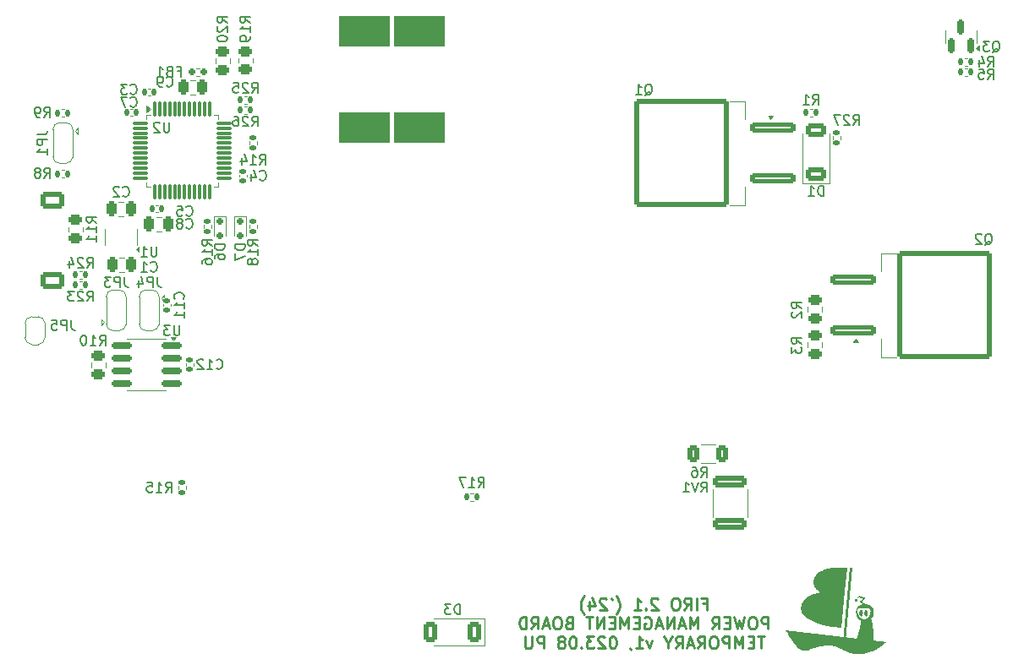
<source format=gbo>
G04 #@! TF.GenerationSoftware,KiCad,Pcbnew,8.0.3*
G04 #@! TF.CreationDate,2024-08-23T22:21:50+02:00*
G04 #@! TF.ProjectId,temp_power_management,74656d70-5f70-46f7-9765-725f6d616e61,rev?*
G04 #@! TF.SameCoordinates,Original*
G04 #@! TF.FileFunction,Legend,Bot*
G04 #@! TF.FilePolarity,Positive*
%FSLAX46Y46*%
G04 Gerber Fmt 4.6, Leading zero omitted, Abs format (unit mm)*
G04 Created by KiCad (PCBNEW 8.0.3) date 2024-08-23 22:21:50*
%MOMM*%
%LPD*%
G01*
G04 APERTURE LIST*
G04 Aperture macros list*
%AMRoundRect*
0 Rectangle with rounded corners*
0 $1 Rounding radius*
0 $2 $3 $4 $5 $6 $7 $8 $9 X,Y pos of 4 corners*
0 Add a 4 corners polygon primitive as box body*
4,1,4,$2,$3,$4,$5,$6,$7,$8,$9,$2,$3,0*
0 Add four circle primitives for the rounded corners*
1,1,$1+$1,$2,$3*
1,1,$1+$1,$4,$5*
1,1,$1+$1,$6,$7*
1,1,$1+$1,$8,$9*
0 Add four rect primitives between the rounded corners*
20,1,$1+$1,$2,$3,$4,$5,0*
20,1,$1+$1,$4,$5,$6,$7,0*
20,1,$1+$1,$6,$7,$8,$9,0*
20,1,$1+$1,$8,$9,$2,$3,0*%
%AMOutline5P*
0 Free polygon, 5 corners , with rotation*
0 The origin of the aperture is its center*
0 number of corners: always 5*
0 $1 to $10 corner X, Y*
0 $11 Rotation angle, in degrees counterclockwise*
0 create outline with 5 corners*
4,1,5,$1,$2,$3,$4,$5,$6,$7,$8,$9,$10,$1,$2,$11*%
%AMOutline6P*
0 Free polygon, 6 corners , with rotation*
0 The origin of the aperture is its center*
0 number of corners: always 6*
0 $1 to $12 corner X, Y*
0 $13 Rotation angle, in degrees counterclockwise*
0 create outline with 6 corners*
4,1,6,$1,$2,$3,$4,$5,$6,$7,$8,$9,$10,$11,$12,$1,$2,$13*%
%AMOutline7P*
0 Free polygon, 7 corners , with rotation*
0 The origin of the aperture is its center*
0 number of corners: always 7*
0 $1 to $14 corner X, Y*
0 $15 Rotation angle, in degrees counterclockwise*
0 create outline with 7 corners*
4,1,7,$1,$2,$3,$4,$5,$6,$7,$8,$9,$10,$11,$12,$13,$14,$1,$2,$15*%
%AMOutline8P*
0 Free polygon, 8 corners , with rotation*
0 The origin of the aperture is its center*
0 number of corners: always 8*
0 $1 to $16 corner X, Y*
0 $17 Rotation angle, in degrees counterclockwise*
0 create outline with 8 corners*
4,1,8,$1,$2,$3,$4,$5,$6,$7,$8,$9,$10,$11,$12,$13,$14,$15,$16,$1,$2,$17*%
%AMFreePoly0*
4,1,19,0.550000,-0.750000,0.000000,-0.750000,0.000000,-0.744911,-0.071157,-0.744911,-0.207708,-0.704816,-0.327430,-0.627875,-0.420627,-0.520320,-0.479746,-0.390866,-0.500000,-0.250000,-0.500000,0.250000,-0.479746,0.390866,-0.420627,0.520320,-0.327430,0.627875,-0.207708,0.704816,-0.071157,0.744911,0.000000,0.744911,0.000000,0.750000,0.550000,0.750000,0.550000,-0.750000,0.550000,-0.750000,
$1*%
%AMFreePoly1*
4,1,19,0.000000,0.744911,0.071157,0.744911,0.207708,0.704816,0.327430,0.627875,0.420627,0.520320,0.479746,0.390866,0.500000,0.250000,0.500000,-0.250000,0.479746,-0.390866,0.420627,-0.520320,0.327430,-0.627875,0.207708,-0.704816,0.071157,-0.744911,0.000000,-0.744911,0.000000,-0.750000,-0.550000,-0.750000,-0.550000,0.750000,0.000000,0.750000,0.000000,0.744911,0.000000,0.744911,
$1*%
%AMFreePoly2*
4,1,19,0.500000,-0.750000,0.000000,-0.750000,0.000000,-0.744911,-0.071157,-0.744911,-0.207708,-0.704816,-0.327430,-0.627875,-0.420627,-0.520320,-0.479746,-0.390866,-0.500000,-0.250000,-0.500000,0.250000,-0.479746,0.390866,-0.420627,0.520320,-0.327430,0.627875,-0.207708,0.704816,-0.071157,0.744911,0.000000,0.744911,0.000000,0.750000,0.500000,0.750000,0.500000,-0.750000,0.500000,-0.750000,
$1*%
%AMFreePoly3*
4,1,19,0.000000,0.744911,0.071157,0.744911,0.207708,0.704816,0.327430,0.627875,0.420627,0.520320,0.479746,0.390866,0.500000,0.250000,0.500000,-0.250000,0.479746,-0.390866,0.420627,-0.520320,0.327430,-0.627875,0.207708,-0.704816,0.071157,-0.744911,0.000000,-0.744911,0.000000,-0.750000,-0.500000,-0.750000,-0.500000,0.750000,0.000000,0.750000,0.000000,0.744911,0.000000,0.744911,
$1*%
%AMFreePoly4*
4,1,18,-0.850000,0.510000,-0.510000,0.850000,0.600000,0.850000,0.695671,0.830970,0.776777,0.776777,0.830970,0.695671,0.850000,0.600000,0.850000,-0.600000,0.830970,-0.695671,0.776777,-0.776777,0.695671,-0.830970,0.600000,-0.850000,-0.600000,-0.850000,-0.695671,-0.830970,-0.776777,-0.776777,-0.830970,-0.695671,-0.850000,-0.600000,-0.850000,0.510000,-0.850000,0.510000,$1*%
G04 Aperture macros list end*
%ADD10C,0.240000*%
%ADD11C,0.150000*%
%ADD12C,0.120000*%
%ADD13C,0.000000*%
%ADD14RoundRect,0.160000X-0.197500X-0.160000X0.197500X-0.160000X0.197500X0.160000X-0.197500X0.160000X0*%
%ADD15RoundRect,0.135000X-0.185000X0.135000X-0.185000X-0.135000X0.185000X-0.135000X0.185000X0.135000X0*%
%ADD16RoundRect,0.135000X-0.135000X-0.185000X0.135000X-0.185000X0.135000X0.185000X-0.135000X0.185000X0*%
%ADD17RoundRect,0.135000X0.135000X0.185000X-0.135000X0.185000X-0.135000X-0.185000X0.135000X-0.185000X0*%
%ADD18C,0.800000*%
%ADD19C,6.400000*%
%ADD20RoundRect,0.250000X0.450000X-0.262500X0.450000X0.262500X-0.450000X0.262500X-0.450000X-0.262500X0*%
%ADD21R,1.800000X1.800000*%
%ADD22C,1.800000*%
%ADD23C,2.500000*%
%ADD24C,4.000000*%
%ADD25C,3.500000*%
%ADD26R,3.800000X3.800000*%
%ADD27C,3.800000*%
%ADD28RoundRect,0.150000X0.150000X-0.587500X0.150000X0.587500X-0.150000X0.587500X-0.150000X-0.587500X0*%
%ADD29FreePoly0,270.000000*%
%ADD30R,1.500000X1.000000*%
%ADD31FreePoly1,270.000000*%
%ADD32C,5.000000*%
%ADD33RoundRect,0.150000X0.200000X-0.150000X0.200000X0.150000X-0.200000X0.150000X-0.200000X-0.150000X0*%
%ADD34RoundRect,0.250000X0.250000X0.475000X-0.250000X0.475000X-0.250000X-0.475000X0.250000X-0.475000X0*%
%ADD35RoundRect,1.500000X1.500000X-1.500000X1.500000X1.500000X-1.500000X1.500000X-1.500000X-1.500000X0*%
%ADD36C,6.000000*%
%ADD37RoundRect,0.250000X-0.450000X0.262500X-0.450000X-0.262500X0.450000X-0.262500X0.450000X0.262500X0*%
%ADD38RoundRect,0.250000X-2.050000X-0.300000X2.050000X-0.300000X2.050000X0.300000X-2.050000X0.300000X0*%
%ADD39RoundRect,0.250002X-4.449998X-5.149998X4.449998X-5.149998X4.449998X5.149998X-4.449998X5.149998X0*%
%ADD40R,1.500000X1.500000*%
%ADD41C,1.500000*%
%ADD42RoundRect,0.135000X0.185000X-0.135000X0.185000X0.135000X-0.185000X0.135000X-0.185000X-0.135000X0*%
%ADD43RoundRect,0.140000X-0.140000X-0.170000X0.140000X-0.170000X0.140000X0.170000X-0.140000X0.170000X0*%
%ADD44RoundRect,0.250000X1.450000X-0.312500X1.450000X0.312500X-1.450000X0.312500X-1.450000X-0.312500X0*%
%ADD45R,1.700000X1.700000*%
%ADD46O,1.700000X1.700000*%
%ADD47RoundRect,0.140000X0.170000X-0.140000X0.170000X0.140000X-0.170000X0.140000X-0.170000X-0.140000X0*%
%ADD48RoundRect,0.140000X-0.170000X0.140000X-0.170000X-0.140000X0.170000X-0.140000X0.170000X0.140000X0*%
%ADD49FreePoly2,90.000000*%
%ADD50FreePoly3,90.000000*%
%ADD51RoundRect,2.500000X-0.000010X-1.500000X0.000010X-1.500000X0.000010X1.500000X-0.000010X1.500000X0*%
%ADD52RoundRect,2.500000X0.000010X-1.500000X0.000010X1.500000X-0.000010X1.500000X-0.000010X-1.500000X0*%
%ADD53Outline8P,-2.500000X2.750000X-1.250000X4.000000X1.250000X4.000000X2.500000X2.750000X2.500000X-2.750000X1.250000X-4.000000X-1.250000X-4.000000X-2.500000X-2.750000X0.000000*%
%ADD54RoundRect,0.140000X0.140000X0.170000X-0.140000X0.170000X-0.140000X-0.170000X0.140000X-0.170000X0*%
%ADD55R,0.510000X0.700000*%
%ADD56C,0.700000*%
%ADD57RoundRect,0.250000X-0.250000X-0.475000X0.250000X-0.475000X0.250000X0.475000X-0.250000X0.475000X0*%
%ADD58RoundRect,0.250000X0.800000X-0.450000X0.800000X0.450000X-0.800000X0.450000X-0.800000X-0.450000X0*%
%ADD59RoundRect,0.150000X0.825000X0.150000X-0.825000X0.150000X-0.825000X-0.150000X0.825000X-0.150000X0*%
%ADD60RoundRect,0.250000X0.450000X0.800000X-0.450000X0.800000X-0.450000X-0.800000X0.450000X-0.800000X0*%
%ADD61R,1.300000X1.300000*%
%ADD62C,1.300000*%
%ADD63FreePoly0,90.000000*%
%ADD64FreePoly1,90.000000*%
%ADD65RoundRect,0.250000X2.050000X0.300000X-2.050000X0.300000X-2.050000X-0.300000X2.050000X-0.300000X0*%
%ADD66RoundRect,0.250002X4.449998X5.149998X-4.449998X5.149998X-4.449998X-5.149998X4.449998X-5.149998X0*%
%ADD67FreePoly4,0.000000*%
%ADD68C,1.700000*%
%ADD69RoundRect,0.250000X-0.900000X-0.600000X0.900000X-0.600000X0.900000X0.600000X-0.900000X0.600000X0*%
%ADD70RoundRect,0.250000X-0.312500X-0.625000X0.312500X-0.625000X0.312500X0.625000X-0.312500X0.625000X0*%
%ADD71RoundRect,0.075000X-0.075000X0.662500X-0.075000X-0.662500X0.075000X-0.662500X0.075000X0.662500X0*%
%ADD72RoundRect,0.075000X-0.662500X0.075000X-0.662500X-0.075000X0.662500X-0.075000X0.662500X0.075000X0*%
G04 APERTURE END LIST*
D10*
X167712285Y-121078225D02*
X168112285Y-121078225D01*
X168112285Y-121706796D02*
X168112285Y-120506796D01*
X168112285Y-120506796D02*
X167540857Y-120506796D01*
X167083714Y-121706796D02*
X167083714Y-120506796D01*
X165826571Y-121706796D02*
X166226571Y-121135368D01*
X166512285Y-121706796D02*
X166512285Y-120506796D01*
X166512285Y-120506796D02*
X166055142Y-120506796D01*
X166055142Y-120506796D02*
X165940857Y-120563939D01*
X165940857Y-120563939D02*
X165883714Y-120621082D01*
X165883714Y-120621082D02*
X165826571Y-120735368D01*
X165826571Y-120735368D02*
X165826571Y-120906796D01*
X165826571Y-120906796D02*
X165883714Y-121021082D01*
X165883714Y-121021082D02*
X165940857Y-121078225D01*
X165940857Y-121078225D02*
X166055142Y-121135368D01*
X166055142Y-121135368D02*
X166512285Y-121135368D01*
X165083714Y-120506796D02*
X164855142Y-120506796D01*
X164855142Y-120506796D02*
X164740857Y-120563939D01*
X164740857Y-120563939D02*
X164626571Y-120678225D01*
X164626571Y-120678225D02*
X164569428Y-120906796D01*
X164569428Y-120906796D02*
X164569428Y-121306796D01*
X164569428Y-121306796D02*
X164626571Y-121535368D01*
X164626571Y-121535368D02*
X164740857Y-121649654D01*
X164740857Y-121649654D02*
X164855142Y-121706796D01*
X164855142Y-121706796D02*
X165083714Y-121706796D01*
X165083714Y-121706796D02*
X165198000Y-121649654D01*
X165198000Y-121649654D02*
X165312285Y-121535368D01*
X165312285Y-121535368D02*
X165369428Y-121306796D01*
X165369428Y-121306796D02*
X165369428Y-120906796D01*
X165369428Y-120906796D02*
X165312285Y-120678225D01*
X165312285Y-120678225D02*
X165198000Y-120563939D01*
X165198000Y-120563939D02*
X165083714Y-120506796D01*
X163197999Y-120621082D02*
X163140856Y-120563939D01*
X163140856Y-120563939D02*
X163026571Y-120506796D01*
X163026571Y-120506796D02*
X162740856Y-120506796D01*
X162740856Y-120506796D02*
X162626571Y-120563939D01*
X162626571Y-120563939D02*
X162569428Y-120621082D01*
X162569428Y-120621082D02*
X162512285Y-120735368D01*
X162512285Y-120735368D02*
X162512285Y-120849654D01*
X162512285Y-120849654D02*
X162569428Y-121021082D01*
X162569428Y-121021082D02*
X163255142Y-121706796D01*
X163255142Y-121706796D02*
X162512285Y-121706796D01*
X161997999Y-121592511D02*
X161940856Y-121649654D01*
X161940856Y-121649654D02*
X161997999Y-121706796D01*
X161997999Y-121706796D02*
X162055142Y-121649654D01*
X162055142Y-121649654D02*
X161997999Y-121592511D01*
X161997999Y-121592511D02*
X161997999Y-121706796D01*
X160797999Y-121706796D02*
X161483713Y-121706796D01*
X161140856Y-121706796D02*
X161140856Y-120506796D01*
X161140856Y-120506796D02*
X161255142Y-120678225D01*
X161255142Y-120678225D02*
X161369427Y-120792511D01*
X161369427Y-120792511D02*
X161483713Y-120849654D01*
X159026570Y-122163939D02*
X159083713Y-122106796D01*
X159083713Y-122106796D02*
X159197999Y-121935368D01*
X159197999Y-121935368D02*
X159255142Y-121821082D01*
X159255142Y-121821082D02*
X159312284Y-121649654D01*
X159312284Y-121649654D02*
X159369427Y-121363939D01*
X159369427Y-121363939D02*
X159369427Y-121135368D01*
X159369427Y-121135368D02*
X159312284Y-120849654D01*
X159312284Y-120849654D02*
X159255142Y-120678225D01*
X159255142Y-120678225D02*
X159197999Y-120563939D01*
X159197999Y-120563939D02*
X159083713Y-120392511D01*
X159083713Y-120392511D02*
X159026570Y-120335368D01*
X158512284Y-120506796D02*
X158626570Y-120735368D01*
X158055141Y-120621082D02*
X157997998Y-120563939D01*
X157997998Y-120563939D02*
X157883713Y-120506796D01*
X157883713Y-120506796D02*
X157597998Y-120506796D01*
X157597998Y-120506796D02*
X157483713Y-120563939D01*
X157483713Y-120563939D02*
X157426570Y-120621082D01*
X157426570Y-120621082D02*
X157369427Y-120735368D01*
X157369427Y-120735368D02*
X157369427Y-120849654D01*
X157369427Y-120849654D02*
X157426570Y-121021082D01*
X157426570Y-121021082D02*
X158112284Y-121706796D01*
X158112284Y-121706796D02*
X157369427Y-121706796D01*
X156340856Y-120906796D02*
X156340856Y-121706796D01*
X156626570Y-120449654D02*
X156912284Y-121306796D01*
X156912284Y-121306796D02*
X156169427Y-121306796D01*
X155826570Y-122163939D02*
X155769427Y-122106796D01*
X155769427Y-122106796D02*
X155655141Y-121935368D01*
X155655141Y-121935368D02*
X155597999Y-121821082D01*
X155597999Y-121821082D02*
X155540856Y-121649654D01*
X155540856Y-121649654D02*
X155483713Y-121363939D01*
X155483713Y-121363939D02*
X155483713Y-121135368D01*
X155483713Y-121135368D02*
X155540856Y-120849654D01*
X155540856Y-120849654D02*
X155597999Y-120678225D01*
X155597999Y-120678225D02*
X155655141Y-120563939D01*
X155655141Y-120563939D02*
X155769427Y-120392511D01*
X155769427Y-120392511D02*
X155826570Y-120335368D01*
X174226571Y-123638729D02*
X174226571Y-122438729D01*
X174226571Y-122438729D02*
X173769428Y-122438729D01*
X173769428Y-122438729D02*
X173655143Y-122495872D01*
X173655143Y-122495872D02*
X173598000Y-122553015D01*
X173598000Y-122553015D02*
X173540857Y-122667301D01*
X173540857Y-122667301D02*
X173540857Y-122838729D01*
X173540857Y-122838729D02*
X173598000Y-122953015D01*
X173598000Y-122953015D02*
X173655143Y-123010158D01*
X173655143Y-123010158D02*
X173769428Y-123067301D01*
X173769428Y-123067301D02*
X174226571Y-123067301D01*
X172798000Y-122438729D02*
X172569428Y-122438729D01*
X172569428Y-122438729D02*
X172455143Y-122495872D01*
X172455143Y-122495872D02*
X172340857Y-122610158D01*
X172340857Y-122610158D02*
X172283714Y-122838729D01*
X172283714Y-122838729D02*
X172283714Y-123238729D01*
X172283714Y-123238729D02*
X172340857Y-123467301D01*
X172340857Y-123467301D02*
X172455143Y-123581587D01*
X172455143Y-123581587D02*
X172569428Y-123638729D01*
X172569428Y-123638729D02*
X172798000Y-123638729D01*
X172798000Y-123638729D02*
X172912286Y-123581587D01*
X172912286Y-123581587D02*
X173026571Y-123467301D01*
X173026571Y-123467301D02*
X173083714Y-123238729D01*
X173083714Y-123238729D02*
X173083714Y-122838729D01*
X173083714Y-122838729D02*
X173026571Y-122610158D01*
X173026571Y-122610158D02*
X172912286Y-122495872D01*
X172912286Y-122495872D02*
X172798000Y-122438729D01*
X171883714Y-122438729D02*
X171598000Y-123638729D01*
X171598000Y-123638729D02*
X171369428Y-122781587D01*
X171369428Y-122781587D02*
X171140857Y-123638729D01*
X171140857Y-123638729D02*
X170855143Y-122438729D01*
X170397999Y-123010158D02*
X169997999Y-123010158D01*
X169826571Y-123638729D02*
X170397999Y-123638729D01*
X170397999Y-123638729D02*
X170397999Y-122438729D01*
X170397999Y-122438729D02*
X169826571Y-122438729D01*
X168626571Y-123638729D02*
X169026571Y-123067301D01*
X169312285Y-123638729D02*
X169312285Y-122438729D01*
X169312285Y-122438729D02*
X168855142Y-122438729D01*
X168855142Y-122438729D02*
X168740857Y-122495872D01*
X168740857Y-122495872D02*
X168683714Y-122553015D01*
X168683714Y-122553015D02*
X168626571Y-122667301D01*
X168626571Y-122667301D02*
X168626571Y-122838729D01*
X168626571Y-122838729D02*
X168683714Y-122953015D01*
X168683714Y-122953015D02*
X168740857Y-123010158D01*
X168740857Y-123010158D02*
X168855142Y-123067301D01*
X168855142Y-123067301D02*
X169312285Y-123067301D01*
X167197999Y-123638729D02*
X167197999Y-122438729D01*
X167197999Y-122438729D02*
X166797999Y-123295872D01*
X166797999Y-123295872D02*
X166397999Y-122438729D01*
X166397999Y-122438729D02*
X166397999Y-123638729D01*
X165883713Y-123295872D02*
X165312285Y-123295872D01*
X165997999Y-123638729D02*
X165597999Y-122438729D01*
X165597999Y-122438729D02*
X165197999Y-123638729D01*
X164797999Y-123638729D02*
X164797999Y-122438729D01*
X164797999Y-122438729D02*
X164112285Y-123638729D01*
X164112285Y-123638729D02*
X164112285Y-122438729D01*
X163597999Y-123295872D02*
X163026571Y-123295872D01*
X163712285Y-123638729D02*
X163312285Y-122438729D01*
X163312285Y-122438729D02*
X162912285Y-123638729D01*
X161883714Y-122495872D02*
X161998000Y-122438729D01*
X161998000Y-122438729D02*
X162169428Y-122438729D01*
X162169428Y-122438729D02*
X162340857Y-122495872D01*
X162340857Y-122495872D02*
X162455142Y-122610158D01*
X162455142Y-122610158D02*
X162512285Y-122724444D01*
X162512285Y-122724444D02*
X162569428Y-122953015D01*
X162569428Y-122953015D02*
X162569428Y-123124444D01*
X162569428Y-123124444D02*
X162512285Y-123353015D01*
X162512285Y-123353015D02*
X162455142Y-123467301D01*
X162455142Y-123467301D02*
X162340857Y-123581587D01*
X162340857Y-123581587D02*
X162169428Y-123638729D01*
X162169428Y-123638729D02*
X162055142Y-123638729D01*
X162055142Y-123638729D02*
X161883714Y-123581587D01*
X161883714Y-123581587D02*
X161826571Y-123524444D01*
X161826571Y-123524444D02*
X161826571Y-123124444D01*
X161826571Y-123124444D02*
X162055142Y-123124444D01*
X161312285Y-123010158D02*
X160912285Y-123010158D01*
X160740857Y-123638729D02*
X161312285Y-123638729D01*
X161312285Y-123638729D02*
X161312285Y-122438729D01*
X161312285Y-122438729D02*
X160740857Y-122438729D01*
X160226571Y-123638729D02*
X160226571Y-122438729D01*
X160226571Y-122438729D02*
X159826571Y-123295872D01*
X159826571Y-123295872D02*
X159426571Y-122438729D01*
X159426571Y-122438729D02*
X159426571Y-123638729D01*
X158855142Y-123010158D02*
X158455142Y-123010158D01*
X158283714Y-123638729D02*
X158855142Y-123638729D01*
X158855142Y-123638729D02*
X158855142Y-122438729D01*
X158855142Y-122438729D02*
X158283714Y-122438729D01*
X157769428Y-123638729D02*
X157769428Y-122438729D01*
X157769428Y-122438729D02*
X157083714Y-123638729D01*
X157083714Y-123638729D02*
X157083714Y-122438729D01*
X156683714Y-122438729D02*
X155998000Y-122438729D01*
X156340857Y-123638729D02*
X156340857Y-122438729D01*
X154283713Y-123010158D02*
X154112285Y-123067301D01*
X154112285Y-123067301D02*
X154055142Y-123124444D01*
X154055142Y-123124444D02*
X153997999Y-123238729D01*
X153997999Y-123238729D02*
X153997999Y-123410158D01*
X153997999Y-123410158D02*
X154055142Y-123524444D01*
X154055142Y-123524444D02*
X154112285Y-123581587D01*
X154112285Y-123581587D02*
X154226570Y-123638729D01*
X154226570Y-123638729D02*
X154683713Y-123638729D01*
X154683713Y-123638729D02*
X154683713Y-122438729D01*
X154683713Y-122438729D02*
X154283713Y-122438729D01*
X154283713Y-122438729D02*
X154169428Y-122495872D01*
X154169428Y-122495872D02*
X154112285Y-122553015D01*
X154112285Y-122553015D02*
X154055142Y-122667301D01*
X154055142Y-122667301D02*
X154055142Y-122781587D01*
X154055142Y-122781587D02*
X154112285Y-122895872D01*
X154112285Y-122895872D02*
X154169428Y-122953015D01*
X154169428Y-122953015D02*
X154283713Y-123010158D01*
X154283713Y-123010158D02*
X154683713Y-123010158D01*
X153255142Y-122438729D02*
X153026570Y-122438729D01*
X153026570Y-122438729D02*
X152912285Y-122495872D01*
X152912285Y-122495872D02*
X152797999Y-122610158D01*
X152797999Y-122610158D02*
X152740856Y-122838729D01*
X152740856Y-122838729D02*
X152740856Y-123238729D01*
X152740856Y-123238729D02*
X152797999Y-123467301D01*
X152797999Y-123467301D02*
X152912285Y-123581587D01*
X152912285Y-123581587D02*
X153026570Y-123638729D01*
X153026570Y-123638729D02*
X153255142Y-123638729D01*
X153255142Y-123638729D02*
X153369428Y-123581587D01*
X153369428Y-123581587D02*
X153483713Y-123467301D01*
X153483713Y-123467301D02*
X153540856Y-123238729D01*
X153540856Y-123238729D02*
X153540856Y-122838729D01*
X153540856Y-122838729D02*
X153483713Y-122610158D01*
X153483713Y-122610158D02*
X153369428Y-122495872D01*
X153369428Y-122495872D02*
X153255142Y-122438729D01*
X152283713Y-123295872D02*
X151712285Y-123295872D01*
X152397999Y-123638729D02*
X151997999Y-122438729D01*
X151997999Y-122438729D02*
X151597999Y-123638729D01*
X150512285Y-123638729D02*
X150912285Y-123067301D01*
X151197999Y-123638729D02*
X151197999Y-122438729D01*
X151197999Y-122438729D02*
X150740856Y-122438729D01*
X150740856Y-122438729D02*
X150626571Y-122495872D01*
X150626571Y-122495872D02*
X150569428Y-122553015D01*
X150569428Y-122553015D02*
X150512285Y-122667301D01*
X150512285Y-122667301D02*
X150512285Y-122838729D01*
X150512285Y-122838729D02*
X150569428Y-122953015D01*
X150569428Y-122953015D02*
X150626571Y-123010158D01*
X150626571Y-123010158D02*
X150740856Y-123067301D01*
X150740856Y-123067301D02*
X151197999Y-123067301D01*
X149997999Y-123638729D02*
X149997999Y-122438729D01*
X149997999Y-122438729D02*
X149712285Y-122438729D01*
X149712285Y-122438729D02*
X149540856Y-122495872D01*
X149540856Y-122495872D02*
X149426571Y-122610158D01*
X149426571Y-122610158D02*
X149369428Y-122724444D01*
X149369428Y-122724444D02*
X149312285Y-122953015D01*
X149312285Y-122953015D02*
X149312285Y-123124444D01*
X149312285Y-123124444D02*
X149369428Y-123353015D01*
X149369428Y-123353015D02*
X149426571Y-123467301D01*
X149426571Y-123467301D02*
X149540856Y-123581587D01*
X149540856Y-123581587D02*
X149712285Y-123638729D01*
X149712285Y-123638729D02*
X149997999Y-123638729D01*
X173883714Y-124370662D02*
X173198000Y-124370662D01*
X173540857Y-125570662D02*
X173540857Y-124370662D01*
X172797999Y-124942091D02*
X172397999Y-124942091D01*
X172226571Y-125570662D02*
X172797999Y-125570662D01*
X172797999Y-125570662D02*
X172797999Y-124370662D01*
X172797999Y-124370662D02*
X172226571Y-124370662D01*
X171712285Y-125570662D02*
X171712285Y-124370662D01*
X171712285Y-124370662D02*
X171312285Y-125227805D01*
X171312285Y-125227805D02*
X170912285Y-124370662D01*
X170912285Y-124370662D02*
X170912285Y-125570662D01*
X170340856Y-125570662D02*
X170340856Y-124370662D01*
X170340856Y-124370662D02*
X169883713Y-124370662D01*
X169883713Y-124370662D02*
X169769428Y-124427805D01*
X169769428Y-124427805D02*
X169712285Y-124484948D01*
X169712285Y-124484948D02*
X169655142Y-124599234D01*
X169655142Y-124599234D02*
X169655142Y-124770662D01*
X169655142Y-124770662D02*
X169712285Y-124884948D01*
X169712285Y-124884948D02*
X169769428Y-124942091D01*
X169769428Y-124942091D02*
X169883713Y-124999234D01*
X169883713Y-124999234D02*
X170340856Y-124999234D01*
X168912285Y-124370662D02*
X168683713Y-124370662D01*
X168683713Y-124370662D02*
X168569428Y-124427805D01*
X168569428Y-124427805D02*
X168455142Y-124542091D01*
X168455142Y-124542091D02*
X168397999Y-124770662D01*
X168397999Y-124770662D02*
X168397999Y-125170662D01*
X168397999Y-125170662D02*
X168455142Y-125399234D01*
X168455142Y-125399234D02*
X168569428Y-125513520D01*
X168569428Y-125513520D02*
X168683713Y-125570662D01*
X168683713Y-125570662D02*
X168912285Y-125570662D01*
X168912285Y-125570662D02*
X169026571Y-125513520D01*
X169026571Y-125513520D02*
X169140856Y-125399234D01*
X169140856Y-125399234D02*
X169197999Y-125170662D01*
X169197999Y-125170662D02*
X169197999Y-124770662D01*
X169197999Y-124770662D02*
X169140856Y-124542091D01*
X169140856Y-124542091D02*
X169026571Y-124427805D01*
X169026571Y-124427805D02*
X168912285Y-124370662D01*
X167197999Y-125570662D02*
X167597999Y-124999234D01*
X167883713Y-125570662D02*
X167883713Y-124370662D01*
X167883713Y-124370662D02*
X167426570Y-124370662D01*
X167426570Y-124370662D02*
X167312285Y-124427805D01*
X167312285Y-124427805D02*
X167255142Y-124484948D01*
X167255142Y-124484948D02*
X167197999Y-124599234D01*
X167197999Y-124599234D02*
X167197999Y-124770662D01*
X167197999Y-124770662D02*
X167255142Y-124884948D01*
X167255142Y-124884948D02*
X167312285Y-124942091D01*
X167312285Y-124942091D02*
X167426570Y-124999234D01*
X167426570Y-124999234D02*
X167883713Y-124999234D01*
X166740856Y-125227805D02*
X166169428Y-125227805D01*
X166855142Y-125570662D02*
X166455142Y-124370662D01*
X166455142Y-124370662D02*
X166055142Y-125570662D01*
X164969428Y-125570662D02*
X165369428Y-124999234D01*
X165655142Y-125570662D02*
X165655142Y-124370662D01*
X165655142Y-124370662D02*
X165197999Y-124370662D01*
X165197999Y-124370662D02*
X165083714Y-124427805D01*
X165083714Y-124427805D02*
X165026571Y-124484948D01*
X165026571Y-124484948D02*
X164969428Y-124599234D01*
X164969428Y-124599234D02*
X164969428Y-124770662D01*
X164969428Y-124770662D02*
X165026571Y-124884948D01*
X165026571Y-124884948D02*
X165083714Y-124942091D01*
X165083714Y-124942091D02*
X165197999Y-124999234D01*
X165197999Y-124999234D02*
X165655142Y-124999234D01*
X164226571Y-124999234D02*
X164226571Y-125570662D01*
X164626571Y-124370662D02*
X164226571Y-124999234D01*
X164226571Y-124999234D02*
X163826571Y-124370662D01*
X162626571Y-124770662D02*
X162340857Y-125570662D01*
X162340857Y-125570662D02*
X162055142Y-124770662D01*
X160969428Y-125570662D02*
X161655142Y-125570662D01*
X161312285Y-125570662D02*
X161312285Y-124370662D01*
X161312285Y-124370662D02*
X161426571Y-124542091D01*
X161426571Y-124542091D02*
X161540856Y-124656377D01*
X161540856Y-124656377D02*
X161655142Y-124713520D01*
X160397999Y-125513520D02*
X160397999Y-125570662D01*
X160397999Y-125570662D02*
X160455142Y-125684948D01*
X160455142Y-125684948D02*
X160512285Y-125742091D01*
X158740856Y-124370662D02*
X158626570Y-124370662D01*
X158626570Y-124370662D02*
X158512284Y-124427805D01*
X158512284Y-124427805D02*
X158455142Y-124484948D01*
X158455142Y-124484948D02*
X158397999Y-124599234D01*
X158397999Y-124599234D02*
X158340856Y-124827805D01*
X158340856Y-124827805D02*
X158340856Y-125113520D01*
X158340856Y-125113520D02*
X158397999Y-125342091D01*
X158397999Y-125342091D02*
X158455142Y-125456377D01*
X158455142Y-125456377D02*
X158512284Y-125513520D01*
X158512284Y-125513520D02*
X158626570Y-125570662D01*
X158626570Y-125570662D02*
X158740856Y-125570662D01*
X158740856Y-125570662D02*
X158855142Y-125513520D01*
X158855142Y-125513520D02*
X158912284Y-125456377D01*
X158912284Y-125456377D02*
X158969427Y-125342091D01*
X158969427Y-125342091D02*
X159026570Y-125113520D01*
X159026570Y-125113520D02*
X159026570Y-124827805D01*
X159026570Y-124827805D02*
X158969427Y-124599234D01*
X158969427Y-124599234D02*
X158912284Y-124484948D01*
X158912284Y-124484948D02*
X158855142Y-124427805D01*
X158855142Y-124427805D02*
X158740856Y-124370662D01*
X157883713Y-124484948D02*
X157826570Y-124427805D01*
X157826570Y-124427805D02*
X157712285Y-124370662D01*
X157712285Y-124370662D02*
X157426570Y-124370662D01*
X157426570Y-124370662D02*
X157312285Y-124427805D01*
X157312285Y-124427805D02*
X157255142Y-124484948D01*
X157255142Y-124484948D02*
X157197999Y-124599234D01*
X157197999Y-124599234D02*
X157197999Y-124713520D01*
X157197999Y-124713520D02*
X157255142Y-124884948D01*
X157255142Y-124884948D02*
X157940856Y-125570662D01*
X157940856Y-125570662D02*
X157197999Y-125570662D01*
X156797999Y-124370662D02*
X156055142Y-124370662D01*
X156055142Y-124370662D02*
X156455142Y-124827805D01*
X156455142Y-124827805D02*
X156283713Y-124827805D01*
X156283713Y-124827805D02*
X156169428Y-124884948D01*
X156169428Y-124884948D02*
X156112285Y-124942091D01*
X156112285Y-124942091D02*
X156055142Y-125056377D01*
X156055142Y-125056377D02*
X156055142Y-125342091D01*
X156055142Y-125342091D02*
X156112285Y-125456377D01*
X156112285Y-125456377D02*
X156169428Y-125513520D01*
X156169428Y-125513520D02*
X156283713Y-125570662D01*
X156283713Y-125570662D02*
X156626570Y-125570662D01*
X156626570Y-125570662D02*
X156740856Y-125513520D01*
X156740856Y-125513520D02*
X156797999Y-125456377D01*
X155540856Y-125456377D02*
X155483713Y-125513520D01*
X155483713Y-125513520D02*
X155540856Y-125570662D01*
X155540856Y-125570662D02*
X155597999Y-125513520D01*
X155597999Y-125513520D02*
X155540856Y-125456377D01*
X155540856Y-125456377D02*
X155540856Y-125570662D01*
X154740856Y-124370662D02*
X154626570Y-124370662D01*
X154626570Y-124370662D02*
X154512284Y-124427805D01*
X154512284Y-124427805D02*
X154455142Y-124484948D01*
X154455142Y-124484948D02*
X154397999Y-124599234D01*
X154397999Y-124599234D02*
X154340856Y-124827805D01*
X154340856Y-124827805D02*
X154340856Y-125113520D01*
X154340856Y-125113520D02*
X154397999Y-125342091D01*
X154397999Y-125342091D02*
X154455142Y-125456377D01*
X154455142Y-125456377D02*
X154512284Y-125513520D01*
X154512284Y-125513520D02*
X154626570Y-125570662D01*
X154626570Y-125570662D02*
X154740856Y-125570662D01*
X154740856Y-125570662D02*
X154855142Y-125513520D01*
X154855142Y-125513520D02*
X154912284Y-125456377D01*
X154912284Y-125456377D02*
X154969427Y-125342091D01*
X154969427Y-125342091D02*
X155026570Y-125113520D01*
X155026570Y-125113520D02*
X155026570Y-124827805D01*
X155026570Y-124827805D02*
X154969427Y-124599234D01*
X154969427Y-124599234D02*
X154912284Y-124484948D01*
X154912284Y-124484948D02*
X154855142Y-124427805D01*
X154855142Y-124427805D02*
X154740856Y-124370662D01*
X153655142Y-124884948D02*
X153769427Y-124827805D01*
X153769427Y-124827805D02*
X153826570Y-124770662D01*
X153826570Y-124770662D02*
X153883713Y-124656377D01*
X153883713Y-124656377D02*
X153883713Y-124599234D01*
X153883713Y-124599234D02*
X153826570Y-124484948D01*
X153826570Y-124484948D02*
X153769427Y-124427805D01*
X153769427Y-124427805D02*
X153655142Y-124370662D01*
X153655142Y-124370662D02*
X153426570Y-124370662D01*
X153426570Y-124370662D02*
X153312285Y-124427805D01*
X153312285Y-124427805D02*
X153255142Y-124484948D01*
X153255142Y-124484948D02*
X153197999Y-124599234D01*
X153197999Y-124599234D02*
X153197999Y-124656377D01*
X153197999Y-124656377D02*
X153255142Y-124770662D01*
X153255142Y-124770662D02*
X153312285Y-124827805D01*
X153312285Y-124827805D02*
X153426570Y-124884948D01*
X153426570Y-124884948D02*
X153655142Y-124884948D01*
X153655142Y-124884948D02*
X153769427Y-124942091D01*
X153769427Y-124942091D02*
X153826570Y-124999234D01*
X153826570Y-124999234D02*
X153883713Y-125113520D01*
X153883713Y-125113520D02*
X153883713Y-125342091D01*
X153883713Y-125342091D02*
X153826570Y-125456377D01*
X153826570Y-125456377D02*
X153769427Y-125513520D01*
X153769427Y-125513520D02*
X153655142Y-125570662D01*
X153655142Y-125570662D02*
X153426570Y-125570662D01*
X153426570Y-125570662D02*
X153312285Y-125513520D01*
X153312285Y-125513520D02*
X153255142Y-125456377D01*
X153255142Y-125456377D02*
X153197999Y-125342091D01*
X153197999Y-125342091D02*
X153197999Y-125113520D01*
X153197999Y-125113520D02*
X153255142Y-124999234D01*
X153255142Y-124999234D02*
X153312285Y-124942091D01*
X153312285Y-124942091D02*
X153426570Y-124884948D01*
X151769427Y-125570662D02*
X151769427Y-124370662D01*
X151769427Y-124370662D02*
X151312284Y-124370662D01*
X151312284Y-124370662D02*
X151197999Y-124427805D01*
X151197999Y-124427805D02*
X151140856Y-124484948D01*
X151140856Y-124484948D02*
X151083713Y-124599234D01*
X151083713Y-124599234D02*
X151083713Y-124770662D01*
X151083713Y-124770662D02*
X151140856Y-124884948D01*
X151140856Y-124884948D02*
X151197999Y-124942091D01*
X151197999Y-124942091D02*
X151312284Y-124999234D01*
X151312284Y-124999234D02*
X151769427Y-124999234D01*
X150569427Y-124370662D02*
X150569427Y-125342091D01*
X150569427Y-125342091D02*
X150512284Y-125456377D01*
X150512284Y-125456377D02*
X150455142Y-125513520D01*
X150455142Y-125513520D02*
X150340856Y-125570662D01*
X150340856Y-125570662D02*
X150112284Y-125570662D01*
X150112284Y-125570662D02*
X149997999Y-125513520D01*
X149997999Y-125513520D02*
X149940856Y-125456377D01*
X149940856Y-125456377D02*
X149883713Y-125342091D01*
X149883713Y-125342091D02*
X149883713Y-124370662D01*
D11*
X115133333Y-67749009D02*
X115466666Y-67749009D01*
X115466666Y-68272819D02*
X115466666Y-67272819D01*
X115466666Y-67272819D02*
X114990476Y-67272819D01*
X114276190Y-67749009D02*
X114133333Y-67796628D01*
X114133333Y-67796628D02*
X114085714Y-67844247D01*
X114085714Y-67844247D02*
X114038095Y-67939485D01*
X114038095Y-67939485D02*
X114038095Y-68082342D01*
X114038095Y-68082342D02*
X114085714Y-68177580D01*
X114085714Y-68177580D02*
X114133333Y-68225200D01*
X114133333Y-68225200D02*
X114228571Y-68272819D01*
X114228571Y-68272819D02*
X114609523Y-68272819D01*
X114609523Y-68272819D02*
X114609523Y-67272819D01*
X114609523Y-67272819D02*
X114276190Y-67272819D01*
X114276190Y-67272819D02*
X114180952Y-67320438D01*
X114180952Y-67320438D02*
X114133333Y-67368057D01*
X114133333Y-67368057D02*
X114085714Y-67463295D01*
X114085714Y-67463295D02*
X114085714Y-67558533D01*
X114085714Y-67558533D02*
X114133333Y-67653771D01*
X114133333Y-67653771D02*
X114180952Y-67701390D01*
X114180952Y-67701390D02*
X114276190Y-67749009D01*
X114276190Y-67749009D02*
X114609523Y-67749009D01*
X113085714Y-68272819D02*
X113657142Y-68272819D01*
X113371428Y-68272819D02*
X113371428Y-67272819D01*
X113371428Y-67272819D02*
X113466666Y-67415676D01*
X113466666Y-67415676D02*
X113561904Y-67510914D01*
X113561904Y-67510914D02*
X113657142Y-67558533D01*
X182760857Y-73098819D02*
X183094190Y-72622628D01*
X183332285Y-73098819D02*
X183332285Y-72098819D01*
X183332285Y-72098819D02*
X182951333Y-72098819D01*
X182951333Y-72098819D02*
X182856095Y-72146438D01*
X182856095Y-72146438D02*
X182808476Y-72194057D01*
X182808476Y-72194057D02*
X182760857Y-72289295D01*
X182760857Y-72289295D02*
X182760857Y-72432152D01*
X182760857Y-72432152D02*
X182808476Y-72527390D01*
X182808476Y-72527390D02*
X182856095Y-72575009D01*
X182856095Y-72575009D02*
X182951333Y-72622628D01*
X182951333Y-72622628D02*
X183332285Y-72622628D01*
X182379904Y-72194057D02*
X182332285Y-72146438D01*
X182332285Y-72146438D02*
X182237047Y-72098819D01*
X182237047Y-72098819D02*
X181998952Y-72098819D01*
X181998952Y-72098819D02*
X181903714Y-72146438D01*
X181903714Y-72146438D02*
X181856095Y-72194057D01*
X181856095Y-72194057D02*
X181808476Y-72289295D01*
X181808476Y-72289295D02*
X181808476Y-72384533D01*
X181808476Y-72384533D02*
X181856095Y-72527390D01*
X181856095Y-72527390D02*
X182427523Y-73098819D01*
X182427523Y-73098819D02*
X181808476Y-73098819D01*
X181475142Y-72098819D02*
X180808476Y-72098819D01*
X180808476Y-72098819D02*
X181237047Y-73098819D01*
X122560857Y-73252819D02*
X122894190Y-72776628D01*
X123132285Y-73252819D02*
X123132285Y-72252819D01*
X123132285Y-72252819D02*
X122751333Y-72252819D01*
X122751333Y-72252819D02*
X122656095Y-72300438D01*
X122656095Y-72300438D02*
X122608476Y-72348057D01*
X122608476Y-72348057D02*
X122560857Y-72443295D01*
X122560857Y-72443295D02*
X122560857Y-72586152D01*
X122560857Y-72586152D02*
X122608476Y-72681390D01*
X122608476Y-72681390D02*
X122656095Y-72729009D01*
X122656095Y-72729009D02*
X122751333Y-72776628D01*
X122751333Y-72776628D02*
X123132285Y-72776628D01*
X122179904Y-72348057D02*
X122132285Y-72300438D01*
X122132285Y-72300438D02*
X122037047Y-72252819D01*
X122037047Y-72252819D02*
X121798952Y-72252819D01*
X121798952Y-72252819D02*
X121703714Y-72300438D01*
X121703714Y-72300438D02*
X121656095Y-72348057D01*
X121656095Y-72348057D02*
X121608476Y-72443295D01*
X121608476Y-72443295D02*
X121608476Y-72538533D01*
X121608476Y-72538533D02*
X121656095Y-72681390D01*
X121656095Y-72681390D02*
X122227523Y-73252819D01*
X122227523Y-73252819D02*
X121608476Y-73252819D01*
X120751333Y-72252819D02*
X120941809Y-72252819D01*
X120941809Y-72252819D02*
X121037047Y-72300438D01*
X121037047Y-72300438D02*
X121084666Y-72348057D01*
X121084666Y-72348057D02*
X121179904Y-72490914D01*
X121179904Y-72490914D02*
X121227523Y-72681390D01*
X121227523Y-72681390D02*
X121227523Y-73062342D01*
X121227523Y-73062342D02*
X121179904Y-73157580D01*
X121179904Y-73157580D02*
X121132285Y-73205200D01*
X121132285Y-73205200D02*
X121037047Y-73252819D01*
X121037047Y-73252819D02*
X120846571Y-73252819D01*
X120846571Y-73252819D02*
X120751333Y-73205200D01*
X120751333Y-73205200D02*
X120703714Y-73157580D01*
X120703714Y-73157580D02*
X120656095Y-73062342D01*
X120656095Y-73062342D02*
X120656095Y-72824247D01*
X120656095Y-72824247D02*
X120703714Y-72729009D01*
X120703714Y-72729009D02*
X120751333Y-72681390D01*
X120751333Y-72681390D02*
X120846571Y-72633771D01*
X120846571Y-72633771D02*
X121037047Y-72633771D01*
X121037047Y-72633771D02*
X121132285Y-72681390D01*
X121132285Y-72681390D02*
X121179904Y-72729009D01*
X121179904Y-72729009D02*
X121227523Y-72824247D01*
X122558857Y-69896819D02*
X122892190Y-69420628D01*
X123130285Y-69896819D02*
X123130285Y-68896819D01*
X123130285Y-68896819D02*
X122749333Y-68896819D01*
X122749333Y-68896819D02*
X122654095Y-68944438D01*
X122654095Y-68944438D02*
X122606476Y-68992057D01*
X122606476Y-68992057D02*
X122558857Y-69087295D01*
X122558857Y-69087295D02*
X122558857Y-69230152D01*
X122558857Y-69230152D02*
X122606476Y-69325390D01*
X122606476Y-69325390D02*
X122654095Y-69373009D01*
X122654095Y-69373009D02*
X122749333Y-69420628D01*
X122749333Y-69420628D02*
X123130285Y-69420628D01*
X122177904Y-68992057D02*
X122130285Y-68944438D01*
X122130285Y-68944438D02*
X122035047Y-68896819D01*
X122035047Y-68896819D02*
X121796952Y-68896819D01*
X121796952Y-68896819D02*
X121701714Y-68944438D01*
X121701714Y-68944438D02*
X121654095Y-68992057D01*
X121654095Y-68992057D02*
X121606476Y-69087295D01*
X121606476Y-69087295D02*
X121606476Y-69182533D01*
X121606476Y-69182533D02*
X121654095Y-69325390D01*
X121654095Y-69325390D02*
X122225523Y-69896819D01*
X122225523Y-69896819D02*
X121606476Y-69896819D01*
X120701714Y-68896819D02*
X121177904Y-68896819D01*
X121177904Y-68896819D02*
X121225523Y-69373009D01*
X121225523Y-69373009D02*
X121177904Y-69325390D01*
X121177904Y-69325390D02*
X121082666Y-69277771D01*
X121082666Y-69277771D02*
X120844571Y-69277771D01*
X120844571Y-69277771D02*
X120749333Y-69325390D01*
X120749333Y-69325390D02*
X120701714Y-69373009D01*
X120701714Y-69373009D02*
X120654095Y-69468247D01*
X120654095Y-69468247D02*
X120654095Y-69706342D01*
X120654095Y-69706342D02*
X120701714Y-69801580D01*
X120701714Y-69801580D02*
X120749333Y-69849200D01*
X120749333Y-69849200D02*
X120844571Y-69896819D01*
X120844571Y-69896819D02*
X121082666Y-69896819D01*
X121082666Y-69896819D02*
X121177904Y-69849200D01*
X121177904Y-69849200D02*
X121225523Y-69801580D01*
X106052857Y-87422819D02*
X106386190Y-86946628D01*
X106624285Y-87422819D02*
X106624285Y-86422819D01*
X106624285Y-86422819D02*
X106243333Y-86422819D01*
X106243333Y-86422819D02*
X106148095Y-86470438D01*
X106148095Y-86470438D02*
X106100476Y-86518057D01*
X106100476Y-86518057D02*
X106052857Y-86613295D01*
X106052857Y-86613295D02*
X106052857Y-86756152D01*
X106052857Y-86756152D02*
X106100476Y-86851390D01*
X106100476Y-86851390D02*
X106148095Y-86899009D01*
X106148095Y-86899009D02*
X106243333Y-86946628D01*
X106243333Y-86946628D02*
X106624285Y-86946628D01*
X105671904Y-86518057D02*
X105624285Y-86470438D01*
X105624285Y-86470438D02*
X105529047Y-86422819D01*
X105529047Y-86422819D02*
X105290952Y-86422819D01*
X105290952Y-86422819D02*
X105195714Y-86470438D01*
X105195714Y-86470438D02*
X105148095Y-86518057D01*
X105148095Y-86518057D02*
X105100476Y-86613295D01*
X105100476Y-86613295D02*
X105100476Y-86708533D01*
X105100476Y-86708533D02*
X105148095Y-86851390D01*
X105148095Y-86851390D02*
X105719523Y-87422819D01*
X105719523Y-87422819D02*
X105100476Y-87422819D01*
X104243333Y-86756152D02*
X104243333Y-87422819D01*
X104481428Y-86375200D02*
X104719523Y-87089485D01*
X104719523Y-87089485D02*
X104100476Y-87089485D01*
X106052857Y-90778819D02*
X106386190Y-90302628D01*
X106624285Y-90778819D02*
X106624285Y-89778819D01*
X106624285Y-89778819D02*
X106243333Y-89778819D01*
X106243333Y-89778819D02*
X106148095Y-89826438D01*
X106148095Y-89826438D02*
X106100476Y-89874057D01*
X106100476Y-89874057D02*
X106052857Y-89969295D01*
X106052857Y-89969295D02*
X106052857Y-90112152D01*
X106052857Y-90112152D02*
X106100476Y-90207390D01*
X106100476Y-90207390D02*
X106148095Y-90255009D01*
X106148095Y-90255009D02*
X106243333Y-90302628D01*
X106243333Y-90302628D02*
X106624285Y-90302628D01*
X105671904Y-89874057D02*
X105624285Y-89826438D01*
X105624285Y-89826438D02*
X105529047Y-89778819D01*
X105529047Y-89778819D02*
X105290952Y-89778819D01*
X105290952Y-89778819D02*
X105195714Y-89826438D01*
X105195714Y-89826438D02*
X105148095Y-89874057D01*
X105148095Y-89874057D02*
X105100476Y-89969295D01*
X105100476Y-89969295D02*
X105100476Y-90064533D01*
X105100476Y-90064533D02*
X105148095Y-90207390D01*
X105148095Y-90207390D02*
X105719523Y-90778819D01*
X105719523Y-90778819D02*
X105100476Y-90778819D01*
X104767142Y-89778819D02*
X104148095Y-89778819D01*
X104148095Y-89778819D02*
X104481428Y-90159771D01*
X104481428Y-90159771D02*
X104338571Y-90159771D01*
X104338571Y-90159771D02*
X104243333Y-90207390D01*
X104243333Y-90207390D02*
X104195714Y-90255009D01*
X104195714Y-90255009D02*
X104148095Y-90350247D01*
X104148095Y-90350247D02*
X104148095Y-90588342D01*
X104148095Y-90588342D02*
X104195714Y-90683580D01*
X104195714Y-90683580D02*
X104243333Y-90731200D01*
X104243333Y-90731200D02*
X104338571Y-90778819D01*
X104338571Y-90778819D02*
X104624285Y-90778819D01*
X104624285Y-90778819D02*
X104719523Y-90731200D01*
X104719523Y-90731200D02*
X104767142Y-90683580D01*
X120088819Y-62857142D02*
X119612628Y-62523809D01*
X120088819Y-62285714D02*
X119088819Y-62285714D01*
X119088819Y-62285714D02*
X119088819Y-62666666D01*
X119088819Y-62666666D02*
X119136438Y-62761904D01*
X119136438Y-62761904D02*
X119184057Y-62809523D01*
X119184057Y-62809523D02*
X119279295Y-62857142D01*
X119279295Y-62857142D02*
X119422152Y-62857142D01*
X119422152Y-62857142D02*
X119517390Y-62809523D01*
X119517390Y-62809523D02*
X119565009Y-62761904D01*
X119565009Y-62761904D02*
X119612628Y-62666666D01*
X119612628Y-62666666D02*
X119612628Y-62285714D01*
X119184057Y-63238095D02*
X119136438Y-63285714D01*
X119136438Y-63285714D02*
X119088819Y-63380952D01*
X119088819Y-63380952D02*
X119088819Y-63619047D01*
X119088819Y-63619047D02*
X119136438Y-63714285D01*
X119136438Y-63714285D02*
X119184057Y-63761904D01*
X119184057Y-63761904D02*
X119279295Y-63809523D01*
X119279295Y-63809523D02*
X119374533Y-63809523D01*
X119374533Y-63809523D02*
X119517390Y-63761904D01*
X119517390Y-63761904D02*
X120088819Y-63190476D01*
X120088819Y-63190476D02*
X120088819Y-63809523D01*
X119088819Y-64428571D02*
X119088819Y-64523809D01*
X119088819Y-64523809D02*
X119136438Y-64619047D01*
X119136438Y-64619047D02*
X119184057Y-64666666D01*
X119184057Y-64666666D02*
X119279295Y-64714285D01*
X119279295Y-64714285D02*
X119469771Y-64761904D01*
X119469771Y-64761904D02*
X119707866Y-64761904D01*
X119707866Y-64761904D02*
X119898342Y-64714285D01*
X119898342Y-64714285D02*
X119993580Y-64666666D01*
X119993580Y-64666666D02*
X120041200Y-64619047D01*
X120041200Y-64619047D02*
X120088819Y-64523809D01*
X120088819Y-64523809D02*
X120088819Y-64428571D01*
X120088819Y-64428571D02*
X120041200Y-64333333D01*
X120041200Y-64333333D02*
X119993580Y-64285714D01*
X119993580Y-64285714D02*
X119898342Y-64238095D01*
X119898342Y-64238095D02*
X119707866Y-64190476D01*
X119707866Y-64190476D02*
X119469771Y-64190476D01*
X119469771Y-64190476D02*
X119279295Y-64238095D01*
X119279295Y-64238095D02*
X119184057Y-64285714D01*
X119184057Y-64285714D02*
X119136438Y-64333333D01*
X119136438Y-64333333D02*
X119088819Y-64428571D01*
X122374819Y-62857142D02*
X121898628Y-62523809D01*
X122374819Y-62285714D02*
X121374819Y-62285714D01*
X121374819Y-62285714D02*
X121374819Y-62666666D01*
X121374819Y-62666666D02*
X121422438Y-62761904D01*
X121422438Y-62761904D02*
X121470057Y-62809523D01*
X121470057Y-62809523D02*
X121565295Y-62857142D01*
X121565295Y-62857142D02*
X121708152Y-62857142D01*
X121708152Y-62857142D02*
X121803390Y-62809523D01*
X121803390Y-62809523D02*
X121851009Y-62761904D01*
X121851009Y-62761904D02*
X121898628Y-62666666D01*
X121898628Y-62666666D02*
X121898628Y-62285714D01*
X122374819Y-63809523D02*
X122374819Y-63238095D01*
X122374819Y-63523809D02*
X121374819Y-63523809D01*
X121374819Y-63523809D02*
X121517676Y-63428571D01*
X121517676Y-63428571D02*
X121612914Y-63333333D01*
X121612914Y-63333333D02*
X121660533Y-63238095D01*
X122374819Y-64285714D02*
X122374819Y-64476190D01*
X122374819Y-64476190D02*
X122327200Y-64571428D01*
X122327200Y-64571428D02*
X122279580Y-64619047D01*
X122279580Y-64619047D02*
X122136723Y-64714285D01*
X122136723Y-64714285D02*
X121946247Y-64761904D01*
X121946247Y-64761904D02*
X121565295Y-64761904D01*
X121565295Y-64761904D02*
X121470057Y-64714285D01*
X121470057Y-64714285D02*
X121422438Y-64666666D01*
X121422438Y-64666666D02*
X121374819Y-64571428D01*
X121374819Y-64571428D02*
X121374819Y-64380952D01*
X121374819Y-64380952D02*
X121422438Y-64285714D01*
X121422438Y-64285714D02*
X121470057Y-64238095D01*
X121470057Y-64238095D02*
X121565295Y-64190476D01*
X121565295Y-64190476D02*
X121803390Y-64190476D01*
X121803390Y-64190476D02*
X121898628Y-64238095D01*
X121898628Y-64238095D02*
X121946247Y-64285714D01*
X121946247Y-64285714D02*
X121993866Y-64380952D01*
X121993866Y-64380952D02*
X121993866Y-64571428D01*
X121993866Y-64571428D02*
X121946247Y-64666666D01*
X121946247Y-64666666D02*
X121898628Y-64714285D01*
X121898628Y-64714285D02*
X121803390Y-64761904D01*
X196691238Y-65828057D02*
X196786476Y-65780438D01*
X196786476Y-65780438D02*
X196881714Y-65685200D01*
X196881714Y-65685200D02*
X197024571Y-65542342D01*
X197024571Y-65542342D02*
X197119809Y-65494723D01*
X197119809Y-65494723D02*
X197215047Y-65494723D01*
X197167428Y-65732819D02*
X197262666Y-65685200D01*
X197262666Y-65685200D02*
X197357904Y-65589961D01*
X197357904Y-65589961D02*
X197405523Y-65399485D01*
X197405523Y-65399485D02*
X197405523Y-65066152D01*
X197405523Y-65066152D02*
X197357904Y-64875676D01*
X197357904Y-64875676D02*
X197262666Y-64780438D01*
X197262666Y-64780438D02*
X197167428Y-64732819D01*
X197167428Y-64732819D02*
X196976952Y-64732819D01*
X196976952Y-64732819D02*
X196881714Y-64780438D01*
X196881714Y-64780438D02*
X196786476Y-64875676D01*
X196786476Y-64875676D02*
X196738857Y-65066152D01*
X196738857Y-65066152D02*
X196738857Y-65399485D01*
X196738857Y-65399485D02*
X196786476Y-65589961D01*
X196786476Y-65589961D02*
X196881714Y-65685200D01*
X196881714Y-65685200D02*
X196976952Y-65732819D01*
X196976952Y-65732819D02*
X197167428Y-65732819D01*
X196405523Y-64732819D02*
X195786476Y-64732819D01*
X195786476Y-64732819D02*
X196119809Y-65113771D01*
X196119809Y-65113771D02*
X195976952Y-65113771D01*
X195976952Y-65113771D02*
X195881714Y-65161390D01*
X195881714Y-65161390D02*
X195834095Y-65209009D01*
X195834095Y-65209009D02*
X195786476Y-65304247D01*
X195786476Y-65304247D02*
X195786476Y-65542342D01*
X195786476Y-65542342D02*
X195834095Y-65637580D01*
X195834095Y-65637580D02*
X195881714Y-65685200D01*
X195881714Y-65685200D02*
X195976952Y-65732819D01*
X195976952Y-65732819D02*
X196262666Y-65732819D01*
X196262666Y-65732819D02*
X196357904Y-65685200D01*
X196357904Y-65685200D02*
X196405523Y-65637580D01*
X101766666Y-78432819D02*
X102099999Y-77956628D01*
X102338094Y-78432819D02*
X102338094Y-77432819D01*
X102338094Y-77432819D02*
X101957142Y-77432819D01*
X101957142Y-77432819D02*
X101861904Y-77480438D01*
X101861904Y-77480438D02*
X101814285Y-77528057D01*
X101814285Y-77528057D02*
X101766666Y-77623295D01*
X101766666Y-77623295D02*
X101766666Y-77766152D01*
X101766666Y-77766152D02*
X101814285Y-77861390D01*
X101814285Y-77861390D02*
X101861904Y-77909009D01*
X101861904Y-77909009D02*
X101957142Y-77956628D01*
X101957142Y-77956628D02*
X102338094Y-77956628D01*
X101195237Y-77861390D02*
X101290475Y-77813771D01*
X101290475Y-77813771D02*
X101338094Y-77766152D01*
X101338094Y-77766152D02*
X101385713Y-77670914D01*
X101385713Y-77670914D02*
X101385713Y-77623295D01*
X101385713Y-77623295D02*
X101338094Y-77528057D01*
X101338094Y-77528057D02*
X101290475Y-77480438D01*
X101290475Y-77480438D02*
X101195237Y-77432819D01*
X101195237Y-77432819D02*
X101004761Y-77432819D01*
X101004761Y-77432819D02*
X100909523Y-77480438D01*
X100909523Y-77480438D02*
X100861904Y-77528057D01*
X100861904Y-77528057D02*
X100814285Y-77623295D01*
X100814285Y-77623295D02*
X100814285Y-77670914D01*
X100814285Y-77670914D02*
X100861904Y-77766152D01*
X100861904Y-77766152D02*
X100909523Y-77813771D01*
X100909523Y-77813771D02*
X101004761Y-77861390D01*
X101004761Y-77861390D02*
X101195237Y-77861390D01*
X101195237Y-77861390D02*
X101290475Y-77909009D01*
X101290475Y-77909009D02*
X101338094Y-77956628D01*
X101338094Y-77956628D02*
X101385713Y-78051866D01*
X101385713Y-78051866D02*
X101385713Y-78242342D01*
X101385713Y-78242342D02*
X101338094Y-78337580D01*
X101338094Y-78337580D02*
X101290475Y-78385200D01*
X101290475Y-78385200D02*
X101195237Y-78432819D01*
X101195237Y-78432819D02*
X101004761Y-78432819D01*
X101004761Y-78432819D02*
X100909523Y-78385200D01*
X100909523Y-78385200D02*
X100861904Y-78337580D01*
X100861904Y-78337580D02*
X100814285Y-78242342D01*
X100814285Y-78242342D02*
X100814285Y-78051866D01*
X100814285Y-78051866D02*
X100861904Y-77956628D01*
X100861904Y-77956628D02*
X100909523Y-77909009D01*
X100909523Y-77909009D02*
X101004761Y-77861390D01*
X107006819Y-82923142D02*
X106530628Y-82589809D01*
X107006819Y-82351714D02*
X106006819Y-82351714D01*
X106006819Y-82351714D02*
X106006819Y-82732666D01*
X106006819Y-82732666D02*
X106054438Y-82827904D01*
X106054438Y-82827904D02*
X106102057Y-82875523D01*
X106102057Y-82875523D02*
X106197295Y-82923142D01*
X106197295Y-82923142D02*
X106340152Y-82923142D01*
X106340152Y-82923142D02*
X106435390Y-82875523D01*
X106435390Y-82875523D02*
X106483009Y-82827904D01*
X106483009Y-82827904D02*
X106530628Y-82732666D01*
X106530628Y-82732666D02*
X106530628Y-82351714D01*
X107006819Y-83875523D02*
X107006819Y-83304095D01*
X107006819Y-83589809D02*
X106006819Y-83589809D01*
X106006819Y-83589809D02*
X106149676Y-83494571D01*
X106149676Y-83494571D02*
X106244914Y-83399333D01*
X106244914Y-83399333D02*
X106292533Y-83304095D01*
X107006819Y-84827904D02*
X107006819Y-84256476D01*
X107006819Y-84542190D02*
X106006819Y-84542190D01*
X106006819Y-84542190D02*
X106149676Y-84446952D01*
X106149676Y-84446952D02*
X106244914Y-84351714D01*
X106244914Y-84351714D02*
X106292533Y-84256476D01*
X101054819Y-74096666D02*
X101769104Y-74096666D01*
X101769104Y-74096666D02*
X101911961Y-74049047D01*
X101911961Y-74049047D02*
X102007200Y-73953809D01*
X102007200Y-73953809D02*
X102054819Y-73810952D01*
X102054819Y-73810952D02*
X102054819Y-73715714D01*
X102054819Y-74572857D02*
X101054819Y-74572857D01*
X101054819Y-74572857D02*
X101054819Y-74953809D01*
X101054819Y-74953809D02*
X101102438Y-75049047D01*
X101102438Y-75049047D02*
X101150057Y-75096666D01*
X101150057Y-75096666D02*
X101245295Y-75144285D01*
X101245295Y-75144285D02*
X101388152Y-75144285D01*
X101388152Y-75144285D02*
X101483390Y-75096666D01*
X101483390Y-75096666D02*
X101531009Y-75049047D01*
X101531009Y-75049047D02*
X101578628Y-74953809D01*
X101578628Y-74953809D02*
X101578628Y-74572857D01*
X102054819Y-76096666D02*
X102054819Y-75525238D01*
X102054819Y-75810952D02*
X101054819Y-75810952D01*
X101054819Y-75810952D02*
X101197676Y-75715714D01*
X101197676Y-75715714D02*
X101292914Y-75620476D01*
X101292914Y-75620476D02*
X101340533Y-75525238D01*
X119834819Y-85113905D02*
X118834819Y-85113905D01*
X118834819Y-85113905D02*
X118834819Y-85352000D01*
X118834819Y-85352000D02*
X118882438Y-85494857D01*
X118882438Y-85494857D02*
X118977676Y-85590095D01*
X118977676Y-85590095D02*
X119072914Y-85637714D01*
X119072914Y-85637714D02*
X119263390Y-85685333D01*
X119263390Y-85685333D02*
X119406247Y-85685333D01*
X119406247Y-85685333D02*
X119596723Y-85637714D01*
X119596723Y-85637714D02*
X119691961Y-85590095D01*
X119691961Y-85590095D02*
X119787200Y-85494857D01*
X119787200Y-85494857D02*
X119834819Y-85352000D01*
X119834819Y-85352000D02*
X119834819Y-85113905D01*
X118834819Y-86542476D02*
X118834819Y-86352000D01*
X118834819Y-86352000D02*
X118882438Y-86256762D01*
X118882438Y-86256762D02*
X118930057Y-86209143D01*
X118930057Y-86209143D02*
X119072914Y-86113905D01*
X119072914Y-86113905D02*
X119263390Y-86066286D01*
X119263390Y-86066286D02*
X119644342Y-86066286D01*
X119644342Y-86066286D02*
X119739580Y-86113905D01*
X119739580Y-86113905D02*
X119787200Y-86161524D01*
X119787200Y-86161524D02*
X119834819Y-86256762D01*
X119834819Y-86256762D02*
X119834819Y-86447238D01*
X119834819Y-86447238D02*
X119787200Y-86542476D01*
X119787200Y-86542476D02*
X119739580Y-86590095D01*
X119739580Y-86590095D02*
X119644342Y-86637714D01*
X119644342Y-86637714D02*
X119406247Y-86637714D01*
X119406247Y-86637714D02*
X119311009Y-86590095D01*
X119311009Y-86590095D02*
X119263390Y-86542476D01*
X119263390Y-86542476D02*
X119215771Y-86447238D01*
X119215771Y-86447238D02*
X119215771Y-86256762D01*
X119215771Y-86256762D02*
X119263390Y-86161524D01*
X119263390Y-86161524D02*
X119311009Y-86113905D01*
X119311009Y-86113905D02*
X119406247Y-86066286D01*
X114024666Y-69193580D02*
X114072285Y-69241200D01*
X114072285Y-69241200D02*
X114215142Y-69288819D01*
X114215142Y-69288819D02*
X114310380Y-69288819D01*
X114310380Y-69288819D02*
X114453237Y-69241200D01*
X114453237Y-69241200D02*
X114548475Y-69145961D01*
X114548475Y-69145961D02*
X114596094Y-69050723D01*
X114596094Y-69050723D02*
X114643713Y-68860247D01*
X114643713Y-68860247D02*
X114643713Y-68717390D01*
X114643713Y-68717390D02*
X114596094Y-68526914D01*
X114596094Y-68526914D02*
X114548475Y-68431676D01*
X114548475Y-68431676D02*
X114453237Y-68336438D01*
X114453237Y-68336438D02*
X114310380Y-68288819D01*
X114310380Y-68288819D02*
X114215142Y-68288819D01*
X114215142Y-68288819D02*
X114072285Y-68336438D01*
X114072285Y-68336438D02*
X114024666Y-68384057D01*
X113548475Y-69288819D02*
X113357999Y-69288819D01*
X113357999Y-69288819D02*
X113262761Y-69241200D01*
X113262761Y-69241200D02*
X113215142Y-69193580D01*
X113215142Y-69193580D02*
X113119904Y-69050723D01*
X113119904Y-69050723D02*
X113072285Y-68860247D01*
X113072285Y-68860247D02*
X113072285Y-68479295D01*
X113072285Y-68479295D02*
X113119904Y-68384057D01*
X113119904Y-68384057D02*
X113167523Y-68336438D01*
X113167523Y-68336438D02*
X113262761Y-68288819D01*
X113262761Y-68288819D02*
X113453237Y-68288819D01*
X113453237Y-68288819D02*
X113548475Y-68336438D01*
X113548475Y-68336438D02*
X113596094Y-68384057D01*
X113596094Y-68384057D02*
X113643713Y-68479295D01*
X113643713Y-68479295D02*
X113643713Y-68717390D01*
X113643713Y-68717390D02*
X113596094Y-68812628D01*
X113596094Y-68812628D02*
X113548475Y-68860247D01*
X113548475Y-68860247D02*
X113453237Y-68907866D01*
X113453237Y-68907866D02*
X113262761Y-68907866D01*
X113262761Y-68907866D02*
X113167523Y-68860247D01*
X113167523Y-68860247D02*
X113119904Y-68812628D01*
X113119904Y-68812628D02*
X113072285Y-68717390D01*
X101766666Y-72336819D02*
X102099999Y-71860628D01*
X102338094Y-72336819D02*
X102338094Y-71336819D01*
X102338094Y-71336819D02*
X101957142Y-71336819D01*
X101957142Y-71336819D02*
X101861904Y-71384438D01*
X101861904Y-71384438D02*
X101814285Y-71432057D01*
X101814285Y-71432057D02*
X101766666Y-71527295D01*
X101766666Y-71527295D02*
X101766666Y-71670152D01*
X101766666Y-71670152D02*
X101814285Y-71765390D01*
X101814285Y-71765390D02*
X101861904Y-71813009D01*
X101861904Y-71813009D02*
X101957142Y-71860628D01*
X101957142Y-71860628D02*
X102338094Y-71860628D01*
X101290475Y-72336819D02*
X101099999Y-72336819D01*
X101099999Y-72336819D02*
X101004761Y-72289200D01*
X101004761Y-72289200D02*
X100957142Y-72241580D01*
X100957142Y-72241580D02*
X100861904Y-72098723D01*
X100861904Y-72098723D02*
X100814285Y-71908247D01*
X100814285Y-71908247D02*
X100814285Y-71527295D01*
X100814285Y-71527295D02*
X100861904Y-71432057D01*
X100861904Y-71432057D02*
X100909523Y-71384438D01*
X100909523Y-71384438D02*
X101004761Y-71336819D01*
X101004761Y-71336819D02*
X101195237Y-71336819D01*
X101195237Y-71336819D02*
X101290475Y-71384438D01*
X101290475Y-71384438D02*
X101338094Y-71432057D01*
X101338094Y-71432057D02*
X101385713Y-71527295D01*
X101385713Y-71527295D02*
X101385713Y-71765390D01*
X101385713Y-71765390D02*
X101338094Y-71860628D01*
X101338094Y-71860628D02*
X101290475Y-71908247D01*
X101290475Y-71908247D02*
X101195237Y-71955866D01*
X101195237Y-71955866D02*
X101004761Y-71955866D01*
X101004761Y-71955866D02*
X100909523Y-71908247D01*
X100909523Y-71908247D02*
X100861904Y-71860628D01*
X100861904Y-71860628D02*
X100814285Y-71765390D01*
X177601819Y-91479833D02*
X177125628Y-91146500D01*
X177601819Y-90908405D02*
X176601819Y-90908405D01*
X176601819Y-90908405D02*
X176601819Y-91289357D01*
X176601819Y-91289357D02*
X176649438Y-91384595D01*
X176649438Y-91384595D02*
X176697057Y-91432214D01*
X176697057Y-91432214D02*
X176792295Y-91479833D01*
X176792295Y-91479833D02*
X176935152Y-91479833D01*
X176935152Y-91479833D02*
X177030390Y-91432214D01*
X177030390Y-91432214D02*
X177078009Y-91384595D01*
X177078009Y-91384595D02*
X177125628Y-91289357D01*
X177125628Y-91289357D02*
X177125628Y-90908405D01*
X176697057Y-91860786D02*
X176649438Y-91908405D01*
X176649438Y-91908405D02*
X176601819Y-92003643D01*
X176601819Y-92003643D02*
X176601819Y-92241738D01*
X176601819Y-92241738D02*
X176649438Y-92336976D01*
X176649438Y-92336976D02*
X176697057Y-92384595D01*
X176697057Y-92384595D02*
X176792295Y-92432214D01*
X176792295Y-92432214D02*
X176887533Y-92432214D01*
X176887533Y-92432214D02*
X177030390Y-92384595D01*
X177030390Y-92384595D02*
X177601819Y-91813167D01*
X177601819Y-91813167D02*
X177601819Y-92432214D01*
X195929238Y-85132057D02*
X196024476Y-85084438D01*
X196024476Y-85084438D02*
X196119714Y-84989200D01*
X196119714Y-84989200D02*
X196262571Y-84846342D01*
X196262571Y-84846342D02*
X196357809Y-84798723D01*
X196357809Y-84798723D02*
X196453047Y-84798723D01*
X196405428Y-85036819D02*
X196500666Y-84989200D01*
X196500666Y-84989200D02*
X196595904Y-84893961D01*
X196595904Y-84893961D02*
X196643523Y-84703485D01*
X196643523Y-84703485D02*
X196643523Y-84370152D01*
X196643523Y-84370152D02*
X196595904Y-84179676D01*
X196595904Y-84179676D02*
X196500666Y-84084438D01*
X196500666Y-84084438D02*
X196405428Y-84036819D01*
X196405428Y-84036819D02*
X196214952Y-84036819D01*
X196214952Y-84036819D02*
X196119714Y-84084438D01*
X196119714Y-84084438D02*
X196024476Y-84179676D01*
X196024476Y-84179676D02*
X195976857Y-84370152D01*
X195976857Y-84370152D02*
X195976857Y-84703485D01*
X195976857Y-84703485D02*
X196024476Y-84893961D01*
X196024476Y-84893961D02*
X196119714Y-84989200D01*
X196119714Y-84989200D02*
X196214952Y-85036819D01*
X196214952Y-85036819D02*
X196405428Y-85036819D01*
X195595904Y-84132057D02*
X195548285Y-84084438D01*
X195548285Y-84084438D02*
X195453047Y-84036819D01*
X195453047Y-84036819D02*
X195214952Y-84036819D01*
X195214952Y-84036819D02*
X195119714Y-84084438D01*
X195119714Y-84084438D02*
X195072095Y-84132057D01*
X195072095Y-84132057D02*
X195024476Y-84227295D01*
X195024476Y-84227295D02*
X195024476Y-84322533D01*
X195024476Y-84322533D02*
X195072095Y-84465390D01*
X195072095Y-84465390D02*
X195643523Y-85036819D01*
X195643523Y-85036819D02*
X195024476Y-85036819D01*
X123136819Y-85209142D02*
X122660628Y-84875809D01*
X123136819Y-84637714D02*
X122136819Y-84637714D01*
X122136819Y-84637714D02*
X122136819Y-85018666D01*
X122136819Y-85018666D02*
X122184438Y-85113904D01*
X122184438Y-85113904D02*
X122232057Y-85161523D01*
X122232057Y-85161523D02*
X122327295Y-85209142D01*
X122327295Y-85209142D02*
X122470152Y-85209142D01*
X122470152Y-85209142D02*
X122565390Y-85161523D01*
X122565390Y-85161523D02*
X122613009Y-85113904D01*
X122613009Y-85113904D02*
X122660628Y-85018666D01*
X122660628Y-85018666D02*
X122660628Y-84637714D01*
X123136819Y-86161523D02*
X123136819Y-85590095D01*
X123136819Y-85875809D02*
X122136819Y-85875809D01*
X122136819Y-85875809D02*
X122279676Y-85780571D01*
X122279676Y-85780571D02*
X122374914Y-85685333D01*
X122374914Y-85685333D02*
X122422533Y-85590095D01*
X122565390Y-86732952D02*
X122517771Y-86637714D01*
X122517771Y-86637714D02*
X122470152Y-86590095D01*
X122470152Y-86590095D02*
X122374914Y-86542476D01*
X122374914Y-86542476D02*
X122327295Y-86542476D01*
X122327295Y-86542476D02*
X122232057Y-86590095D01*
X122232057Y-86590095D02*
X122184438Y-86637714D01*
X122184438Y-86637714D02*
X122136819Y-86732952D01*
X122136819Y-86732952D02*
X122136819Y-86923428D01*
X122136819Y-86923428D02*
X122184438Y-87018666D01*
X122184438Y-87018666D02*
X122232057Y-87066285D01*
X122232057Y-87066285D02*
X122327295Y-87113904D01*
X122327295Y-87113904D02*
X122374914Y-87113904D01*
X122374914Y-87113904D02*
X122470152Y-87066285D01*
X122470152Y-87066285D02*
X122517771Y-87018666D01*
X122517771Y-87018666D02*
X122565390Y-86923428D01*
X122565390Y-86923428D02*
X122565390Y-86732952D01*
X122565390Y-86732952D02*
X122613009Y-86637714D01*
X122613009Y-86637714D02*
X122660628Y-86590095D01*
X122660628Y-86590095D02*
X122755866Y-86542476D01*
X122755866Y-86542476D02*
X122946342Y-86542476D01*
X122946342Y-86542476D02*
X123041580Y-86590095D01*
X123041580Y-86590095D02*
X123089200Y-86637714D01*
X123089200Y-86637714D02*
X123136819Y-86732952D01*
X123136819Y-86732952D02*
X123136819Y-86923428D01*
X123136819Y-86923428D02*
X123089200Y-87018666D01*
X123089200Y-87018666D02*
X123041580Y-87066285D01*
X123041580Y-87066285D02*
X122946342Y-87113904D01*
X122946342Y-87113904D02*
X122755866Y-87113904D01*
X122755866Y-87113904D02*
X122660628Y-87066285D01*
X122660628Y-87066285D02*
X122613009Y-87018666D01*
X122613009Y-87018666D02*
X122565390Y-86923428D01*
X115990666Y-82147580D02*
X116038285Y-82195200D01*
X116038285Y-82195200D02*
X116181142Y-82242819D01*
X116181142Y-82242819D02*
X116276380Y-82242819D01*
X116276380Y-82242819D02*
X116419237Y-82195200D01*
X116419237Y-82195200D02*
X116514475Y-82099961D01*
X116514475Y-82099961D02*
X116562094Y-82004723D01*
X116562094Y-82004723D02*
X116609713Y-81814247D01*
X116609713Y-81814247D02*
X116609713Y-81671390D01*
X116609713Y-81671390D02*
X116562094Y-81480914D01*
X116562094Y-81480914D02*
X116514475Y-81385676D01*
X116514475Y-81385676D02*
X116419237Y-81290438D01*
X116419237Y-81290438D02*
X116276380Y-81242819D01*
X116276380Y-81242819D02*
X116181142Y-81242819D01*
X116181142Y-81242819D02*
X116038285Y-81290438D01*
X116038285Y-81290438D02*
X115990666Y-81338057D01*
X115085904Y-81242819D02*
X115562094Y-81242819D01*
X115562094Y-81242819D02*
X115609713Y-81719009D01*
X115609713Y-81719009D02*
X115562094Y-81671390D01*
X115562094Y-81671390D02*
X115466856Y-81623771D01*
X115466856Y-81623771D02*
X115228761Y-81623771D01*
X115228761Y-81623771D02*
X115133523Y-81671390D01*
X115133523Y-81671390D02*
X115085904Y-81719009D01*
X115085904Y-81719009D02*
X115038285Y-81814247D01*
X115038285Y-81814247D02*
X115038285Y-82052342D01*
X115038285Y-82052342D02*
X115085904Y-82147580D01*
X115085904Y-82147580D02*
X115133523Y-82195200D01*
X115133523Y-82195200D02*
X115228761Y-82242819D01*
X115228761Y-82242819D02*
X115466856Y-82242819D01*
X115466856Y-82242819D02*
X115562094Y-82195200D01*
X115562094Y-82195200D02*
X115609713Y-82147580D01*
X167554603Y-109914202D02*
X167887936Y-109438011D01*
X168126031Y-109914202D02*
X168126031Y-108914202D01*
X168126031Y-108914202D02*
X167745079Y-108914202D01*
X167745079Y-108914202D02*
X167649841Y-108961821D01*
X167649841Y-108961821D02*
X167602222Y-109009440D01*
X167602222Y-109009440D02*
X167554603Y-109104678D01*
X167554603Y-109104678D02*
X167554603Y-109247535D01*
X167554603Y-109247535D02*
X167602222Y-109342773D01*
X167602222Y-109342773D02*
X167649841Y-109390392D01*
X167649841Y-109390392D02*
X167745079Y-109438011D01*
X167745079Y-109438011D02*
X168126031Y-109438011D01*
X167268888Y-108914202D02*
X166935555Y-109914202D01*
X166935555Y-109914202D02*
X166602222Y-108914202D01*
X165745079Y-109914202D02*
X166316507Y-109914202D01*
X166030793Y-109914202D02*
X166030793Y-108914202D01*
X166030793Y-108914202D02*
X166126031Y-109057059D01*
X166126031Y-109057059D02*
X166221269Y-109152297D01*
X166221269Y-109152297D02*
X166316507Y-109199916D01*
X109640666Y-80213580D02*
X109688285Y-80261200D01*
X109688285Y-80261200D02*
X109831142Y-80308819D01*
X109831142Y-80308819D02*
X109926380Y-80308819D01*
X109926380Y-80308819D02*
X110069237Y-80261200D01*
X110069237Y-80261200D02*
X110164475Y-80165961D01*
X110164475Y-80165961D02*
X110212094Y-80070723D01*
X110212094Y-80070723D02*
X110259713Y-79880247D01*
X110259713Y-79880247D02*
X110259713Y-79737390D01*
X110259713Y-79737390D02*
X110212094Y-79546914D01*
X110212094Y-79546914D02*
X110164475Y-79451676D01*
X110164475Y-79451676D02*
X110069237Y-79356438D01*
X110069237Y-79356438D02*
X109926380Y-79308819D01*
X109926380Y-79308819D02*
X109831142Y-79308819D01*
X109831142Y-79308819D02*
X109688285Y-79356438D01*
X109688285Y-79356438D02*
X109640666Y-79404057D01*
X109259713Y-79404057D02*
X109212094Y-79356438D01*
X109212094Y-79356438D02*
X109116856Y-79308819D01*
X109116856Y-79308819D02*
X108878761Y-79308819D01*
X108878761Y-79308819D02*
X108783523Y-79356438D01*
X108783523Y-79356438D02*
X108735904Y-79404057D01*
X108735904Y-79404057D02*
X108688285Y-79499295D01*
X108688285Y-79499295D02*
X108688285Y-79594533D01*
X108688285Y-79594533D02*
X108735904Y-79737390D01*
X108735904Y-79737390D02*
X109307332Y-80308819D01*
X109307332Y-80308819D02*
X108688285Y-80308819D01*
X123356666Y-78591580D02*
X123404285Y-78639200D01*
X123404285Y-78639200D02*
X123547142Y-78686819D01*
X123547142Y-78686819D02*
X123642380Y-78686819D01*
X123642380Y-78686819D02*
X123785237Y-78639200D01*
X123785237Y-78639200D02*
X123880475Y-78543961D01*
X123880475Y-78543961D02*
X123928094Y-78448723D01*
X123928094Y-78448723D02*
X123975713Y-78258247D01*
X123975713Y-78258247D02*
X123975713Y-78115390D01*
X123975713Y-78115390D02*
X123928094Y-77924914D01*
X123928094Y-77924914D02*
X123880475Y-77829676D01*
X123880475Y-77829676D02*
X123785237Y-77734438D01*
X123785237Y-77734438D02*
X123642380Y-77686819D01*
X123642380Y-77686819D02*
X123547142Y-77686819D01*
X123547142Y-77686819D02*
X123404285Y-77734438D01*
X123404285Y-77734438D02*
X123356666Y-77782057D01*
X122499523Y-78020152D02*
X122499523Y-78686819D01*
X122737618Y-77639200D02*
X122975713Y-78353485D01*
X122975713Y-78353485D02*
X122356666Y-78353485D01*
X121866819Y-85113905D02*
X120866819Y-85113905D01*
X120866819Y-85113905D02*
X120866819Y-85352000D01*
X120866819Y-85352000D02*
X120914438Y-85494857D01*
X120914438Y-85494857D02*
X121009676Y-85590095D01*
X121009676Y-85590095D02*
X121104914Y-85637714D01*
X121104914Y-85637714D02*
X121295390Y-85685333D01*
X121295390Y-85685333D02*
X121438247Y-85685333D01*
X121438247Y-85685333D02*
X121628723Y-85637714D01*
X121628723Y-85637714D02*
X121723961Y-85590095D01*
X121723961Y-85590095D02*
X121819200Y-85494857D01*
X121819200Y-85494857D02*
X121866819Y-85352000D01*
X121866819Y-85352000D02*
X121866819Y-85113905D01*
X120866819Y-86018667D02*
X120866819Y-86685333D01*
X120866819Y-86685333D02*
X121866819Y-86256762D01*
X115675580Y-90543142D02*
X115723200Y-90495523D01*
X115723200Y-90495523D02*
X115770819Y-90352666D01*
X115770819Y-90352666D02*
X115770819Y-90257428D01*
X115770819Y-90257428D02*
X115723200Y-90114571D01*
X115723200Y-90114571D02*
X115627961Y-90019333D01*
X115627961Y-90019333D02*
X115532723Y-89971714D01*
X115532723Y-89971714D02*
X115342247Y-89924095D01*
X115342247Y-89924095D02*
X115199390Y-89924095D01*
X115199390Y-89924095D02*
X115008914Y-89971714D01*
X115008914Y-89971714D02*
X114913676Y-90019333D01*
X114913676Y-90019333D02*
X114818438Y-90114571D01*
X114818438Y-90114571D02*
X114770819Y-90257428D01*
X114770819Y-90257428D02*
X114770819Y-90352666D01*
X114770819Y-90352666D02*
X114818438Y-90495523D01*
X114818438Y-90495523D02*
X114866057Y-90543142D01*
X115770819Y-91495523D02*
X115770819Y-90924095D01*
X115770819Y-91209809D02*
X114770819Y-91209809D01*
X114770819Y-91209809D02*
X114913676Y-91114571D01*
X114913676Y-91114571D02*
X115008914Y-91019333D01*
X115008914Y-91019333D02*
X115056533Y-90924095D01*
X115770819Y-92447904D02*
X115770819Y-91876476D01*
X115770819Y-92162190D02*
X114770819Y-92162190D01*
X114770819Y-92162190D02*
X114913676Y-92066952D01*
X114913676Y-92066952D02*
X115008914Y-91971714D01*
X115008914Y-91971714D02*
X115056533Y-91876476D01*
X104465333Y-92672819D02*
X104465333Y-93387104D01*
X104465333Y-93387104D02*
X104512952Y-93529961D01*
X104512952Y-93529961D02*
X104608190Y-93625200D01*
X104608190Y-93625200D02*
X104751047Y-93672819D01*
X104751047Y-93672819D02*
X104846285Y-93672819D01*
X103989142Y-93672819D02*
X103989142Y-92672819D01*
X103989142Y-92672819D02*
X103608190Y-92672819D01*
X103608190Y-92672819D02*
X103512952Y-92720438D01*
X103512952Y-92720438D02*
X103465333Y-92768057D01*
X103465333Y-92768057D02*
X103417714Y-92863295D01*
X103417714Y-92863295D02*
X103417714Y-93006152D01*
X103417714Y-93006152D02*
X103465333Y-93101390D01*
X103465333Y-93101390D02*
X103512952Y-93149009D01*
X103512952Y-93149009D02*
X103608190Y-93196628D01*
X103608190Y-93196628D02*
X103989142Y-93196628D01*
X102512952Y-92672819D02*
X102989142Y-92672819D01*
X102989142Y-92672819D02*
X103036761Y-93149009D01*
X103036761Y-93149009D02*
X102989142Y-93101390D01*
X102989142Y-93101390D02*
X102893904Y-93053771D01*
X102893904Y-93053771D02*
X102655809Y-93053771D01*
X102655809Y-93053771D02*
X102560571Y-93101390D01*
X102560571Y-93101390D02*
X102512952Y-93149009D01*
X102512952Y-93149009D02*
X102465333Y-93244247D01*
X102465333Y-93244247D02*
X102465333Y-93482342D01*
X102465333Y-93482342D02*
X102512952Y-93577580D01*
X102512952Y-93577580D02*
X102560571Y-93625200D01*
X102560571Y-93625200D02*
X102655809Y-93672819D01*
X102655809Y-93672819D02*
X102893904Y-93672819D01*
X102893904Y-93672819D02*
X102989142Y-93625200D01*
X102989142Y-93625200D02*
X103036761Y-93577580D01*
X123357759Y-77086404D02*
X123691092Y-76610213D01*
X123929187Y-77086404D02*
X123929187Y-76086404D01*
X123929187Y-76086404D02*
X123548235Y-76086404D01*
X123548235Y-76086404D02*
X123452997Y-76134023D01*
X123452997Y-76134023D02*
X123405378Y-76181642D01*
X123405378Y-76181642D02*
X123357759Y-76276880D01*
X123357759Y-76276880D02*
X123357759Y-76419737D01*
X123357759Y-76419737D02*
X123405378Y-76514975D01*
X123405378Y-76514975D02*
X123452997Y-76562594D01*
X123452997Y-76562594D02*
X123548235Y-76610213D01*
X123548235Y-76610213D02*
X123929187Y-76610213D01*
X122405378Y-77086404D02*
X122976806Y-77086404D01*
X122691092Y-77086404D02*
X122691092Y-76086404D01*
X122691092Y-76086404D02*
X122786330Y-76229261D01*
X122786330Y-76229261D02*
X122881568Y-76324499D01*
X122881568Y-76324499D02*
X122976806Y-76372118D01*
X121548235Y-76419737D02*
X121548235Y-77086404D01*
X121786330Y-76038785D02*
X122024425Y-76753070D01*
X122024425Y-76753070D02*
X121405378Y-76753070D01*
X113926857Y-109930819D02*
X114260190Y-109454628D01*
X114498285Y-109930819D02*
X114498285Y-108930819D01*
X114498285Y-108930819D02*
X114117333Y-108930819D01*
X114117333Y-108930819D02*
X114022095Y-108978438D01*
X114022095Y-108978438D02*
X113974476Y-109026057D01*
X113974476Y-109026057D02*
X113926857Y-109121295D01*
X113926857Y-109121295D02*
X113926857Y-109264152D01*
X113926857Y-109264152D02*
X113974476Y-109359390D01*
X113974476Y-109359390D02*
X114022095Y-109407009D01*
X114022095Y-109407009D02*
X114117333Y-109454628D01*
X114117333Y-109454628D02*
X114498285Y-109454628D01*
X112974476Y-109930819D02*
X113545904Y-109930819D01*
X113260190Y-109930819D02*
X113260190Y-108930819D01*
X113260190Y-108930819D02*
X113355428Y-109073676D01*
X113355428Y-109073676D02*
X113450666Y-109168914D01*
X113450666Y-109168914D02*
X113545904Y-109216533D01*
X112069714Y-108930819D02*
X112545904Y-108930819D01*
X112545904Y-108930819D02*
X112593523Y-109407009D01*
X112593523Y-109407009D02*
X112545904Y-109359390D01*
X112545904Y-109359390D02*
X112450666Y-109311771D01*
X112450666Y-109311771D02*
X112212571Y-109311771D01*
X112212571Y-109311771D02*
X112117333Y-109359390D01*
X112117333Y-109359390D02*
X112069714Y-109407009D01*
X112069714Y-109407009D02*
X112022095Y-109502247D01*
X112022095Y-109502247D02*
X112022095Y-109740342D01*
X112022095Y-109740342D02*
X112069714Y-109835580D01*
X112069714Y-109835580D02*
X112117333Y-109883200D01*
X112117333Y-109883200D02*
X112212571Y-109930819D01*
X112212571Y-109930819D02*
X112450666Y-109930819D01*
X112450666Y-109930819D02*
X112545904Y-109883200D01*
X112545904Y-109883200D02*
X112593523Y-109835580D01*
X107322857Y-95196819D02*
X107656190Y-94720628D01*
X107894285Y-95196819D02*
X107894285Y-94196819D01*
X107894285Y-94196819D02*
X107513333Y-94196819D01*
X107513333Y-94196819D02*
X107418095Y-94244438D01*
X107418095Y-94244438D02*
X107370476Y-94292057D01*
X107370476Y-94292057D02*
X107322857Y-94387295D01*
X107322857Y-94387295D02*
X107322857Y-94530152D01*
X107322857Y-94530152D02*
X107370476Y-94625390D01*
X107370476Y-94625390D02*
X107418095Y-94673009D01*
X107418095Y-94673009D02*
X107513333Y-94720628D01*
X107513333Y-94720628D02*
X107894285Y-94720628D01*
X106370476Y-95196819D02*
X106941904Y-95196819D01*
X106656190Y-95196819D02*
X106656190Y-94196819D01*
X106656190Y-94196819D02*
X106751428Y-94339676D01*
X106751428Y-94339676D02*
X106846666Y-94434914D01*
X106846666Y-94434914D02*
X106941904Y-94482533D01*
X105751428Y-94196819D02*
X105656190Y-94196819D01*
X105656190Y-94196819D02*
X105560952Y-94244438D01*
X105560952Y-94244438D02*
X105513333Y-94292057D01*
X105513333Y-94292057D02*
X105465714Y-94387295D01*
X105465714Y-94387295D02*
X105418095Y-94577771D01*
X105418095Y-94577771D02*
X105418095Y-94815866D01*
X105418095Y-94815866D02*
X105465714Y-95006342D01*
X105465714Y-95006342D02*
X105513333Y-95101580D01*
X105513333Y-95101580D02*
X105560952Y-95149200D01*
X105560952Y-95149200D02*
X105656190Y-95196819D01*
X105656190Y-95196819D02*
X105751428Y-95196819D01*
X105751428Y-95196819D02*
X105846666Y-95149200D01*
X105846666Y-95149200D02*
X105894285Y-95101580D01*
X105894285Y-95101580D02*
X105941904Y-95006342D01*
X105941904Y-95006342D02*
X105989523Y-94815866D01*
X105989523Y-94815866D02*
X105989523Y-94577771D01*
X105989523Y-94577771D02*
X105941904Y-94387295D01*
X105941904Y-94387295D02*
X105894285Y-94292057D01*
X105894285Y-94292057D02*
X105846666Y-94244438D01*
X105846666Y-94244438D02*
X105751428Y-94196819D01*
X110402666Y-71225580D02*
X110450285Y-71273200D01*
X110450285Y-71273200D02*
X110593142Y-71320819D01*
X110593142Y-71320819D02*
X110688380Y-71320819D01*
X110688380Y-71320819D02*
X110831237Y-71273200D01*
X110831237Y-71273200D02*
X110926475Y-71177961D01*
X110926475Y-71177961D02*
X110974094Y-71082723D01*
X110974094Y-71082723D02*
X111021713Y-70892247D01*
X111021713Y-70892247D02*
X111021713Y-70749390D01*
X111021713Y-70749390D02*
X110974094Y-70558914D01*
X110974094Y-70558914D02*
X110926475Y-70463676D01*
X110926475Y-70463676D02*
X110831237Y-70368438D01*
X110831237Y-70368438D02*
X110688380Y-70320819D01*
X110688380Y-70320819D02*
X110593142Y-70320819D01*
X110593142Y-70320819D02*
X110450285Y-70368438D01*
X110450285Y-70368438D02*
X110402666Y-70416057D01*
X110069332Y-70320819D02*
X109402666Y-70320819D01*
X109402666Y-70320819D02*
X109831237Y-71320819D01*
X109799333Y-88354819D02*
X109799333Y-89069104D01*
X109799333Y-89069104D02*
X109846952Y-89211961D01*
X109846952Y-89211961D02*
X109942190Y-89307200D01*
X109942190Y-89307200D02*
X110085047Y-89354819D01*
X110085047Y-89354819D02*
X110180285Y-89354819D01*
X109323142Y-89354819D02*
X109323142Y-88354819D01*
X109323142Y-88354819D02*
X108942190Y-88354819D01*
X108942190Y-88354819D02*
X108846952Y-88402438D01*
X108846952Y-88402438D02*
X108799333Y-88450057D01*
X108799333Y-88450057D02*
X108751714Y-88545295D01*
X108751714Y-88545295D02*
X108751714Y-88688152D01*
X108751714Y-88688152D02*
X108799333Y-88783390D01*
X108799333Y-88783390D02*
X108846952Y-88831009D01*
X108846952Y-88831009D02*
X108942190Y-88878628D01*
X108942190Y-88878628D02*
X109323142Y-88878628D01*
X108418380Y-88354819D02*
X107799333Y-88354819D01*
X107799333Y-88354819D02*
X108132666Y-88735771D01*
X108132666Y-88735771D02*
X107989809Y-88735771D01*
X107989809Y-88735771D02*
X107894571Y-88783390D01*
X107894571Y-88783390D02*
X107846952Y-88831009D01*
X107846952Y-88831009D02*
X107799333Y-88926247D01*
X107799333Y-88926247D02*
X107799333Y-89164342D01*
X107799333Y-89164342D02*
X107846952Y-89259580D01*
X107846952Y-89259580D02*
X107894571Y-89307200D01*
X107894571Y-89307200D02*
X107989809Y-89354819D01*
X107989809Y-89354819D02*
X108275523Y-89354819D01*
X108275523Y-89354819D02*
X108370761Y-89307200D01*
X108370761Y-89307200D02*
X108418380Y-89259580D01*
X113029904Y-85306819D02*
X113029904Y-86116342D01*
X113029904Y-86116342D02*
X112982285Y-86211580D01*
X112982285Y-86211580D02*
X112934666Y-86259200D01*
X112934666Y-86259200D02*
X112839428Y-86306819D01*
X112839428Y-86306819D02*
X112648952Y-86306819D01*
X112648952Y-86306819D02*
X112553714Y-86259200D01*
X112553714Y-86259200D02*
X112506095Y-86211580D01*
X112506095Y-86211580D02*
X112458476Y-86116342D01*
X112458476Y-86116342D02*
X112458476Y-85306819D01*
X111458476Y-86306819D02*
X112029904Y-86306819D01*
X111744190Y-86306819D02*
X111744190Y-85306819D01*
X111744190Y-85306819D02*
X111839428Y-85449676D01*
X111839428Y-85449676D02*
X111934666Y-85544914D01*
X111934666Y-85544914D02*
X112029904Y-85592533D01*
X196254666Y-67256819D02*
X196587999Y-66780628D01*
X196826094Y-67256819D02*
X196826094Y-66256819D01*
X196826094Y-66256819D02*
X196445142Y-66256819D01*
X196445142Y-66256819D02*
X196349904Y-66304438D01*
X196349904Y-66304438D02*
X196302285Y-66352057D01*
X196302285Y-66352057D02*
X196254666Y-66447295D01*
X196254666Y-66447295D02*
X196254666Y-66590152D01*
X196254666Y-66590152D02*
X196302285Y-66685390D01*
X196302285Y-66685390D02*
X196349904Y-66733009D01*
X196349904Y-66733009D02*
X196445142Y-66780628D01*
X196445142Y-66780628D02*
X196826094Y-66780628D01*
X195397523Y-66590152D02*
X195397523Y-67256819D01*
X195635618Y-66209200D02*
X195873713Y-66923485D01*
X195873713Y-66923485D02*
X195254666Y-66923485D01*
X196254666Y-68526819D02*
X196587999Y-68050628D01*
X196826094Y-68526819D02*
X196826094Y-67526819D01*
X196826094Y-67526819D02*
X196445142Y-67526819D01*
X196445142Y-67526819D02*
X196349904Y-67574438D01*
X196349904Y-67574438D02*
X196302285Y-67622057D01*
X196302285Y-67622057D02*
X196254666Y-67717295D01*
X196254666Y-67717295D02*
X196254666Y-67860152D01*
X196254666Y-67860152D02*
X196302285Y-67955390D01*
X196302285Y-67955390D02*
X196349904Y-68003009D01*
X196349904Y-68003009D02*
X196445142Y-68050628D01*
X196445142Y-68050628D02*
X196826094Y-68050628D01*
X195349904Y-67526819D02*
X195826094Y-67526819D01*
X195826094Y-67526819D02*
X195873713Y-68003009D01*
X195873713Y-68003009D02*
X195826094Y-67955390D01*
X195826094Y-67955390D02*
X195730856Y-67907771D01*
X195730856Y-67907771D02*
X195492761Y-67907771D01*
X195492761Y-67907771D02*
X195397523Y-67955390D01*
X195397523Y-67955390D02*
X195349904Y-68003009D01*
X195349904Y-68003009D02*
X195302285Y-68098247D01*
X195302285Y-68098247D02*
X195302285Y-68336342D01*
X195302285Y-68336342D02*
X195349904Y-68431580D01*
X195349904Y-68431580D02*
X195397523Y-68479200D01*
X195397523Y-68479200D02*
X195492761Y-68526819D01*
X195492761Y-68526819D02*
X195730856Y-68526819D01*
X195730856Y-68526819D02*
X195826094Y-68479200D01*
X195826094Y-68479200D02*
X195873713Y-68431580D01*
X112434666Y-87735580D02*
X112482285Y-87783200D01*
X112482285Y-87783200D02*
X112625142Y-87830819D01*
X112625142Y-87830819D02*
X112720380Y-87830819D01*
X112720380Y-87830819D02*
X112863237Y-87783200D01*
X112863237Y-87783200D02*
X112958475Y-87687961D01*
X112958475Y-87687961D02*
X113006094Y-87592723D01*
X113006094Y-87592723D02*
X113053713Y-87402247D01*
X113053713Y-87402247D02*
X113053713Y-87259390D01*
X113053713Y-87259390D02*
X113006094Y-87068914D01*
X113006094Y-87068914D02*
X112958475Y-86973676D01*
X112958475Y-86973676D02*
X112863237Y-86878438D01*
X112863237Y-86878438D02*
X112720380Y-86830819D01*
X112720380Y-86830819D02*
X112625142Y-86830819D01*
X112625142Y-86830819D02*
X112482285Y-86878438D01*
X112482285Y-86878438D02*
X112434666Y-86926057D01*
X111482285Y-87830819D02*
X112053713Y-87830819D01*
X111767999Y-87830819D02*
X111767999Y-86830819D01*
X111767999Y-86830819D02*
X111863237Y-86973676D01*
X111863237Y-86973676D02*
X111958475Y-87068914D01*
X111958475Y-87068914D02*
X112053713Y-87116533D01*
X115990666Y-83417580D02*
X116038285Y-83465200D01*
X116038285Y-83465200D02*
X116181142Y-83512819D01*
X116181142Y-83512819D02*
X116276380Y-83512819D01*
X116276380Y-83512819D02*
X116419237Y-83465200D01*
X116419237Y-83465200D02*
X116514475Y-83369961D01*
X116514475Y-83369961D02*
X116562094Y-83274723D01*
X116562094Y-83274723D02*
X116609713Y-83084247D01*
X116609713Y-83084247D02*
X116609713Y-82941390D01*
X116609713Y-82941390D02*
X116562094Y-82750914D01*
X116562094Y-82750914D02*
X116514475Y-82655676D01*
X116514475Y-82655676D02*
X116419237Y-82560438D01*
X116419237Y-82560438D02*
X116276380Y-82512819D01*
X116276380Y-82512819D02*
X116181142Y-82512819D01*
X116181142Y-82512819D02*
X116038285Y-82560438D01*
X116038285Y-82560438D02*
X115990666Y-82608057D01*
X115419237Y-82941390D02*
X115514475Y-82893771D01*
X115514475Y-82893771D02*
X115562094Y-82846152D01*
X115562094Y-82846152D02*
X115609713Y-82750914D01*
X115609713Y-82750914D02*
X115609713Y-82703295D01*
X115609713Y-82703295D02*
X115562094Y-82608057D01*
X115562094Y-82608057D02*
X115514475Y-82560438D01*
X115514475Y-82560438D02*
X115419237Y-82512819D01*
X115419237Y-82512819D02*
X115228761Y-82512819D01*
X115228761Y-82512819D02*
X115133523Y-82560438D01*
X115133523Y-82560438D02*
X115085904Y-82608057D01*
X115085904Y-82608057D02*
X115038285Y-82703295D01*
X115038285Y-82703295D02*
X115038285Y-82750914D01*
X115038285Y-82750914D02*
X115085904Y-82846152D01*
X115085904Y-82846152D02*
X115133523Y-82893771D01*
X115133523Y-82893771D02*
X115228761Y-82941390D01*
X115228761Y-82941390D02*
X115419237Y-82941390D01*
X115419237Y-82941390D02*
X115514475Y-82989009D01*
X115514475Y-82989009D02*
X115562094Y-83036628D01*
X115562094Y-83036628D02*
X115609713Y-83131866D01*
X115609713Y-83131866D02*
X115609713Y-83322342D01*
X115609713Y-83322342D02*
X115562094Y-83417580D01*
X115562094Y-83417580D02*
X115514475Y-83465200D01*
X115514475Y-83465200D02*
X115419237Y-83512819D01*
X115419237Y-83512819D02*
X115228761Y-83512819D01*
X115228761Y-83512819D02*
X115133523Y-83465200D01*
X115133523Y-83465200D02*
X115085904Y-83417580D01*
X115085904Y-83417580D02*
X115038285Y-83322342D01*
X115038285Y-83322342D02*
X115038285Y-83131866D01*
X115038285Y-83131866D02*
X115085904Y-83036628D01*
X115085904Y-83036628D02*
X115133523Y-82989009D01*
X115133523Y-82989009D02*
X115228761Y-82941390D01*
X179808094Y-80210819D02*
X179808094Y-79210819D01*
X179808094Y-79210819D02*
X179569999Y-79210819D01*
X179569999Y-79210819D02*
X179427142Y-79258438D01*
X179427142Y-79258438D02*
X179331904Y-79353676D01*
X179331904Y-79353676D02*
X179284285Y-79448914D01*
X179284285Y-79448914D02*
X179236666Y-79639390D01*
X179236666Y-79639390D02*
X179236666Y-79782247D01*
X179236666Y-79782247D02*
X179284285Y-79972723D01*
X179284285Y-79972723D02*
X179331904Y-80067961D01*
X179331904Y-80067961D02*
X179427142Y-80163200D01*
X179427142Y-80163200D02*
X179569999Y-80210819D01*
X179569999Y-80210819D02*
X179808094Y-80210819D01*
X178284285Y-80210819D02*
X178855713Y-80210819D01*
X178569999Y-80210819D02*
X178569999Y-79210819D01*
X178569999Y-79210819D02*
X178665237Y-79353676D01*
X178665237Y-79353676D02*
X178760475Y-79448914D01*
X178760475Y-79448914D02*
X178855713Y-79496533D01*
X115315904Y-93209819D02*
X115315904Y-94019342D01*
X115315904Y-94019342D02*
X115268285Y-94114580D01*
X115268285Y-94114580D02*
X115220666Y-94162200D01*
X115220666Y-94162200D02*
X115125428Y-94209819D01*
X115125428Y-94209819D02*
X114934952Y-94209819D01*
X114934952Y-94209819D02*
X114839714Y-94162200D01*
X114839714Y-94162200D02*
X114792095Y-94114580D01*
X114792095Y-94114580D02*
X114744476Y-94019342D01*
X114744476Y-94019342D02*
X114744476Y-93209819D01*
X114363523Y-93209819D02*
X113744476Y-93209819D01*
X113744476Y-93209819D02*
X114077809Y-93590771D01*
X114077809Y-93590771D02*
X113934952Y-93590771D01*
X113934952Y-93590771D02*
X113839714Y-93638390D01*
X113839714Y-93638390D02*
X113792095Y-93686009D01*
X113792095Y-93686009D02*
X113744476Y-93781247D01*
X113744476Y-93781247D02*
X113744476Y-94019342D01*
X113744476Y-94019342D02*
X113792095Y-94114580D01*
X113792095Y-94114580D02*
X113839714Y-94162200D01*
X113839714Y-94162200D02*
X113934952Y-94209819D01*
X113934952Y-94209819D02*
X114220666Y-94209819D01*
X114220666Y-94209819D02*
X114315904Y-94162200D01*
X114315904Y-94162200D02*
X114363523Y-94114580D01*
X110402666Y-69955580D02*
X110450285Y-70003200D01*
X110450285Y-70003200D02*
X110593142Y-70050819D01*
X110593142Y-70050819D02*
X110688380Y-70050819D01*
X110688380Y-70050819D02*
X110831237Y-70003200D01*
X110831237Y-70003200D02*
X110926475Y-69907961D01*
X110926475Y-69907961D02*
X110974094Y-69812723D01*
X110974094Y-69812723D02*
X111021713Y-69622247D01*
X111021713Y-69622247D02*
X111021713Y-69479390D01*
X111021713Y-69479390D02*
X110974094Y-69288914D01*
X110974094Y-69288914D02*
X110926475Y-69193676D01*
X110926475Y-69193676D02*
X110831237Y-69098438D01*
X110831237Y-69098438D02*
X110688380Y-69050819D01*
X110688380Y-69050819D02*
X110593142Y-69050819D01*
X110593142Y-69050819D02*
X110450285Y-69098438D01*
X110450285Y-69098438D02*
X110402666Y-69146057D01*
X110069332Y-69050819D02*
X109450285Y-69050819D01*
X109450285Y-69050819D02*
X109783618Y-69431771D01*
X109783618Y-69431771D02*
X109640761Y-69431771D01*
X109640761Y-69431771D02*
X109545523Y-69479390D01*
X109545523Y-69479390D02*
X109497904Y-69527009D01*
X109497904Y-69527009D02*
X109450285Y-69622247D01*
X109450285Y-69622247D02*
X109450285Y-69860342D01*
X109450285Y-69860342D02*
X109497904Y-69955580D01*
X109497904Y-69955580D02*
X109545523Y-70003200D01*
X109545523Y-70003200D02*
X109640761Y-70050819D01*
X109640761Y-70050819D02*
X109926475Y-70050819D01*
X109926475Y-70050819D02*
X110021713Y-70003200D01*
X110021713Y-70003200D02*
X110069332Y-69955580D01*
X143400094Y-122156819D02*
X143400094Y-121156819D01*
X143400094Y-121156819D02*
X143161999Y-121156819D01*
X143161999Y-121156819D02*
X143019142Y-121204438D01*
X143019142Y-121204438D02*
X142923904Y-121299676D01*
X142923904Y-121299676D02*
X142876285Y-121394914D01*
X142876285Y-121394914D02*
X142828666Y-121585390D01*
X142828666Y-121585390D02*
X142828666Y-121728247D01*
X142828666Y-121728247D02*
X142876285Y-121918723D01*
X142876285Y-121918723D02*
X142923904Y-122013961D01*
X142923904Y-122013961D02*
X143019142Y-122109200D01*
X143019142Y-122109200D02*
X143161999Y-122156819D01*
X143161999Y-122156819D02*
X143400094Y-122156819D01*
X142495332Y-121156819D02*
X141876285Y-121156819D01*
X141876285Y-121156819D02*
X142209618Y-121537771D01*
X142209618Y-121537771D02*
X142066761Y-121537771D01*
X142066761Y-121537771D02*
X141971523Y-121585390D01*
X141971523Y-121585390D02*
X141923904Y-121633009D01*
X141923904Y-121633009D02*
X141876285Y-121728247D01*
X141876285Y-121728247D02*
X141876285Y-121966342D01*
X141876285Y-121966342D02*
X141923904Y-122061580D01*
X141923904Y-122061580D02*
X141971523Y-122109200D01*
X141971523Y-122109200D02*
X142066761Y-122156819D01*
X142066761Y-122156819D02*
X142352475Y-122156819D01*
X142352475Y-122156819D02*
X142447713Y-122109200D01*
X142447713Y-122109200D02*
X142495332Y-122061580D01*
X177601819Y-95035833D02*
X177125628Y-94702500D01*
X177601819Y-94464405D02*
X176601819Y-94464405D01*
X176601819Y-94464405D02*
X176601819Y-94845357D01*
X176601819Y-94845357D02*
X176649438Y-94940595D01*
X176649438Y-94940595D02*
X176697057Y-94988214D01*
X176697057Y-94988214D02*
X176792295Y-95035833D01*
X176792295Y-95035833D02*
X176935152Y-95035833D01*
X176935152Y-95035833D02*
X177030390Y-94988214D01*
X177030390Y-94988214D02*
X177078009Y-94940595D01*
X177078009Y-94940595D02*
X177125628Y-94845357D01*
X177125628Y-94845357D02*
X177125628Y-94464405D01*
X176601819Y-95369167D02*
X176601819Y-95988214D01*
X176601819Y-95988214D02*
X176982771Y-95654881D01*
X176982771Y-95654881D02*
X176982771Y-95797738D01*
X176982771Y-95797738D02*
X177030390Y-95892976D01*
X177030390Y-95892976D02*
X177078009Y-95940595D01*
X177078009Y-95940595D02*
X177173247Y-95988214D01*
X177173247Y-95988214D02*
X177411342Y-95988214D01*
X177411342Y-95988214D02*
X177506580Y-95940595D01*
X177506580Y-95940595D02*
X177554200Y-95892976D01*
X177554200Y-95892976D02*
X177601819Y-95797738D01*
X177601819Y-95797738D02*
X177601819Y-95512024D01*
X177601819Y-95512024D02*
X177554200Y-95416786D01*
X177554200Y-95416786D02*
X177506580Y-95369167D01*
X145232857Y-109420819D02*
X145566190Y-108944628D01*
X145804285Y-109420819D02*
X145804285Y-108420819D01*
X145804285Y-108420819D02*
X145423333Y-108420819D01*
X145423333Y-108420819D02*
X145328095Y-108468438D01*
X145328095Y-108468438D02*
X145280476Y-108516057D01*
X145280476Y-108516057D02*
X145232857Y-108611295D01*
X145232857Y-108611295D02*
X145232857Y-108754152D01*
X145232857Y-108754152D02*
X145280476Y-108849390D01*
X145280476Y-108849390D02*
X145328095Y-108897009D01*
X145328095Y-108897009D02*
X145423333Y-108944628D01*
X145423333Y-108944628D02*
X145804285Y-108944628D01*
X144280476Y-109420819D02*
X144851904Y-109420819D01*
X144566190Y-109420819D02*
X144566190Y-108420819D01*
X144566190Y-108420819D02*
X144661428Y-108563676D01*
X144661428Y-108563676D02*
X144756666Y-108658914D01*
X144756666Y-108658914D02*
X144851904Y-108706533D01*
X143947142Y-108420819D02*
X143280476Y-108420819D01*
X143280476Y-108420819D02*
X143709047Y-109420819D01*
X113101333Y-88354819D02*
X113101333Y-89069104D01*
X113101333Y-89069104D02*
X113148952Y-89211961D01*
X113148952Y-89211961D02*
X113244190Y-89307200D01*
X113244190Y-89307200D02*
X113387047Y-89354819D01*
X113387047Y-89354819D02*
X113482285Y-89354819D01*
X112625142Y-89354819D02*
X112625142Y-88354819D01*
X112625142Y-88354819D02*
X112244190Y-88354819D01*
X112244190Y-88354819D02*
X112148952Y-88402438D01*
X112148952Y-88402438D02*
X112101333Y-88450057D01*
X112101333Y-88450057D02*
X112053714Y-88545295D01*
X112053714Y-88545295D02*
X112053714Y-88688152D01*
X112053714Y-88688152D02*
X112101333Y-88783390D01*
X112101333Y-88783390D02*
X112148952Y-88831009D01*
X112148952Y-88831009D02*
X112244190Y-88878628D01*
X112244190Y-88878628D02*
X112625142Y-88878628D01*
X111196571Y-88688152D02*
X111196571Y-89354819D01*
X111434666Y-88307200D02*
X111672761Y-89021485D01*
X111672761Y-89021485D02*
X111053714Y-89021485D01*
X161893238Y-70146057D02*
X161988476Y-70098438D01*
X161988476Y-70098438D02*
X162083714Y-70003200D01*
X162083714Y-70003200D02*
X162226571Y-69860342D01*
X162226571Y-69860342D02*
X162321809Y-69812723D01*
X162321809Y-69812723D02*
X162417047Y-69812723D01*
X162369428Y-70050819D02*
X162464666Y-70003200D01*
X162464666Y-70003200D02*
X162559904Y-69907961D01*
X162559904Y-69907961D02*
X162607523Y-69717485D01*
X162607523Y-69717485D02*
X162607523Y-69384152D01*
X162607523Y-69384152D02*
X162559904Y-69193676D01*
X162559904Y-69193676D02*
X162464666Y-69098438D01*
X162464666Y-69098438D02*
X162369428Y-69050819D01*
X162369428Y-69050819D02*
X162178952Y-69050819D01*
X162178952Y-69050819D02*
X162083714Y-69098438D01*
X162083714Y-69098438D02*
X161988476Y-69193676D01*
X161988476Y-69193676D02*
X161940857Y-69384152D01*
X161940857Y-69384152D02*
X161940857Y-69717485D01*
X161940857Y-69717485D02*
X161988476Y-69907961D01*
X161988476Y-69907961D02*
X162083714Y-70003200D01*
X162083714Y-70003200D02*
X162178952Y-70050819D01*
X162178952Y-70050819D02*
X162369428Y-70050819D01*
X160988476Y-70050819D02*
X161559904Y-70050819D01*
X161274190Y-70050819D02*
X161274190Y-69050819D01*
X161274190Y-69050819D02*
X161369428Y-69193676D01*
X161369428Y-69193676D02*
X161464666Y-69288914D01*
X161464666Y-69288914D02*
X161559904Y-69336533D01*
X178726666Y-71066819D02*
X179059999Y-70590628D01*
X179298094Y-71066819D02*
X179298094Y-70066819D01*
X179298094Y-70066819D02*
X178917142Y-70066819D01*
X178917142Y-70066819D02*
X178821904Y-70114438D01*
X178821904Y-70114438D02*
X178774285Y-70162057D01*
X178774285Y-70162057D02*
X178726666Y-70257295D01*
X178726666Y-70257295D02*
X178726666Y-70400152D01*
X178726666Y-70400152D02*
X178774285Y-70495390D01*
X178774285Y-70495390D02*
X178821904Y-70543009D01*
X178821904Y-70543009D02*
X178917142Y-70590628D01*
X178917142Y-70590628D02*
X179298094Y-70590628D01*
X177774285Y-71066819D02*
X178345713Y-71066819D01*
X178059999Y-71066819D02*
X178059999Y-70066819D01*
X178059999Y-70066819D02*
X178155237Y-70209676D01*
X178155237Y-70209676D02*
X178250475Y-70304914D01*
X178250475Y-70304914D02*
X178345713Y-70352533D01*
X119006857Y-97512320D02*
X119054476Y-97559940D01*
X119054476Y-97559940D02*
X119197333Y-97607559D01*
X119197333Y-97607559D02*
X119292571Y-97607559D01*
X119292571Y-97607559D02*
X119435428Y-97559940D01*
X119435428Y-97559940D02*
X119530666Y-97464701D01*
X119530666Y-97464701D02*
X119578285Y-97369463D01*
X119578285Y-97369463D02*
X119625904Y-97178987D01*
X119625904Y-97178987D02*
X119625904Y-97036130D01*
X119625904Y-97036130D02*
X119578285Y-96845654D01*
X119578285Y-96845654D02*
X119530666Y-96750416D01*
X119530666Y-96750416D02*
X119435428Y-96655178D01*
X119435428Y-96655178D02*
X119292571Y-96607559D01*
X119292571Y-96607559D02*
X119197333Y-96607559D01*
X119197333Y-96607559D02*
X119054476Y-96655178D01*
X119054476Y-96655178D02*
X119006857Y-96702797D01*
X118054476Y-97607559D02*
X118625904Y-97607559D01*
X118340190Y-97607559D02*
X118340190Y-96607559D01*
X118340190Y-96607559D02*
X118435428Y-96750416D01*
X118435428Y-96750416D02*
X118530666Y-96845654D01*
X118530666Y-96845654D02*
X118625904Y-96893273D01*
X117673523Y-96702797D02*
X117625904Y-96655178D01*
X117625904Y-96655178D02*
X117530666Y-96607559D01*
X117530666Y-96607559D02*
X117292571Y-96607559D01*
X117292571Y-96607559D02*
X117197333Y-96655178D01*
X117197333Y-96655178D02*
X117149714Y-96702797D01*
X117149714Y-96702797D02*
X117102095Y-96798035D01*
X117102095Y-96798035D02*
X117102095Y-96893273D01*
X117102095Y-96893273D02*
X117149714Y-97036130D01*
X117149714Y-97036130D02*
X117721142Y-97607559D01*
X117721142Y-97607559D02*
X117102095Y-97607559D01*
X167552666Y-108404819D02*
X167885999Y-107928628D01*
X168124094Y-108404819D02*
X168124094Y-107404819D01*
X168124094Y-107404819D02*
X167743142Y-107404819D01*
X167743142Y-107404819D02*
X167647904Y-107452438D01*
X167647904Y-107452438D02*
X167600285Y-107500057D01*
X167600285Y-107500057D02*
X167552666Y-107595295D01*
X167552666Y-107595295D02*
X167552666Y-107738152D01*
X167552666Y-107738152D02*
X167600285Y-107833390D01*
X167600285Y-107833390D02*
X167647904Y-107881009D01*
X167647904Y-107881009D02*
X167743142Y-107928628D01*
X167743142Y-107928628D02*
X168124094Y-107928628D01*
X166695523Y-107404819D02*
X166885999Y-107404819D01*
X166885999Y-107404819D02*
X166981237Y-107452438D01*
X166981237Y-107452438D02*
X167028856Y-107500057D01*
X167028856Y-107500057D02*
X167124094Y-107642914D01*
X167124094Y-107642914D02*
X167171713Y-107833390D01*
X167171713Y-107833390D02*
X167171713Y-108214342D01*
X167171713Y-108214342D02*
X167124094Y-108309580D01*
X167124094Y-108309580D02*
X167076475Y-108357200D01*
X167076475Y-108357200D02*
X166981237Y-108404819D01*
X166981237Y-108404819D02*
X166790761Y-108404819D01*
X166790761Y-108404819D02*
X166695523Y-108357200D01*
X166695523Y-108357200D02*
X166647904Y-108309580D01*
X166647904Y-108309580D02*
X166600285Y-108214342D01*
X166600285Y-108214342D02*
X166600285Y-107976247D01*
X166600285Y-107976247D02*
X166647904Y-107881009D01*
X166647904Y-107881009D02*
X166695523Y-107833390D01*
X166695523Y-107833390D02*
X166790761Y-107785771D01*
X166790761Y-107785771D02*
X166981237Y-107785771D01*
X166981237Y-107785771D02*
X167076475Y-107833390D01*
X167076475Y-107833390D02*
X167124094Y-107881009D01*
X167124094Y-107881009D02*
X167171713Y-107976247D01*
X114299904Y-72860819D02*
X114299904Y-73670342D01*
X114299904Y-73670342D02*
X114252285Y-73765580D01*
X114252285Y-73765580D02*
X114204666Y-73813200D01*
X114204666Y-73813200D02*
X114109428Y-73860819D01*
X114109428Y-73860819D02*
X113918952Y-73860819D01*
X113918952Y-73860819D02*
X113823714Y-73813200D01*
X113823714Y-73813200D02*
X113776095Y-73765580D01*
X113776095Y-73765580D02*
X113728476Y-73670342D01*
X113728476Y-73670342D02*
X113728476Y-72860819D01*
X113299904Y-72956057D02*
X113252285Y-72908438D01*
X113252285Y-72908438D02*
X113157047Y-72860819D01*
X113157047Y-72860819D02*
X112918952Y-72860819D01*
X112918952Y-72860819D02*
X112823714Y-72908438D01*
X112823714Y-72908438D02*
X112776095Y-72956057D01*
X112776095Y-72956057D02*
X112728476Y-73051295D01*
X112728476Y-73051295D02*
X112728476Y-73146533D01*
X112728476Y-73146533D02*
X112776095Y-73289390D01*
X112776095Y-73289390D02*
X113347523Y-73860819D01*
X113347523Y-73860819D02*
X112728476Y-73860819D01*
X118564819Y-85209142D02*
X118088628Y-84875809D01*
X118564819Y-84637714D02*
X117564819Y-84637714D01*
X117564819Y-84637714D02*
X117564819Y-85018666D01*
X117564819Y-85018666D02*
X117612438Y-85113904D01*
X117612438Y-85113904D02*
X117660057Y-85161523D01*
X117660057Y-85161523D02*
X117755295Y-85209142D01*
X117755295Y-85209142D02*
X117898152Y-85209142D01*
X117898152Y-85209142D02*
X117993390Y-85161523D01*
X117993390Y-85161523D02*
X118041009Y-85113904D01*
X118041009Y-85113904D02*
X118088628Y-85018666D01*
X118088628Y-85018666D02*
X118088628Y-84637714D01*
X118564819Y-86161523D02*
X118564819Y-85590095D01*
X118564819Y-85875809D02*
X117564819Y-85875809D01*
X117564819Y-85875809D02*
X117707676Y-85780571D01*
X117707676Y-85780571D02*
X117802914Y-85685333D01*
X117802914Y-85685333D02*
X117850533Y-85590095D01*
X117564819Y-87018666D02*
X117564819Y-86828190D01*
X117564819Y-86828190D02*
X117612438Y-86732952D01*
X117612438Y-86732952D02*
X117660057Y-86685333D01*
X117660057Y-86685333D02*
X117802914Y-86590095D01*
X117802914Y-86590095D02*
X117993390Y-86542476D01*
X117993390Y-86542476D02*
X118374342Y-86542476D01*
X118374342Y-86542476D02*
X118469580Y-86590095D01*
X118469580Y-86590095D02*
X118517200Y-86637714D01*
X118517200Y-86637714D02*
X118564819Y-86732952D01*
X118564819Y-86732952D02*
X118564819Y-86923428D01*
X118564819Y-86923428D02*
X118517200Y-87018666D01*
X118517200Y-87018666D02*
X118469580Y-87066285D01*
X118469580Y-87066285D02*
X118374342Y-87113904D01*
X118374342Y-87113904D02*
X118136247Y-87113904D01*
X118136247Y-87113904D02*
X118041009Y-87066285D01*
X118041009Y-87066285D02*
X117993390Y-87018666D01*
X117993390Y-87018666D02*
X117945771Y-86923428D01*
X117945771Y-86923428D02*
X117945771Y-86732952D01*
X117945771Y-86732952D02*
X117993390Y-86637714D01*
X117993390Y-86637714D02*
X118041009Y-86590095D01*
X118041009Y-86590095D02*
X118136247Y-86542476D01*
D12*
X117351121Y-68198000D02*
X117015879Y-68198000D01*
X117351121Y-67438000D02*
X117015879Y-67438000D01*
X180722000Y-74573641D02*
X180722000Y-74266359D01*
X181482000Y-74573641D02*
X181482000Y-74266359D01*
X122071641Y-72008000D02*
X121764359Y-72008000D01*
X122071641Y-71248000D02*
X121764359Y-71248000D01*
X121762359Y-70232000D02*
X122069641Y-70232000D01*
X121762359Y-70992000D02*
X122069641Y-70992000D01*
X105256359Y-87758000D02*
X105563641Y-87758000D01*
X105256359Y-88518000D02*
X105563641Y-88518000D01*
X105563641Y-89534000D02*
X105256359Y-89534000D01*
X105563641Y-88774000D02*
X105256359Y-88774000D01*
D13*
G36*
X182719401Y-117515767D02*
G01*
X182035644Y-124773819D01*
X181738782Y-124830409D01*
X182437139Y-117485666D01*
X182719401Y-117515767D01*
G37*
G36*
X184039523Y-120555129D02*
G01*
X183613309Y-120910080D01*
X184005228Y-121162640D01*
X183885941Y-121237554D01*
X183396682Y-120919438D01*
X183798274Y-120605622D01*
X183365242Y-120451078D01*
X183365372Y-120331979D01*
X184039523Y-120555129D01*
G37*
G36*
X183394131Y-120461083D02*
G01*
X183207993Y-120584693D01*
X183206731Y-120583629D01*
X183205461Y-120582574D01*
X183201907Y-120580083D01*
X183198305Y-120577663D01*
X183194656Y-120575312D01*
X183190961Y-120573033D01*
X183187222Y-120570826D01*
X183183439Y-120568691D01*
X183179613Y-120566630D01*
X183175746Y-120564642D01*
X183171841Y-120562731D01*
X183167899Y-120560896D01*
X183163922Y-120559138D01*
X183159911Y-120557457D01*
X183155867Y-120555854D01*
X183151792Y-120554329D01*
X183147687Y-120552883D01*
X183143552Y-120551517D01*
X183139382Y-120550229D01*
X183135188Y-120549022D01*
X183130972Y-120547897D01*
X183126735Y-120546854D01*
X183122478Y-120545893D01*
X183118202Y-120545015D01*
X183113909Y-120544219D01*
X183109599Y-120543506D01*
X183105288Y-120542871D01*
X183100965Y-120542319D01*
X183096633Y-120541850D01*
X183092292Y-120541466D01*
X183087945Y-120541165D01*
X183083592Y-120540948D01*
X183079235Y-120540816D01*
X183074874Y-120540767D01*
X183073065Y-120540798D01*
X183071256Y-120540844D01*
X183069448Y-120540903D01*
X183067640Y-120540978D01*
X183362557Y-120329205D01*
X183394131Y-120461083D01*
G37*
G36*
X181313923Y-119800197D02*
G01*
X181769129Y-119816905D01*
X181940489Y-119829295D01*
X181618000Y-123564491D01*
X181611564Y-123551909D01*
X181421239Y-123533136D01*
X180922911Y-123467687D01*
X180592299Y-123413181D01*
X180225552Y-123341870D01*
X179836290Y-123252044D01*
X179438135Y-123141991D01*
X179044708Y-123009998D01*
X178669631Y-122854355D01*
X178493231Y-122767130D01*
X178326526Y-122673350D01*
X178171219Y-122572802D01*
X178029013Y-122465271D01*
X177901611Y-122350544D01*
X177790715Y-122228406D01*
X177698028Y-122098644D01*
X177625253Y-121961044D01*
X177574092Y-121815392D01*
X177546248Y-121661473D01*
X177543424Y-121499074D01*
X177567323Y-121327981D01*
X177615368Y-121158968D01*
X177682928Y-121002634D01*
X177768625Y-120858498D01*
X177871078Y-120726080D01*
X177988907Y-120604903D01*
X178120732Y-120494485D01*
X178265174Y-120394347D01*
X178420852Y-120304010D01*
X178586387Y-120222994D01*
X178760399Y-120150819D01*
X178941509Y-120087007D01*
X179128335Y-120031077D01*
X179513619Y-119940947D01*
X179905215Y-119876592D01*
X180292081Y-119834176D01*
X180663181Y-119809862D01*
X181007474Y-119799815D01*
X181313923Y-119800197D01*
G37*
G36*
X181693965Y-117460216D02*
G01*
X182044764Y-117474109D01*
X182176820Y-117484411D01*
X181860491Y-120657099D01*
X181836158Y-120629406D01*
X181693233Y-120611667D01*
X181319079Y-120551633D01*
X181070897Y-120502560D01*
X180795632Y-120439078D01*
X180503528Y-120359911D01*
X180204826Y-120263778D01*
X179909768Y-120149403D01*
X179628596Y-120015506D01*
X179496417Y-119940838D01*
X179371551Y-119860811D01*
X179255277Y-119775264D01*
X179148875Y-119684038D01*
X179053627Y-119586973D01*
X178970811Y-119483910D01*
X178901708Y-119374688D01*
X178847599Y-119259148D01*
X178809764Y-119137130D01*
X178789482Y-119008474D01*
X178788035Y-118873020D01*
X178806702Y-118730610D01*
X178843727Y-118590071D01*
X178895792Y-118460075D01*
X178961833Y-118340222D01*
X179040786Y-118230113D01*
X179131589Y-118129350D01*
X179233179Y-118037535D01*
X179344490Y-117954268D01*
X179464462Y-117879150D01*
X179592029Y-117811783D01*
X179726129Y-117751768D01*
X179865698Y-117698706D01*
X180009673Y-117652199D01*
X180156991Y-117611848D01*
X180306587Y-117577253D01*
X180608364Y-117523740D01*
X180906498Y-117488470D01*
X181192480Y-117468253D01*
X181457805Y-117459898D01*
X181693965Y-117460216D01*
G37*
G36*
X186143052Y-124929342D02*
G01*
X186143053Y-124929343D01*
X185961385Y-125062538D01*
X185766382Y-125201915D01*
X185530451Y-125365704D01*
X185274980Y-125535829D01*
X185021357Y-125694210D01*
X184901923Y-125763346D01*
X184790971Y-125822768D01*
X184691175Y-125870213D01*
X184605209Y-125903423D01*
X184314033Y-125990428D01*
X184043040Y-126056780D01*
X183790806Y-126103960D01*
X183555908Y-126133449D01*
X183336923Y-126146726D01*
X183132425Y-126145273D01*
X182940993Y-126130569D01*
X182761202Y-126104095D01*
X182591629Y-126067331D01*
X182430849Y-126021758D01*
X182277441Y-125968856D01*
X182129979Y-125910105D01*
X181847202Y-125780979D01*
X181571130Y-125646222D01*
X181290374Y-125517679D01*
X181144680Y-125459437D01*
X180993544Y-125407190D01*
X180835543Y-125362418D01*
X180669253Y-125326601D01*
X180493251Y-125301219D01*
X180306112Y-125287752D01*
X180106413Y-125287682D01*
X179892731Y-125302488D01*
X179663642Y-125333651D01*
X179417722Y-125382651D01*
X179153549Y-125450968D01*
X178869697Y-125540084D01*
X178564744Y-125651477D01*
X178237266Y-125786630D01*
X178139924Y-125820397D01*
X178042012Y-125838008D01*
X177943772Y-125840453D01*
X177845441Y-125828719D01*
X177747261Y-125803797D01*
X177649472Y-125766675D01*
X177552313Y-125718343D01*
X177456024Y-125659790D01*
X177360846Y-125592005D01*
X177267019Y-125515978D01*
X177174782Y-125432698D01*
X177084376Y-125343153D01*
X176910015Y-125149229D01*
X176745856Y-124942118D01*
X176593819Y-124729736D01*
X176455825Y-124519996D01*
X176333792Y-124320811D01*
X176229642Y-124140096D01*
X176082668Y-123865728D01*
X176030264Y-123760204D01*
X186143052Y-124929342D01*
G37*
G36*
X184068764Y-121715235D02*
G01*
X184077782Y-121716534D01*
X184086670Y-121718674D01*
X184095415Y-121721634D01*
X184104006Y-121725392D01*
X184112433Y-121729926D01*
X184120685Y-121735217D01*
X184128749Y-121741243D01*
X184144272Y-121755414D01*
X184158914Y-121772271D01*
X184172585Y-121791644D01*
X184185196Y-121813364D01*
X184196657Y-121837263D01*
X184206880Y-121863170D01*
X184215775Y-121890917D01*
X184223253Y-121920335D01*
X184229225Y-121951254D01*
X184233601Y-121983505D01*
X184236292Y-122016920D01*
X184237209Y-122051328D01*
X184236978Y-122068646D01*
X184236292Y-122085736D01*
X184235163Y-122102578D01*
X184233601Y-122119151D01*
X184231618Y-122135433D01*
X184229225Y-122151402D01*
X184226433Y-122167039D01*
X184223253Y-122182321D01*
X184219697Y-122197228D01*
X184215775Y-122211739D01*
X184211499Y-122225832D01*
X184206880Y-122239486D01*
X184201929Y-122252680D01*
X184196657Y-122265393D01*
X184191076Y-122277604D01*
X184185196Y-122289292D01*
X184179028Y-122300435D01*
X184172585Y-122311012D01*
X184165876Y-122321003D01*
X184158914Y-122330385D01*
X184151709Y-122339139D01*
X184144272Y-122347242D01*
X184136615Y-122354674D01*
X184128749Y-122361413D01*
X184120685Y-122367439D01*
X184112433Y-122372730D01*
X184104006Y-122377265D01*
X184095415Y-122381022D01*
X184086670Y-122383982D01*
X184077782Y-122386122D01*
X184068764Y-122387422D01*
X184059625Y-122387860D01*
X184050487Y-122387422D01*
X184041469Y-122386122D01*
X184032581Y-122383982D01*
X184023836Y-122381022D01*
X184015245Y-122377265D01*
X184006818Y-122372730D01*
X183998566Y-122367439D01*
X183990502Y-122361413D01*
X183974979Y-122347242D01*
X183960337Y-122330385D01*
X183946666Y-122311012D01*
X183934055Y-122289292D01*
X183922593Y-122265393D01*
X183912371Y-122239486D01*
X183903475Y-122211739D01*
X183895997Y-122182321D01*
X183890026Y-122151402D01*
X183885650Y-122119151D01*
X183882959Y-122085736D01*
X183882042Y-122051328D01*
X183882273Y-122034010D01*
X183882959Y-122016920D01*
X183884088Y-122000078D01*
X183885650Y-121983505D01*
X183887633Y-121967224D01*
X183890026Y-121951254D01*
X183892818Y-121935617D01*
X183895997Y-121920335D01*
X183899554Y-121905428D01*
X183903475Y-121890917D01*
X183907751Y-121876824D01*
X183912371Y-121863170D01*
X183917322Y-121849976D01*
X183922593Y-121837263D01*
X183928175Y-121825052D01*
X183934055Y-121813364D01*
X183940222Y-121802221D01*
X183946666Y-121791644D01*
X183953374Y-121781653D01*
X183960337Y-121772271D01*
X183967542Y-121763517D01*
X183974979Y-121755414D01*
X183982636Y-121747982D01*
X183990502Y-121741243D01*
X183998566Y-121735217D01*
X184006818Y-121729926D01*
X184015245Y-121725392D01*
X184023836Y-121721634D01*
X184032581Y-121718674D01*
X184041469Y-121716534D01*
X184050487Y-121715235D01*
X184059625Y-121714797D01*
X184068764Y-121715235D01*
G37*
G36*
X183570183Y-121719560D02*
G01*
X183579201Y-121720860D01*
X183588089Y-121723000D01*
X183596834Y-121725960D01*
X183605425Y-121729717D01*
X183613852Y-121734252D01*
X183622104Y-121739543D01*
X183630168Y-121745569D01*
X183645691Y-121759740D01*
X183660333Y-121776597D01*
X183674004Y-121795970D01*
X183686615Y-121817690D01*
X183698076Y-121841589D01*
X183708299Y-121867496D01*
X183717194Y-121895243D01*
X183724672Y-121924661D01*
X183730644Y-121955580D01*
X183735020Y-121987831D01*
X183737711Y-122021246D01*
X183738628Y-122055654D01*
X183738397Y-122072972D01*
X183737711Y-122090062D01*
X183736582Y-122106904D01*
X183735020Y-122123477D01*
X183733037Y-122139758D01*
X183730644Y-122155728D01*
X183727852Y-122171365D01*
X183724672Y-122186647D01*
X183721116Y-122201554D01*
X183717194Y-122216065D01*
X183712918Y-122230158D01*
X183708299Y-122243812D01*
X183703348Y-122257006D01*
X183698076Y-122269719D01*
X183692495Y-122281930D01*
X183686615Y-122293618D01*
X183680448Y-122304761D01*
X183674004Y-122315338D01*
X183667295Y-122325329D01*
X183660333Y-122334711D01*
X183653128Y-122343465D01*
X183645691Y-122351568D01*
X183638034Y-122359000D01*
X183630168Y-122365739D01*
X183622104Y-122371765D01*
X183613852Y-122377056D01*
X183605425Y-122381590D01*
X183596834Y-122385348D01*
X183588089Y-122388308D01*
X183579201Y-122390448D01*
X183570183Y-122391747D01*
X183561044Y-122392185D01*
X183551906Y-122391747D01*
X183542888Y-122390448D01*
X183534000Y-122388308D01*
X183525255Y-122385348D01*
X183516664Y-122381590D01*
X183508237Y-122377056D01*
X183499985Y-122371765D01*
X183491921Y-122365739D01*
X183476398Y-122351568D01*
X183461756Y-122334711D01*
X183448085Y-122315338D01*
X183435474Y-122293618D01*
X183424013Y-122269719D01*
X183413790Y-122243812D01*
X183404895Y-122216065D01*
X183397417Y-122186647D01*
X183391445Y-122155728D01*
X183387069Y-122123477D01*
X183384378Y-122090062D01*
X183383461Y-122055654D01*
X183383692Y-122038336D01*
X183384378Y-122021246D01*
X183385507Y-122004404D01*
X183387069Y-121987831D01*
X183389052Y-121971549D01*
X183391445Y-121955580D01*
X183394237Y-121939943D01*
X183397417Y-121924661D01*
X183400973Y-121909754D01*
X183404895Y-121895243D01*
X183409170Y-121881150D01*
X183413790Y-121867496D01*
X183418741Y-121854302D01*
X183424013Y-121841589D01*
X183429594Y-121829378D01*
X183435474Y-121817690D01*
X183441641Y-121806547D01*
X183448085Y-121795970D01*
X183454794Y-121785979D01*
X183461756Y-121776597D01*
X183468961Y-121767843D01*
X183476398Y-121759740D01*
X183484055Y-121752308D01*
X183491921Y-121745569D01*
X183499985Y-121739543D01*
X183508237Y-121734252D01*
X183516664Y-121729717D01*
X183525255Y-121725960D01*
X183534000Y-121723000D01*
X183542888Y-121720860D01*
X183551906Y-121719560D01*
X183561044Y-121719122D01*
X183570183Y-121719560D01*
G37*
G36*
X183065755Y-120606675D02*
G01*
X183073127Y-120607234D01*
X183080392Y-120608155D01*
X183087541Y-120609427D01*
X183094565Y-120611044D01*
X183101454Y-120612994D01*
X183108199Y-120615270D01*
X183114791Y-120617862D01*
X183121222Y-120620760D01*
X183127481Y-120623957D01*
X183133561Y-120627442D01*
X183139451Y-120631207D01*
X183145142Y-120635243D01*
X183150626Y-120639540D01*
X183155894Y-120644090D01*
X183160935Y-120648882D01*
X183165742Y-120653909D01*
X183170305Y-120659162D01*
X183174615Y-120664630D01*
X183178662Y-120670305D01*
X183182438Y-120676178D01*
X183185934Y-120682239D01*
X183189139Y-120688481D01*
X183192047Y-120694892D01*
X183194646Y-120701466D01*
X183196928Y-120708191D01*
X183198884Y-120715060D01*
X183200505Y-120722063D01*
X183201782Y-120729191D01*
X183202705Y-120736435D01*
X183203266Y-120743786D01*
X183203455Y-120751235D01*
X183203266Y-120758684D01*
X183202705Y-120766035D01*
X183201782Y-120773279D01*
X183200505Y-120780407D01*
X183198884Y-120787410D01*
X183196928Y-120794279D01*
X183194646Y-120801004D01*
X183192047Y-120807578D01*
X183189139Y-120813989D01*
X183185934Y-120820231D01*
X183182438Y-120826292D01*
X183178662Y-120832165D01*
X183174615Y-120837840D01*
X183170305Y-120843308D01*
X183165742Y-120848560D01*
X183160935Y-120853588D01*
X183155894Y-120858380D01*
X183150626Y-120862930D01*
X183145142Y-120867227D01*
X183139451Y-120871263D01*
X183133561Y-120875028D01*
X183127481Y-120878513D01*
X183121222Y-120881710D01*
X183114791Y-120884608D01*
X183108199Y-120887200D01*
X183101454Y-120889476D01*
X183094565Y-120891426D01*
X183087541Y-120893043D01*
X183080392Y-120894315D01*
X183073127Y-120895236D01*
X183065755Y-120895795D01*
X183058284Y-120895983D01*
X183050814Y-120895795D01*
X183043441Y-120895236D01*
X183036176Y-120894315D01*
X183029027Y-120893043D01*
X183022004Y-120891426D01*
X183015115Y-120889476D01*
X183008370Y-120887200D01*
X183001777Y-120884608D01*
X182995347Y-120881710D01*
X182989087Y-120878513D01*
X182983008Y-120875028D01*
X182977118Y-120871263D01*
X182971426Y-120867227D01*
X182965942Y-120862930D01*
X182960675Y-120858380D01*
X182955633Y-120853588D01*
X182950826Y-120848560D01*
X182946263Y-120843308D01*
X182941954Y-120837840D01*
X182937906Y-120832165D01*
X182934130Y-120826292D01*
X182930635Y-120820231D01*
X182927429Y-120813989D01*
X182924522Y-120807578D01*
X182921922Y-120801004D01*
X182919640Y-120794279D01*
X182917684Y-120787410D01*
X182916063Y-120780407D01*
X182914786Y-120773279D01*
X182913863Y-120766035D01*
X182913302Y-120758684D01*
X182913114Y-120751235D01*
X182913302Y-120743786D01*
X182913863Y-120736435D01*
X182914786Y-120729191D01*
X182916063Y-120722063D01*
X182917684Y-120715060D01*
X182919640Y-120708191D01*
X182921922Y-120701466D01*
X182924522Y-120694892D01*
X182927429Y-120688481D01*
X182930635Y-120682239D01*
X182934130Y-120676178D01*
X182937906Y-120670305D01*
X182941954Y-120664630D01*
X182946263Y-120659162D01*
X182950826Y-120653909D01*
X182955633Y-120648882D01*
X182960675Y-120644090D01*
X182965942Y-120639540D01*
X182971426Y-120635243D01*
X182977118Y-120631207D01*
X182983008Y-120627442D01*
X182989087Y-120623957D01*
X182995347Y-120620760D01*
X183001777Y-120617862D01*
X183008370Y-120615270D01*
X183015115Y-120612994D01*
X183022004Y-120611044D01*
X183029027Y-120609427D01*
X183036176Y-120608155D01*
X183043441Y-120607234D01*
X183050814Y-120606675D01*
X183058284Y-120606487D01*
X183065755Y-120606675D01*
G37*
G36*
X184524809Y-122414453D02*
G01*
X184531177Y-122437175D01*
X184538688Y-122464679D01*
X184548684Y-122502147D01*
X184560868Y-122548976D01*
X184574934Y-122604558D01*
X184590578Y-122668285D01*
X184607492Y-122739549D01*
X184625373Y-122817747D01*
X184643924Y-122902278D01*
X184662830Y-122992527D01*
X184672324Y-123039610D01*
X184681803Y-123087899D01*
X184691234Y-123137321D01*
X184700572Y-123187797D01*
X184709776Y-123239251D01*
X184718804Y-123291608D01*
X184727613Y-123344791D01*
X184736169Y-123398724D01*
X184744440Y-123453334D01*
X184752394Y-123508546D01*
X184759992Y-123564286D01*
X184767193Y-123620478D01*
X184773957Y-123677045D01*
X184780247Y-123733907D01*
X184786025Y-123790987D01*
X184791254Y-123848215D01*
X184795907Y-123905500D01*
X184798004Y-123934143D01*
X184799936Y-123962782D01*
X184801696Y-123991409D01*
X184803284Y-124020013D01*
X184804696Y-124048578D01*
X184805930Y-124077090D01*
X184806981Y-124105543D01*
X184807842Y-124133932D01*
X184808509Y-124162245D01*
X184808978Y-124190468D01*
X184809244Y-124218592D01*
X184809301Y-124246611D01*
X184809145Y-124274515D01*
X184808769Y-124302296D01*
X184808181Y-124329938D01*
X184807373Y-124357429D01*
X184806332Y-124384768D01*
X184805048Y-124411953D01*
X184803512Y-124438975D01*
X184801725Y-124465818D01*
X184799687Y-124492471D01*
X184797400Y-124518923D01*
X184794857Y-124545164D01*
X184792048Y-124571184D01*
X184788969Y-124596977D01*
X184785618Y-124622534D01*
X184781990Y-124647848D01*
X184778081Y-124672907D01*
X184773884Y-124697701D01*
X184769392Y-124722218D01*
X184764603Y-124746452D01*
X184759516Y-124770393D01*
X184754122Y-124794031D01*
X184748411Y-124817355D01*
X184742376Y-124840354D01*
X184736015Y-124863021D01*
X184729328Y-124885347D01*
X184722315Y-124907324D01*
X184714973Y-124928944D01*
X184707295Y-124950197D01*
X184703327Y-124960683D01*
X184699272Y-124971072D01*
X184695128Y-124981364D01*
X184690895Y-124991556D01*
X184686573Y-125001649D01*
X184682162Y-125011643D01*
X184677662Y-125021536D01*
X184673071Y-125031327D01*
X184668389Y-125041014D01*
X184663616Y-125050594D01*
X184658750Y-125060068D01*
X184653791Y-125069432D01*
X184648738Y-125078685D01*
X184643590Y-125087825D01*
X184638347Y-125096852D01*
X184633008Y-125105765D01*
X184627573Y-125114565D01*
X184622042Y-125123251D01*
X184616416Y-125131823D01*
X184610693Y-125140280D01*
X184604862Y-125148669D01*
X184598915Y-125157032D01*
X184592852Y-125165370D01*
X184586676Y-125173681D01*
X184580388Y-125181964D01*
X184573991Y-125190217D01*
X184567487Y-125198441D01*
X184560877Y-125206633D01*
X184554162Y-125214795D01*
X184547342Y-125222928D01*
X184540419Y-125231031D01*
X184533394Y-125239103D01*
X184526268Y-125247144D01*
X184519041Y-125255154D01*
X184511715Y-125263130D01*
X184504291Y-125271073D01*
X184496771Y-125278983D01*
X184489157Y-125286859D01*
X184481451Y-125294701D01*
X184473653Y-125302509D01*
X184465764Y-125310283D01*
X184457784Y-125318022D01*
X184449714Y-125325726D01*
X184441556Y-125333395D01*
X184424981Y-125348620D01*
X184408073Y-125363694D01*
X184390840Y-125378617D01*
X184373291Y-125393391D01*
X184355432Y-125408013D01*
X184337273Y-125422475D01*
X184318829Y-125436774D01*
X184300118Y-125450907D01*
X184281148Y-125464873D01*
X184261926Y-125478672D01*
X184242460Y-125492296D01*
X184222758Y-125505735D01*
X184202835Y-125518988D01*
X184182703Y-125532053D01*
X184162367Y-125544931D01*
X184141833Y-125557618D01*
X184121106Y-125570113D01*
X184100198Y-125582412D01*
X184079127Y-125594509D01*
X184057910Y-125606400D01*
X184036561Y-125618078D01*
X184015084Y-125629540D01*
X183993484Y-125640788D01*
X183971765Y-125651824D01*
X183949935Y-125662650D01*
X183928006Y-125673258D01*
X183905994Y-125683640D01*
X183883915Y-125693786D01*
X183861785Y-125703692D01*
X183839609Y-125713359D01*
X183817392Y-125722787D01*
X183795135Y-125731975D01*
X183772847Y-125740918D01*
X183750542Y-125749610D01*
X183728235Y-125758050D01*
X183705941Y-125766236D01*
X183683668Y-125774165D01*
X183661423Y-125781829D01*
X183639216Y-125789230D01*
X183617058Y-125796364D01*
X183594958Y-125803226D01*
X183572924Y-125809812D01*
X183550969Y-125816120D01*
X183529105Y-125822151D01*
X183507343Y-125827904D01*
X183485691Y-125833376D01*
X183464159Y-125838558D01*
X183442754Y-125843441D01*
X183421487Y-125848018D01*
X183400370Y-125852290D01*
X183379413Y-125856258D01*
X183358624Y-125859927D01*
X183338019Y-125863291D01*
X183317607Y-125866346D01*
X183297396Y-125869085D01*
X183277389Y-125871502D01*
X183257594Y-125873596D01*
X183238023Y-125875363D01*
X183218691Y-125876802D01*
X183199616Y-125877912D01*
X183180804Y-125878693D01*
X183162261Y-125879139D01*
X183143999Y-125879242D01*
X183126029Y-125878993D01*
X183108367Y-125878381D01*
X183091022Y-125877437D01*
X183082471Y-125876835D01*
X183073999Y-125876145D01*
X183065609Y-125875365D01*
X183057299Y-125874493D01*
X183049072Y-125873530D01*
X183040928Y-125872480D01*
X183032870Y-125871340D01*
X183024899Y-125870109D01*
X183017020Y-125868787D01*
X183009232Y-125867372D01*
X183001540Y-125865864D01*
X182993944Y-125864261D01*
X182986446Y-125862564D01*
X182979045Y-125860773D01*
X182971742Y-125858888D01*
X182964538Y-125856908D01*
X182957435Y-125854833D01*
X182950433Y-125852663D01*
X182943534Y-125850397D01*
X182936738Y-125848035D01*
X182930048Y-125845578D01*
X182923468Y-125843026D01*
X182916997Y-125840377D01*
X182910636Y-125837630D01*
X182904386Y-125834786D01*
X182898246Y-125831843D01*
X182892218Y-125828801D01*
X182886302Y-125825659D01*
X182883385Y-125824049D01*
X182880495Y-125822413D01*
X182877633Y-125820751D01*
X182874800Y-125819064D01*
X182871996Y-125817351D01*
X182869223Y-125815614D01*
X182866481Y-125813853D01*
X182863770Y-125812068D01*
X182861092Y-125810258D01*
X182858444Y-125808423D01*
X182855827Y-125806562D01*
X182853240Y-125804675D01*
X182850685Y-125802763D01*
X182848161Y-125800825D01*
X182845667Y-125798863D01*
X182843203Y-125796874D01*
X182840771Y-125794860D01*
X182838372Y-125792819D01*
X182836005Y-125790752D01*
X182833671Y-125788658D01*
X182831369Y-125786539D01*
X182829098Y-125784393D01*
X182826859Y-125782223D01*
X182824652Y-125780028D01*
X182822476Y-125777807D01*
X182820332Y-125775560D01*
X182818221Y-125773287D01*
X182816143Y-125770988D01*
X182814098Y-125768662D01*
X182812087Y-125766310D01*
X182810110Y-125763932D01*
X182808167Y-125761527D01*
X182806257Y-125759098D01*
X182804382Y-125756645D01*
X182802540Y-125754167D01*
X182800733Y-125751664D01*
X182798960Y-125749134D01*
X182797222Y-125746576D01*
X182795520Y-125743990D01*
X182793852Y-125741374D01*
X182792219Y-125738729D01*
X182790618Y-125736058D01*
X182789052Y-125733360D01*
X182787520Y-125730635D01*
X182786024Y-125727883D01*
X182784565Y-125725103D01*
X182783143Y-125722297D01*
X182781761Y-125719463D01*
X182780416Y-125716601D01*
X182779109Y-125713711D01*
X182777839Y-125710794D01*
X182776607Y-125707849D01*
X182775411Y-125704876D01*
X182774252Y-125701876D01*
X182773130Y-125698849D01*
X182772045Y-125695795D01*
X182770999Y-125692714D01*
X182769992Y-125689605D01*
X182769025Y-125686469D01*
X182768096Y-125683305D01*
X182767205Y-125680114D01*
X182766353Y-125676894D01*
X182765538Y-125673646D01*
X182764759Y-125670370D01*
X182764017Y-125667065D01*
X182763311Y-125663732D01*
X182762643Y-125660370D01*
X182762014Y-125656980D01*
X182761424Y-125653561D01*
X182760874Y-125650114D01*
X182760367Y-125646639D01*
X182759902Y-125643137D01*
X182759480Y-125639606D01*
X182759100Y-125636048D01*
X182758761Y-125632460D01*
X182758464Y-125628845D01*
X182758208Y-125625201D01*
X182757992Y-125621528D01*
X182757816Y-125617826D01*
X182757680Y-125614095D01*
X182757585Y-125610334D01*
X182757532Y-125606544D01*
X182757521Y-125602724D01*
X182757551Y-125598876D01*
X182757624Y-125594998D01*
X182757737Y-125591091D01*
X182758090Y-125583192D01*
X182758618Y-125575177D01*
X182759320Y-125567046D01*
X182760194Y-125558797D01*
X182761241Y-125550429D01*
X182762461Y-125541940D01*
X182763856Y-125533330D01*
X182765429Y-125524601D01*
X182767185Y-125515754D01*
X182769121Y-125506789D01*
X182771236Y-125497703D01*
X182773535Y-125488496D01*
X182776022Y-125479167D01*
X182778697Y-125469716D01*
X182781560Y-125460142D01*
X182784611Y-125450443D01*
X182787852Y-125440622D01*
X182791284Y-125430677D01*
X182794908Y-125420608D01*
X182798726Y-125410417D01*
X182802738Y-125400102D01*
X182806948Y-125389665D01*
X182811354Y-125379103D01*
X182815960Y-125368416D01*
X182820766Y-125357603D01*
X182825773Y-125346664D01*
X182830982Y-125335598D01*
X182836395Y-125324403D01*
X182842012Y-125313079D01*
X182853422Y-125290121D01*
X182864769Y-125266807D01*
X182876055Y-125243141D01*
X182887280Y-125219132D01*
X182898446Y-125194783D01*
X182909550Y-125170104D01*
X182920591Y-125145109D01*
X182931567Y-125119810D01*
X182942477Y-125094217D01*
X182953323Y-125068336D01*
X182964105Y-125042173D01*
X182974820Y-125015734D01*
X182985473Y-124989030D01*
X182996064Y-124962073D01*
X183006587Y-124934869D01*
X183017040Y-124907420D01*
X183037728Y-124851823D01*
X183058136Y-124795361D01*
X183078265Y-124738110D01*
X183098120Y-124680147D01*
X183117700Y-124621539D01*
X183136997Y-124562349D01*
X183156002Y-124502643D01*
X183174705Y-124442487D01*
X183193098Y-124381956D01*
X183211182Y-124321120D01*
X183228959Y-124260041D01*
X183246432Y-124198781D01*
X183280458Y-124075990D01*
X183313198Y-123953318D01*
X183344592Y-123831299D01*
X183374642Y-123710491D01*
X183403351Y-123591466D01*
X183430659Y-123474742D01*
X183456529Y-123360856D01*
X183480940Y-123250363D01*
X183503842Y-123143812D01*
X183525227Y-123041746D01*
X183563367Y-122853235D01*
X183595093Y-122689209D01*
X183599840Y-122663741D01*
X183603739Y-122642228D01*
X183611423Y-122599602D01*
X183611430Y-122599609D01*
X183618587Y-122603850D01*
X183622177Y-122605949D01*
X183623982Y-122606976D01*
X183625796Y-122607981D01*
X183633273Y-122611982D01*
X183640796Y-122615856D01*
X183648363Y-122619604D01*
X183655975Y-122623225D01*
X183663634Y-122626717D01*
X183671341Y-122630079D01*
X183679090Y-122633308D01*
X183686878Y-122636402D01*
X183694700Y-122639361D01*
X183702558Y-122642184D01*
X183710457Y-122644867D01*
X183718400Y-122647409D01*
X183726389Y-122649808D01*
X183734421Y-122652066D01*
X183742491Y-122654178D01*
X183750595Y-122656143D01*
X183758731Y-122657957D01*
X183766904Y-122659623D01*
X183775113Y-122661137D01*
X183783357Y-122662499D01*
X183791639Y-122663704D01*
X183799956Y-122664752D01*
X183808307Y-122665643D01*
X183816689Y-122666374D01*
X183825103Y-122666951D01*
X183833550Y-122667373D01*
X183842028Y-122667631D01*
X183850537Y-122667719D01*
X183859043Y-122667630D01*
X183867519Y-122667371D01*
X183875965Y-122666949D01*
X183884384Y-122666374D01*
X183892777Y-122665653D01*
X183901139Y-122664776D01*
X183909469Y-122663743D01*
X183917768Y-122662551D01*
X183926034Y-122661201D01*
X183934268Y-122659699D01*
X183942469Y-122658046D01*
X183950633Y-122656246D01*
X183958762Y-122654304D01*
X183966855Y-122652219D01*
X183974911Y-122649991D01*
X183982931Y-122647616D01*
X183990910Y-122645089D01*
X183998847Y-122642414D01*
X184006745Y-122639601D01*
X184014608Y-122636661D01*
X184022434Y-122633600D01*
X184030219Y-122630414D01*
X184037963Y-122627096D01*
X184045666Y-122623638D01*
X184053327Y-122620044D01*
X184060946Y-122616320D01*
X184068521Y-122612470D01*
X184076052Y-122608497D01*
X184083544Y-122604402D01*
X184091000Y-122600185D01*
X184098410Y-122595847D01*
X184105766Y-122591392D01*
X184113063Y-122586822D01*
X184120306Y-122582137D01*
X184127501Y-122577338D01*
X184134653Y-122572427D01*
X184141757Y-122567399D01*
X184148810Y-122562256D01*
X184155812Y-122557005D01*
X184162765Y-122551653D01*
X184169666Y-122546200D01*
X184176514Y-122540643D01*
X184183308Y-122534984D01*
X184190050Y-122529225D01*
X184196744Y-122523373D01*
X184203390Y-122517428D01*
X184209981Y-122511387D01*
X184216508Y-122505248D01*
X184222967Y-122499013D01*
X184229362Y-122492689D01*
X184235700Y-122486275D01*
X184241985Y-122479771D01*
X184248221Y-122473179D01*
X184254405Y-122466502D01*
X184260528Y-122459743D01*
X184266583Y-122452899D01*
X184272569Y-122445967D01*
X184278491Y-122438947D01*
X184284350Y-122431850D01*
X184290147Y-122424684D01*
X184294529Y-122419136D01*
X184298855Y-122413528D01*
X184303141Y-122407878D01*
X184307407Y-122402205D01*
X184524809Y-122414453D01*
G37*
G36*
X184820678Y-121884608D02*
G01*
X184821795Y-121931742D01*
X184820783Y-121979437D01*
X184817770Y-122026857D01*
X184812787Y-122073921D01*
X184805867Y-122120548D01*
X184786346Y-122212167D01*
X184759465Y-122301061D01*
X184725483Y-122386581D01*
X184705910Y-122427873D01*
X184684660Y-122468077D01*
X184661763Y-122507112D01*
X184637253Y-122544898D01*
X184611162Y-122581352D01*
X184583523Y-122616394D01*
X184554367Y-122649941D01*
X184523727Y-122681914D01*
X184491636Y-122712230D01*
X184458126Y-122740808D01*
X184423229Y-122767567D01*
X184386978Y-122792425D01*
X184349404Y-122815302D01*
X184310541Y-122836117D01*
X184270421Y-122854786D01*
X184229076Y-122871231D01*
X184186538Y-122885368D01*
X184142840Y-122897117D01*
X184098014Y-122906397D01*
X184052093Y-122913126D01*
X184005108Y-122917223D01*
X183957093Y-122918607D01*
X183908968Y-122917211D01*
X183861664Y-122913081D01*
X183815227Y-122906297D01*
X183769703Y-122896944D01*
X183725140Y-122885103D01*
X183681582Y-122870858D01*
X183639076Y-122854292D01*
X183597670Y-122835486D01*
X183557409Y-122814525D01*
X183518339Y-122791490D01*
X183480508Y-122766465D01*
X183443961Y-122739532D01*
X183408745Y-122710774D01*
X183374905Y-122680274D01*
X183342490Y-122648114D01*
X183311544Y-122614378D01*
X183282114Y-122579148D01*
X183254247Y-122542506D01*
X183227989Y-122504537D01*
X183203386Y-122465321D01*
X183180485Y-122424943D01*
X183159332Y-122383485D01*
X183139974Y-122341030D01*
X183122457Y-122297660D01*
X183106826Y-122253458D01*
X183093129Y-122208508D01*
X183081413Y-122162891D01*
X183071722Y-122116691D01*
X183064105Y-122069990D01*
X183058606Y-122022871D01*
X183055273Y-121975417D01*
X183054151Y-121927711D01*
X183055167Y-121880589D01*
X183058020Y-121837431D01*
X183205771Y-121837431D01*
X183205823Y-121846242D01*
X183205980Y-121855078D01*
X183206239Y-121863940D01*
X183206601Y-121872829D01*
X183207058Y-121881740D01*
X183207615Y-121890669D01*
X183208274Y-121899618D01*
X183209030Y-121908589D01*
X183209881Y-121917583D01*
X183210825Y-121926597D01*
X183211866Y-121935624D01*
X183213009Y-121944660D01*
X183214250Y-121953703D01*
X183215584Y-121962757D01*
X183217013Y-121971818D01*
X183218538Y-121980885D01*
X183220165Y-121989952D01*
X183221892Y-121999020D01*
X183223713Y-122008089D01*
X183225618Y-122017162D01*
X183227604Y-122026236D01*
X183229675Y-122035309D01*
X183231836Y-122044377D01*
X183234093Y-122053438D01*
X183236450Y-122062495D01*
X183238903Y-122071546D01*
X183241444Y-122080588D01*
X183244066Y-122089612D01*
X183246768Y-122098617D01*
X183249553Y-122107603D01*
X183252424Y-122116573D01*
X183255383Y-122125527D01*
X183258425Y-122134463D01*
X183261547Y-122143375D01*
X183264752Y-122152265D01*
X183268044Y-122161132D01*
X183271424Y-122169974D01*
X183274884Y-122178786D01*
X183278426Y-122187570D01*
X183282049Y-122196324D01*
X183285754Y-122205046D01*
X183289539Y-122213731D01*
X183293404Y-122222382D01*
X183297345Y-122230999D01*
X183301364Y-122239584D01*
X183305460Y-122248134D01*
X183309633Y-122256644D01*
X183313882Y-122265106D01*
X183318211Y-122273512D01*
X183322621Y-122281866D01*
X183327105Y-122290173D01*
X183331658Y-122298437D01*
X183336279Y-122306664D01*
X183340971Y-122314848D01*
X183345735Y-122322978D01*
X183350572Y-122331045D01*
X183355480Y-122339043D01*
X183360457Y-122346977D01*
X183365504Y-122354852D01*
X183370622Y-122362671D01*
X183375806Y-122370431D01*
X183381054Y-122378125D01*
X183386370Y-122385753D01*
X183391757Y-122393315D01*
X183397223Y-122400812D01*
X183402763Y-122408238D01*
X183408368Y-122415593D01*
X183414030Y-122422874D01*
X183419749Y-122430081D01*
X183425531Y-122437215D01*
X183431376Y-122444271D01*
X183437284Y-122451245D01*
X183443253Y-122458138D01*
X183449281Y-122464952D01*
X183455369Y-122471682D01*
X183461521Y-122478323D01*
X183467736Y-122484869D01*
X183474012Y-122491319D01*
X183480348Y-122497679D01*
X183486739Y-122503954D01*
X183493181Y-122510144D01*
X183499675Y-122516239D01*
X183506224Y-122522239D01*
X183512835Y-122528139D01*
X183519509Y-122533938D01*
X183526241Y-122539635D01*
X183533026Y-122545230D01*
X183539862Y-122550721D01*
X183546748Y-122556113D01*
X183553685Y-122561403D01*
X183560675Y-122566584D01*
X183567716Y-122571650D01*
X183574810Y-122576601D01*
X183581957Y-122581439D01*
X183589153Y-122586163D01*
X183596396Y-122590770D01*
X183603680Y-122595255D01*
X183611004Y-122599616D01*
X183618375Y-122603856D01*
X183625800Y-122607978D01*
X183633277Y-122611980D01*
X183640799Y-122615854D01*
X183648367Y-122619602D01*
X183655979Y-122623223D01*
X183663638Y-122626715D01*
X183671344Y-122630077D01*
X183679094Y-122633306D01*
X183686881Y-122636400D01*
X183694703Y-122639358D01*
X183702562Y-122642181D01*
X183710461Y-122644865D01*
X183718404Y-122647407D01*
X183726393Y-122649807D01*
X183734425Y-122652064D01*
X183742494Y-122654176D01*
X183750598Y-122656140D01*
X183758735Y-122657956D01*
X183766908Y-122659621D01*
X183775117Y-122661136D01*
X183783361Y-122662496D01*
X183791643Y-122663702D01*
X183799960Y-122664749D01*
X183808310Y-122665639D01*
X183816693Y-122666372D01*
X183825107Y-122666949D01*
X183833554Y-122667370D01*
X183842032Y-122667629D01*
X183850540Y-122667716D01*
X183859047Y-122667628D01*
X183867522Y-122667368D01*
X183875969Y-122666947D01*
X183884388Y-122666372D01*
X183892780Y-122665650D01*
X183901142Y-122664774D01*
X183909473Y-122663741D01*
X183917771Y-122662548D01*
X183926038Y-122661199D01*
X183934272Y-122659696D01*
X183942472Y-122658044D01*
X183950637Y-122656244D01*
X183958766Y-122654301D01*
X183966859Y-122652217D01*
X183974915Y-122649989D01*
X183982935Y-122647614D01*
X183990914Y-122645087D01*
X183998851Y-122642412D01*
X184006749Y-122639599D01*
X184014612Y-122636659D01*
X184022438Y-122633598D01*
X184030223Y-122630412D01*
X184037967Y-122627093D01*
X184045670Y-122623636D01*
X184053331Y-122620041D01*
X184060950Y-122616317D01*
X184068525Y-122612467D01*
X184076055Y-122608495D01*
X184083548Y-122604400D01*
X184091004Y-122600182D01*
X184098414Y-122595844D01*
X184105770Y-122591390D01*
X184113067Y-122586819D01*
X184120310Y-122582135D01*
X184127505Y-122577336D01*
X184134657Y-122572424D01*
X184141762Y-122567397D01*
X184148815Y-122562253D01*
X184155816Y-122557002D01*
X184162769Y-122551650D01*
X184169670Y-122546198D01*
X184176518Y-122540640D01*
X184183312Y-122534981D01*
X184190054Y-122529223D01*
X184196748Y-122523371D01*
X184203394Y-122517426D01*
X184209985Y-122511385D01*
X184216512Y-122505245D01*
X184222971Y-122499010D01*
X184229366Y-122492687D01*
X184235704Y-122486273D01*
X184241989Y-122479769D01*
X184248225Y-122473176D01*
X184254409Y-122466500D01*
X184260532Y-122459740D01*
X184266586Y-122452897D01*
X184272573Y-122445965D01*
X184278495Y-122438945D01*
X184284354Y-122431848D01*
X184290151Y-122424682D01*
X184295883Y-122417451D01*
X184301547Y-122410149D01*
X184307146Y-122402776D01*
X184312682Y-122395329D01*
X184318156Y-122387817D01*
X184323566Y-122380242D01*
X184328908Y-122372602D01*
X184334179Y-122364892D01*
X184339376Y-122357115D01*
X184344500Y-122349276D01*
X184349554Y-122341377D01*
X184354540Y-122333421D01*
X184359455Y-122325404D01*
X184364297Y-122317327D01*
X184369066Y-122309197D01*
X184373763Y-122301019D01*
X184378394Y-122292796D01*
X184382957Y-122284527D01*
X184387445Y-122276209D01*
X184391850Y-122267843D01*
X184396168Y-122259431D01*
X184400403Y-122250976D01*
X184404560Y-122242480D01*
X184408645Y-122233943D01*
X184412663Y-122225368D01*
X184416608Y-122216755D01*
X184420473Y-122208106D01*
X184424251Y-122199423D01*
X184427941Y-122190709D01*
X184431547Y-122181964D01*
X184435071Y-122173190D01*
X184438513Y-122164387D01*
X184441872Y-122155551D01*
X184445142Y-122146683D01*
X184448328Y-122137792D01*
X184451432Y-122128885D01*
X184454455Y-122119969D01*
X184457394Y-122111040D01*
X184460246Y-122102094D01*
X184463008Y-122093125D01*
X184465676Y-122084129D01*
X184468251Y-122075113D01*
X184470737Y-122066085D01*
X184473136Y-122057055D01*
X184475445Y-122048029D01*
X184477661Y-122039005D01*
X184479786Y-122029975D01*
X184481819Y-122020933D01*
X184483765Y-122011878D01*
X184485625Y-122002819D01*
X184487390Y-121993761D01*
X184489054Y-121984708D01*
X184490610Y-121975666D01*
X184492064Y-121966634D01*
X184493421Y-121957608D01*
X184494686Y-121948586D01*
X184495865Y-121939566D01*
X184496952Y-121930552D01*
X184497940Y-121921550D01*
X184498821Y-121912568D01*
X184499593Y-121903602D01*
X184500264Y-121894650D01*
X184500833Y-121885718D01*
X184501301Y-121876808D01*
X184501667Y-121867922D01*
X184501926Y-121859059D01*
X184502080Y-121850221D01*
X184502131Y-121841409D01*
X184502069Y-121832696D01*
X184501885Y-121824153D01*
X184501578Y-121815776D01*
X184501151Y-121807561D01*
X184500604Y-121799505D01*
X184499940Y-121791609D01*
X184499157Y-121783873D01*
X184498257Y-121776297D01*
X184497240Y-121768881D01*
X184496109Y-121761624D01*
X184494863Y-121754520D01*
X184493503Y-121747565D01*
X184492029Y-121740756D01*
X184490444Y-121734093D01*
X184489609Y-121730817D01*
X184488747Y-121727578D01*
X184487857Y-121724375D01*
X184486940Y-121721210D01*
X184485995Y-121718081D01*
X184485023Y-121714989D01*
X184484023Y-121711933D01*
X184482995Y-121708913D01*
X184481941Y-121705928D01*
X184480860Y-121702978D01*
X184479753Y-121700062D01*
X184478620Y-121697180D01*
X184477461Y-121694331D01*
X184476273Y-121691515D01*
X184475057Y-121688732D01*
X184473816Y-121685982D01*
X184472548Y-121683265D01*
X184471255Y-121680583D01*
X184469937Y-121677935D01*
X184468595Y-121675321D01*
X184467229Y-121672744D01*
X184465838Y-121670202D01*
X184464423Y-121667694D01*
X184462982Y-121665220D01*
X184461516Y-121662778D01*
X184460026Y-121660367D01*
X184458510Y-121657986D01*
X184456968Y-121655633D01*
X184455403Y-121653307D01*
X184453816Y-121651009D01*
X184452206Y-121648740D01*
X184450573Y-121646500D01*
X184448915Y-121644291D01*
X184447233Y-121642113D01*
X184445525Y-121639968D01*
X184443791Y-121637856D01*
X184442029Y-121635776D01*
X184440241Y-121633727D01*
X184438426Y-121631707D01*
X184436588Y-121629718D01*
X184434726Y-121627757D01*
X184432841Y-121625824D01*
X184430936Y-121623920D01*
X184429011Y-121622043D01*
X184427066Y-121620194D01*
X184425100Y-121618375D01*
X184423113Y-121616584D01*
X184421103Y-121614822D01*
X184419071Y-121613086D01*
X184417016Y-121611378D01*
X184414938Y-121609695D01*
X184412836Y-121608038D01*
X184410710Y-121606406D01*
X184408561Y-121604798D01*
X184406390Y-121603214D01*
X184404197Y-121601656D01*
X184401982Y-121600124D01*
X184399747Y-121598618D01*
X184397490Y-121597139D01*
X184395214Y-121595688D01*
X184392919Y-121594263D01*
X184390607Y-121592865D01*
X184388275Y-121591493D01*
X184385923Y-121590145D01*
X184383550Y-121588822D01*
X184381156Y-121587522D01*
X184378740Y-121586245D01*
X184376301Y-121584990D01*
X184373839Y-121583759D01*
X184371357Y-121582552D01*
X184368854Y-121581370D01*
X184366330Y-121580210D01*
X184363787Y-121579073D01*
X184361225Y-121577958D01*
X184356043Y-121575792D01*
X184350784Y-121573705D01*
X184345446Y-121571696D01*
X184340032Y-121569772D01*
X184334546Y-121567938D01*
X184328993Y-121566191D01*
X184323373Y-121564526D01*
X184317680Y-121562938D01*
X184311912Y-121561427D01*
X184306063Y-121559988D01*
X184300137Y-121558622D01*
X184294143Y-121557327D01*
X184288089Y-121556104D01*
X184281973Y-121554955D01*
X184275790Y-121553880D01*
X184269543Y-121552870D01*
X184263233Y-121551918D01*
X184256864Y-121551026D01*
X184250436Y-121550197D01*
X184243947Y-121549428D01*
X184237394Y-121548714D01*
X184230777Y-121548051D01*
X184224100Y-121547444D01*
X184217364Y-121546890D01*
X184210574Y-121546389D01*
X184203730Y-121545935D01*
X184196833Y-121545521D01*
X184189881Y-121545154D01*
X184182875Y-121544839D01*
X184168704Y-121544348D01*
X184154327Y-121544023D01*
X184139755Y-121543846D01*
X184124998Y-121543805D01*
X184110068Y-121543883D01*
X184094972Y-121544070D01*
X184079709Y-121544357D01*
X184064278Y-121544735D01*
X184032950Y-121545711D01*
X184001063Y-121546894D01*
X183935862Y-121549438D01*
X183902668Y-121550572D01*
X183869148Y-121551505D01*
X183835354Y-121552148D01*
X183818374Y-121552324D01*
X183801348Y-121552385D01*
X183784400Y-121552320D01*
X183767648Y-121552134D01*
X183751093Y-121551841D01*
X183734738Y-121551455D01*
X183702647Y-121550456D01*
X183671382Y-121549233D01*
X183611379Y-121546512D01*
X183554904Y-121544117D01*
X183541351Y-121543668D01*
X183528028Y-121543304D01*
X183514940Y-121543037D01*
X183502091Y-121542877D01*
X183502083Y-121542877D01*
X183489473Y-121542840D01*
X183477102Y-121542942D01*
X183464974Y-121543192D01*
X183453094Y-121543597D01*
X183447250Y-121543866D01*
X183441471Y-121544178D01*
X183435754Y-121544535D01*
X183430098Y-121544941D01*
X183424500Y-121545392D01*
X183418964Y-121545894D01*
X183413491Y-121546449D01*
X183408084Y-121547060D01*
X183402743Y-121547730D01*
X183397464Y-121548464D01*
X183392251Y-121549258D01*
X183387103Y-121550109D01*
X183382028Y-121551019D01*
X183377024Y-121551994D01*
X183372086Y-121553033D01*
X183367208Y-121554140D01*
X183362392Y-121555313D01*
X183357643Y-121556554D01*
X183352961Y-121557867D01*
X183348346Y-121559256D01*
X183343800Y-121560718D01*
X183339321Y-121562252D01*
X183337108Y-121563048D01*
X183334911Y-121563864D01*
X183332732Y-121564702D01*
X183330570Y-121565561D01*
X183328424Y-121566443D01*
X183326294Y-121567346D01*
X183324181Y-121568270D01*
X183322085Y-121569216D01*
X183320006Y-121570183D01*
X183317945Y-121571171D01*
X183315902Y-121572180D01*
X183313878Y-121573209D01*
X183311872Y-121574260D01*
X183309884Y-121575334D01*
X183307913Y-121576430D01*
X183305960Y-121577549D01*
X183304024Y-121578690D01*
X183302106Y-121579855D01*
X183300206Y-121581042D01*
X183298323Y-121582252D01*
X183296459Y-121583486D01*
X183294612Y-121584743D01*
X183292782Y-121586024D01*
X183290971Y-121587329D01*
X183289177Y-121588658D01*
X183287402Y-121590011D01*
X183285644Y-121591390D01*
X183283905Y-121592794D01*
X183282186Y-121594223D01*
X183280486Y-121595677D01*
X183278806Y-121597155D01*
X183277145Y-121598659D01*
X183275502Y-121600189D01*
X183273876Y-121601745D01*
X183272268Y-121603328D01*
X183270676Y-121604938D01*
X183269101Y-121606577D01*
X183267543Y-121608246D01*
X183266003Y-121609943D01*
X183264482Y-121611668D01*
X183262979Y-121613421D01*
X183261495Y-121615201D01*
X183260029Y-121617007D01*
X183258583Y-121618839D01*
X183257156Y-121620697D01*
X183255746Y-121622582D01*
X183254354Y-121624494D01*
X183252981Y-121626435D01*
X183251626Y-121628405D01*
X183250291Y-121630405D01*
X183248975Y-121632436D01*
X183247679Y-121634497D01*
X183246404Y-121636589D01*
X183245148Y-121638709D01*
X183243912Y-121640858D01*
X183242695Y-121643037D01*
X183241497Y-121645246D01*
X183240318Y-121647488D01*
X183239157Y-121649761D01*
X183238015Y-121652067D01*
X183236891Y-121654407D01*
X183235783Y-121656781D01*
X183234694Y-121659188D01*
X183233623Y-121661627D01*
X183232571Y-121664099D01*
X183231540Y-121666603D01*
X183230529Y-121669138D01*
X183229540Y-121671704D01*
X183228573Y-121674301D01*
X183227626Y-121676930D01*
X183226699Y-121679591D01*
X183225792Y-121682285D01*
X183224904Y-121685013D01*
X183224036Y-121687776D01*
X183223187Y-121690574D01*
X183222357Y-121693408D01*
X183220753Y-121699188D01*
X183219226Y-121705113D01*
X183217779Y-121711181D01*
X183216414Y-121717386D01*
X183215139Y-121723729D01*
X183213953Y-121730216D01*
X183212847Y-121736850D01*
X183211815Y-121743638D01*
X183210854Y-121750578D01*
X183209972Y-121757669D01*
X183209171Y-121764914D01*
X183208456Y-121772318D01*
X183207829Y-121779890D01*
X183207283Y-121787628D01*
X183206820Y-121795528D01*
X183206441Y-121803583D01*
X183206146Y-121811794D01*
X183205937Y-121820172D01*
X183205812Y-121828717D01*
X183205771Y-121837431D01*
X183058020Y-121837431D01*
X183058192Y-121834836D01*
X183063192Y-121790462D01*
X183070137Y-121747474D01*
X183078992Y-121705881D01*
X183089724Y-121665690D01*
X183102302Y-121626911D01*
X183116691Y-121589552D01*
X183132860Y-121553620D01*
X183150775Y-121519124D01*
X183170403Y-121486073D01*
X183191712Y-121454474D01*
X183214668Y-121424336D01*
X183239240Y-121395667D01*
X183265393Y-121368476D01*
X183293095Y-121342770D01*
X183322314Y-121318558D01*
X183353016Y-121295848D01*
X183385168Y-121274649D01*
X183418739Y-121254968D01*
X183453694Y-121236814D01*
X183490000Y-121220195D01*
X183527626Y-121205120D01*
X183566539Y-121191597D01*
X183606704Y-121179634D01*
X183648090Y-121169239D01*
X183690664Y-121160420D01*
X183734392Y-121153187D01*
X183779243Y-121147546D01*
X183825182Y-121143507D01*
X183872178Y-121141078D01*
X183920197Y-121140266D01*
X184015611Y-121143553D01*
X184107529Y-121153360D01*
X184195584Y-121169611D01*
X184238049Y-121180128D01*
X184279410Y-121192227D01*
X184319622Y-121205898D01*
X184358639Y-121221131D01*
X184396415Y-121237916D01*
X184432904Y-121256243D01*
X184468060Y-121276104D01*
X184501838Y-121297488D01*
X184534192Y-121320385D01*
X184565075Y-121344785D01*
X184594441Y-121370680D01*
X184622246Y-121398059D01*
X184648443Y-121426912D01*
X184672985Y-121457230D01*
X184695828Y-121489003D01*
X184716926Y-121522221D01*
X184736231Y-121556874D01*
X184753700Y-121592953D01*
X184769285Y-121630448D01*
X184782941Y-121669349D01*
X184794622Y-121709647D01*
X184804282Y-121751332D01*
X184811875Y-121794393D01*
X184817356Y-121838822D01*
X184817543Y-121841409D01*
X184820678Y-121884608D01*
G37*
D12*
X120369000Y-66471436D02*
X120369000Y-66925564D01*
X118899000Y-66471436D02*
X118899000Y-66925564D01*
X122655000Y-66424436D02*
X122655000Y-66878564D01*
X121185000Y-66424436D02*
X121185000Y-66878564D01*
X195108000Y-64912000D02*
X195108000Y-64262000D01*
X195108000Y-63612000D02*
X195108000Y-64262000D01*
X191988000Y-64912000D02*
X191988000Y-64262000D01*
X191988000Y-63612000D02*
X191988000Y-64262000D01*
X195388000Y-65664500D02*
X195058000Y-65424500D01*
X195388000Y-65184500D01*
X195388000Y-65664500D01*
G36*
X195388000Y-65664500D02*
G01*
X195058000Y-65424500D01*
X195388000Y-65184500D01*
X195388000Y-65664500D01*
G37*
X103785641Y-78388000D02*
X103478359Y-78388000D01*
X103785641Y-77628000D02*
X103478359Y-77628000D01*
X105637000Y-83338936D02*
X105637000Y-83793064D01*
X104167000Y-83338936D02*
X104167000Y-83793064D01*
X103332000Y-72880000D02*
X103932000Y-72880000D01*
X105132000Y-74030000D02*
X105132000Y-73430000D01*
X102632000Y-76330000D02*
X102632000Y-73530000D01*
X105132000Y-73430000D02*
X104832000Y-73730000D01*
X105132000Y-74030000D02*
X104832000Y-73730000D01*
X104632000Y-73530000D02*
X104632000Y-76330000D01*
X103932000Y-76980000D02*
X103332000Y-76980000D01*
X102632000Y-73580000D02*
G75*
G02*
X103332000Y-72880000I699999J1D01*
G01*
X103932000Y-72880000D02*
G75*
G02*
X104632000Y-73580000I1J-699999D01*
G01*
X103332000Y-76980000D02*
G75*
G02*
X102632000Y-76280000I0J700000D01*
G01*
X104632000Y-76280000D02*
G75*
G02*
X103932000Y-76980000I-700000J0D01*
G01*
X119980000Y-82244000D02*
X118780000Y-82244000D01*
X118780000Y-82244000D02*
X118780000Y-84204000D01*
X119980000Y-82244000D02*
X119980000Y-84204000D01*
X116390748Y-68607000D02*
X116913252Y-68607000D01*
X116390748Y-70077000D02*
X116913252Y-70077000D01*
X103783641Y-72292000D02*
X103476359Y-72292000D01*
X103783641Y-71532000D02*
X103476359Y-71532000D01*
X178190000Y-91817564D02*
X178190000Y-91363436D01*
X179660000Y-91817564D02*
X179660000Y-91363436D01*
X185560000Y-94576000D02*
X185560000Y-96386000D01*
X185560000Y-87796000D02*
X185560000Y-85986000D01*
X185560000Y-96386000D02*
X187060000Y-96386000D01*
X185560000Y-85986000D02*
X187060000Y-85986000D01*
X183237500Y-94906000D02*
X182757500Y-94906000D01*
X182997500Y-94576000D01*
X183237500Y-94906000D01*
G36*
X183237500Y-94906000D02*
G01*
X182757500Y-94906000D01*
X182997500Y-94576000D01*
X183237500Y-94906000D01*
G37*
X123062000Y-83158359D02*
X123062000Y-83465641D01*
X122302000Y-83158359D02*
X122302000Y-83465641D01*
X113137836Y-81894000D02*
X112922164Y-81894000D01*
X113137836Y-81174000D02*
X112922164Y-81174000D01*
X168724000Y-109611748D02*
X168724000Y-112384252D01*
X172144000Y-109611748D02*
X172144000Y-112384252D01*
X109212748Y-80799000D02*
X109735252Y-80799000D01*
X109212748Y-82269000D02*
X109735252Y-82269000D01*
X122026000Y-78124164D02*
X122026000Y-78339836D01*
X121306000Y-78124164D02*
X121306000Y-78339836D01*
X122012000Y-82244000D02*
X120812000Y-82244000D01*
X120812000Y-82244000D02*
X120812000Y-84204000D01*
X122012000Y-82244000D02*
X122012000Y-84204000D01*
X113686000Y-91293836D02*
X113686000Y-91078164D01*
X114406000Y-91293836D02*
X114406000Y-91078164D01*
X101138000Y-95126000D02*
X100538000Y-95126000D01*
X101838000Y-93026000D02*
X101838000Y-94426000D01*
X99838000Y-94426000D02*
X99838000Y-93026000D01*
X100538000Y-92326000D02*
X101138000Y-92326000D01*
X101838000Y-94426000D02*
G75*
G02*
X101138000Y-95126000I-699999J-1D01*
G01*
X100538000Y-95126000D02*
G75*
G02*
X99838000Y-94426000I-1J699999D01*
G01*
X101138000Y-92326000D02*
G75*
G02*
X101838000Y-93026000I0J-700000D01*
G01*
X99838000Y-93026000D02*
G75*
G02*
X100538000Y-92326000I700000J0D01*
G01*
X122302000Y-75083641D02*
X122302000Y-74776359D01*
X123062000Y-75083641D02*
X123062000Y-74776359D01*
X115190000Y-109629641D02*
X115190000Y-109322359D01*
X115950000Y-109629641D02*
X115950000Y-109322359D01*
X106453000Y-97405564D02*
X106453000Y-96951436D01*
X107923000Y-97405564D02*
X107923000Y-96951436D01*
X110382164Y-71522000D02*
X110597836Y-71522000D01*
X110382164Y-72242000D02*
X110597836Y-72242000D01*
X111968000Y-89644000D02*
X112568000Y-89644000D01*
X113768000Y-90794000D02*
X113768000Y-90194000D01*
X111268000Y-93094000D02*
X111268000Y-90294000D01*
X113768000Y-90194000D02*
X113468000Y-90494000D01*
X113768000Y-90794000D02*
X113468000Y-90494000D01*
X113268000Y-90294000D02*
X113268000Y-93094000D01*
X112568000Y-93744000D02*
X111968000Y-93744000D01*
X111268000Y-90344000D02*
G75*
G02*
X111968000Y-89644000I699999J1D01*
G01*
X112568000Y-89644000D02*
G75*
G02*
X113268000Y-90344000I1J-699999D01*
G01*
X111968000Y-93744000D02*
G75*
G02*
X111268000Y-93044000I0J700000D01*
G01*
X113268000Y-93044000D02*
G75*
G02*
X112568000Y-93744000I-700000J0D01*
G01*
X111074000Y-83528000D02*
X111074000Y-85128000D01*
X107874000Y-83528000D02*
X107874000Y-85128000D01*
X111254000Y-85818000D02*
X110924000Y-85578000D01*
X111254000Y-85338000D01*
X111254000Y-85818000D01*
G36*
X111254000Y-85818000D02*
G01*
X110924000Y-85578000D01*
X111254000Y-85338000D01*
X111254000Y-85818000D01*
G37*
X193900359Y-67438000D02*
X194207641Y-67438000D01*
X193900359Y-68198000D02*
X194207641Y-68198000D01*
X194207641Y-67182000D02*
X193900359Y-67182000D01*
X194207641Y-66422000D02*
X193900359Y-66422000D01*
X109278748Y-86387000D02*
X109801252Y-86387000D01*
X109278748Y-87857000D02*
X109801252Y-87857000D01*
X113479252Y-83793000D02*
X112956748Y-83793000D01*
X113479252Y-82323000D02*
X112956748Y-82323000D01*
X177710000Y-79020000D02*
X180430000Y-79020000D01*
X180430000Y-73960000D02*
X180430000Y-79020000D01*
X177710000Y-73960000D02*
X177710000Y-79020000D01*
X113964000Y-94595000D02*
X112014000Y-94595000D01*
X110064000Y-94595000D02*
X112014000Y-94595000D01*
X113964000Y-99715000D02*
X112014000Y-99715000D01*
X110064000Y-99715000D02*
X112014000Y-99715000D01*
X114714000Y-94690000D02*
X114474000Y-94360000D01*
X114954000Y-94360000D01*
X114714000Y-94690000D01*
G36*
X114714000Y-94690000D02*
G01*
X114474000Y-94360000D01*
X114954000Y-94360000D01*
X114714000Y-94690000D01*
G37*
X112188164Y-69490000D02*
X112403836Y-69490000D01*
X112188164Y-70210000D02*
X112403836Y-70210000D01*
X145822000Y-125312000D02*
X145822000Y-122592000D01*
X140762000Y-122592000D02*
X145822000Y-122592000D01*
X140762000Y-125312000D02*
X145822000Y-125312000D01*
X178190000Y-95373564D02*
X178190000Y-94919436D01*
X179660000Y-95373564D02*
X179660000Y-94919436D01*
X144743641Y-110800000D02*
X144436359Y-110800000D01*
X144743641Y-110040000D02*
X144436359Y-110040000D01*
X109266000Y-93744000D02*
X108666000Y-93744000D01*
X107466000Y-92594000D02*
X107466000Y-93194000D01*
X109966000Y-90294000D02*
X109966000Y-93094000D01*
X107466000Y-93194000D02*
X107766000Y-92894000D01*
X107466000Y-92594000D02*
X107766000Y-92894000D01*
X107966000Y-93094000D02*
X107966000Y-90294000D01*
X108666000Y-89644000D02*
X109266000Y-89644000D01*
X109966000Y-93044000D02*
G75*
G02*
X109266000Y-93744000I-699999J-1D01*
G01*
X108666000Y-93744000D02*
G75*
G02*
X107966000Y-93044000I-1J699999D01*
G01*
X109266000Y-89644000D02*
G75*
G02*
X109966000Y-90344000I0J-700000D01*
G01*
X107966000Y-90344000D02*
G75*
G02*
X108666000Y-89644000I700000J0D01*
G01*
X171933000Y-72556000D02*
X171933000Y-70746000D01*
X171933000Y-79336000D02*
X171933000Y-81146000D01*
X171933000Y-70746000D02*
X170433000Y-70746000D01*
X171933000Y-81146000D02*
X170433000Y-81146000D01*
X174495500Y-72556000D02*
X174255500Y-72226000D01*
X174735500Y-72226000D01*
X174495500Y-72556000D01*
G36*
X174495500Y-72556000D02*
G01*
X174255500Y-72226000D01*
X174735500Y-72226000D01*
X174495500Y-72556000D01*
G37*
X178713641Y-72262000D02*
X178406359Y-72262000D01*
X178713641Y-71502000D02*
X178406359Y-71502000D01*
X115972000Y-97260576D02*
X115972000Y-97044904D01*
X116692000Y-97260576D02*
X116692000Y-97044904D01*
X168936564Y-105156500D02*
X167482436Y-105156500D01*
X168936564Y-106976500D02*
X167482436Y-106976500D01*
X112410000Y-72082000D02*
X111960000Y-72082000D01*
X118730000Y-72082000D02*
X119180000Y-72082000D01*
X111960000Y-72082000D02*
X111960000Y-72532000D01*
X119180000Y-72082000D02*
X119180000Y-72532000D01*
X111960000Y-79302000D02*
X111960000Y-78852000D01*
X119180000Y-79302000D02*
X119180000Y-78852000D01*
X112410000Y-79302000D02*
X111960000Y-79302000D01*
X118730000Y-79302000D02*
X119180000Y-79302000D01*
X112410000Y-71492000D02*
X111940000Y-71832000D01*
X111940000Y-71152000D01*
X112410000Y-71492000D01*
G36*
X112410000Y-71492000D02*
G01*
X111940000Y-71832000D01*
X111940000Y-71152000D01*
X112410000Y-71492000D01*
G37*
X118490000Y-83160359D02*
X118490000Y-83467641D01*
X117730000Y-83160359D02*
X117730000Y-83467641D01*
%LPC*%
D14*
X116586000Y-67818000D03*
X117781000Y-67818000D03*
D15*
X181102000Y-73910000D03*
X181102000Y-74930000D03*
D16*
X121408000Y-71628000D03*
X122428000Y-71628000D03*
D17*
X122426000Y-70612000D03*
X121406000Y-70612000D03*
D18*
X192672000Y-73152000D03*
X193374944Y-71454944D03*
X193374944Y-74849056D03*
X195072000Y-70752000D03*
D19*
X195072000Y-73152000D03*
D18*
X195072000Y-75552000D03*
X196769056Y-71454944D03*
X196769056Y-74849056D03*
X197472000Y-73152000D03*
D17*
X105920000Y-88138000D03*
X104900000Y-88138000D03*
D16*
X104900000Y-89154000D03*
X105920000Y-89154000D03*
D20*
X119634000Y-67611000D03*
X119634000Y-65786000D03*
X121920000Y-67564000D03*
X121920000Y-65739000D03*
D21*
X149240000Y-80833000D03*
D22*
X144240000Y-80833000D03*
X149240000Y-84333000D03*
X144240000Y-84333000D03*
D23*
X172694000Y-105949000D03*
X172694000Y-116149000D03*
D24*
X188094000Y-119949000D03*
D25*
X195794000Y-119949000D03*
D24*
X185554000Y-102169000D03*
D26*
X128858000Y-81280000D03*
D27*
X133858000Y-81280000D03*
D28*
X194498000Y-65199500D03*
X192598000Y-65199500D03*
X193548000Y-63324500D03*
D16*
X103122000Y-78008000D03*
X104142000Y-78008000D03*
D20*
X104902000Y-84478500D03*
X104902000Y-82653500D03*
D29*
X103632000Y-73630000D03*
D30*
X103632000Y-74930000D03*
D31*
X103632000Y-76230000D03*
D32*
X147754000Y-63754000D03*
X170254000Y-63754000D03*
D33*
X119380000Y-82804000D03*
X119380000Y-84204000D03*
D34*
X117602000Y-69342000D03*
X115702000Y-69342000D03*
D35*
X145415000Y-138430000D03*
D36*
X145415000Y-131230000D03*
D16*
X103120000Y-71912000D03*
X104140000Y-71912000D03*
D37*
X178925000Y-90678000D03*
X178925000Y-92503000D03*
D21*
X149240000Y-90231000D03*
D22*
X144240000Y-90231000D03*
X149240000Y-93731000D03*
X144240000Y-93731000D03*
D38*
X182735000Y-93726000D03*
D39*
X191885000Y-91186000D03*
D38*
X182735000Y-88646000D03*
D40*
X105736000Y-129540000D03*
D41*
X108236000Y-129540000D03*
X110236000Y-129540000D03*
X112736000Y-129540000D03*
X105736000Y-126920000D03*
X108236000Y-126920000D03*
X110236000Y-126920000D03*
X112736000Y-126920000D03*
D25*
X102666000Y-132250000D03*
X115806000Y-132250000D03*
X102666000Y-126570000D03*
X115806000Y-126570000D03*
D42*
X122682000Y-83822000D03*
X122682000Y-82802000D03*
D43*
X112550000Y-81534000D03*
X113510000Y-81534000D03*
D44*
X170434000Y-108860500D03*
X170434000Y-113135500D03*
D45*
X101849000Y-62240000D03*
D46*
X104389000Y-62240000D03*
X101849000Y-64780000D03*
X104389000Y-64780000D03*
X101849000Y-67320000D03*
X104389000Y-67320000D03*
X101849000Y-69860000D03*
X104389000Y-69860000D03*
D34*
X110424000Y-81534000D03*
X108524000Y-81534000D03*
D35*
X174498000Y-138474000D03*
D36*
X174498000Y-131274000D03*
D35*
X194056000Y-138518000D03*
D36*
X194056000Y-131318000D03*
D47*
X121666000Y-78712000D03*
X121666000Y-77752000D03*
D33*
X121412000Y-82804000D03*
X121412000Y-84204000D03*
D48*
X114046000Y-90706000D03*
X114046000Y-91666000D03*
D49*
X100838000Y-94376000D03*
D50*
X100838000Y-93076000D03*
D15*
X122682000Y-74420000D03*
X122682000Y-75440000D03*
D35*
X184150000Y-138430000D03*
D36*
X184150000Y-131230000D03*
D51*
X139358000Y-73406000D03*
D52*
X133858000Y-73406000D03*
D53*
X128358000Y-73406000D03*
D15*
X115570000Y-108966000D03*
X115570000Y-109986000D03*
D37*
X107188000Y-96266000D03*
X107188000Y-98091000D03*
D54*
X110970000Y-71882000D03*
X110010000Y-71882000D03*
D29*
X112268000Y-90394000D03*
D30*
X112268000Y-91694000D03*
D31*
X112268000Y-92994000D03*
D40*
X127112000Y-129540000D03*
D41*
X129612000Y-129540000D03*
X131612000Y-129540000D03*
X134112000Y-129540000D03*
X127112000Y-126920000D03*
X129612000Y-126920000D03*
X131612000Y-126920000D03*
X134112000Y-126920000D03*
D25*
X124042000Y-132250000D03*
X137182000Y-132250000D03*
X124042000Y-126570000D03*
X137182000Y-126570000D03*
D55*
X110424000Y-85488000D03*
X109474000Y-85488000D03*
X108524000Y-85488000D03*
X108524000Y-83168000D03*
X110424000Y-83168000D03*
D17*
X194564000Y-67818000D03*
X193544000Y-67818000D03*
D53*
X128358000Y-63754000D03*
D52*
X133858000Y-63754000D03*
D51*
X139358000Y-63754000D03*
D56*
X115570000Y-61352000D03*
X115570000Y-59552000D03*
D16*
X193544000Y-66802000D03*
X194564000Y-66802000D03*
D34*
X110490000Y-87122000D03*
X108590000Y-87122000D03*
D57*
X112268000Y-83058000D03*
X114168000Y-83058000D03*
D35*
X164846000Y-138430000D03*
D36*
X164846000Y-131230000D03*
D58*
X179070000Y-78060000D03*
X179070000Y-73660000D03*
D59*
X114489000Y-95250000D03*
X114489000Y-96520000D03*
X114489000Y-97790000D03*
X114489000Y-99060000D03*
X109539000Y-99060000D03*
X109539000Y-97790000D03*
X109539000Y-96520000D03*
X109539000Y-95250000D03*
D54*
X112776000Y-69850000D03*
X111816000Y-69850000D03*
D60*
X144862000Y-123952000D03*
X140462000Y-123952000D03*
D37*
X178925000Y-94234000D03*
X178925000Y-96059000D03*
D41*
X103146000Y-95120000D03*
D61*
X101346000Y-96520000D03*
D62*
X103886000Y-97790000D03*
X101346000Y-99060000D03*
X103886000Y-100330000D03*
D16*
X144080000Y-110420000D03*
X145100000Y-110420000D03*
D21*
X149240000Y-99629000D03*
D22*
X144240000Y-99629000D03*
X149240000Y-103129000D03*
X144240000Y-103129000D03*
D63*
X108966000Y-92994000D03*
D30*
X108966000Y-91694000D03*
D64*
X108966000Y-90394000D03*
D65*
X174758000Y-73406000D03*
D66*
X165608000Y-75946000D03*
D65*
X174758000Y-78486000D03*
D16*
X178050000Y-71882000D03*
X179070000Y-71882000D03*
D36*
X155194000Y-131230000D03*
D35*
X155194000Y-138430000D03*
D48*
X116332000Y-96672740D03*
X116332000Y-97632740D03*
D67*
X102616000Y-86702000D03*
D68*
X102616000Y-84702000D03*
X102616000Y-82702000D03*
D69*
X102616000Y-80702000D03*
X102616000Y-88702000D03*
D70*
X169672000Y-106066500D03*
X166747000Y-106066500D03*
D71*
X112820000Y-71529500D03*
X113320000Y-71529500D03*
X113820000Y-71529500D03*
X114320000Y-71529500D03*
X114820000Y-71529500D03*
X115320000Y-71529500D03*
X115820000Y-71529500D03*
X116320000Y-71529500D03*
X116820000Y-71529500D03*
X117320000Y-71529500D03*
X117820000Y-71529500D03*
X118320000Y-71529500D03*
D72*
X119732500Y-72942000D03*
X119732500Y-73442000D03*
X119732500Y-73942000D03*
X119732500Y-74442000D03*
X119732500Y-74942000D03*
X119732500Y-75442000D03*
X119732500Y-75942000D03*
X119732500Y-76442000D03*
X119732500Y-76942000D03*
X119732500Y-77442000D03*
X119732500Y-77942000D03*
X119732500Y-78442000D03*
D71*
X118320000Y-79854500D03*
X117820000Y-79854500D03*
X117320000Y-79854500D03*
X116820000Y-79854500D03*
X116320000Y-79854500D03*
X115820000Y-79854500D03*
X115320000Y-79854500D03*
X114820000Y-79854500D03*
X114320000Y-79854500D03*
X113820000Y-79854500D03*
X113320000Y-79854500D03*
X112820000Y-79854500D03*
D72*
X111407500Y-78442000D03*
X111407500Y-77942000D03*
X111407500Y-77442000D03*
X111407500Y-76942000D03*
X111407500Y-76442000D03*
X111407500Y-75942000D03*
X111407500Y-75442000D03*
X111407500Y-74942000D03*
X111407500Y-74442000D03*
X111407500Y-73942000D03*
X111407500Y-73442000D03*
X111407500Y-72942000D03*
D45*
X107950000Y-112268000D03*
D68*
X110490000Y-112268000D03*
X113030000Y-112268000D03*
X115570000Y-112268000D03*
X118110000Y-112268000D03*
X120650000Y-112268000D03*
X140970000Y-112268000D03*
X143510000Y-112268000D03*
X146050000Y-112268000D03*
X148590000Y-112268000D03*
X151130000Y-112268000D03*
X153670000Y-112268000D03*
X156210000Y-112268000D03*
D42*
X118110000Y-83824000D03*
X118110000Y-82804000D03*
%LPD*%
M02*

</source>
